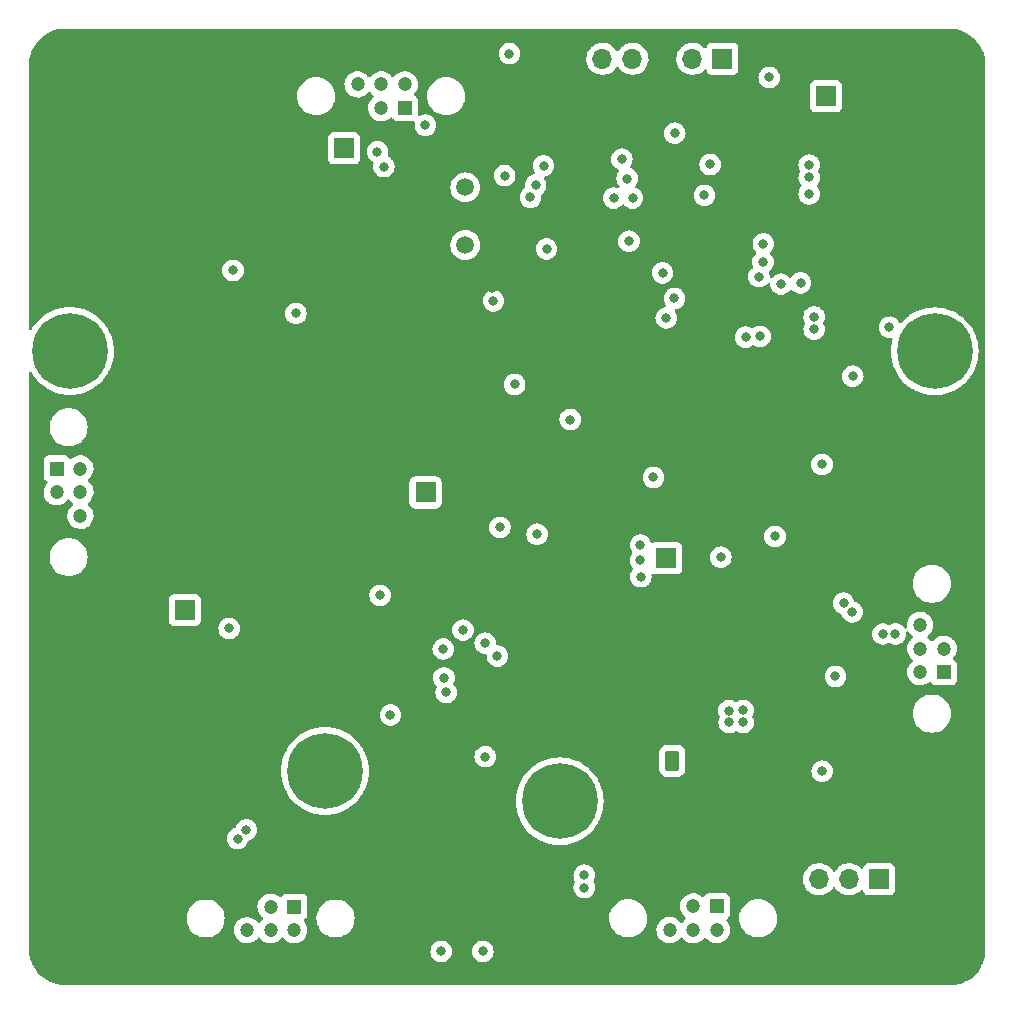
<source format=gbr>
%TF.GenerationSoftware,KiCad,Pcbnew,(6.0.5)*%
%TF.CreationDate,2022-12-19T19:55:07-05:00*%
%TF.ProjectId,GrandPapa_Board,4772616e-6450-4617-9061-5f426f617264,rev?*%
%TF.SameCoordinates,Original*%
%TF.FileFunction,Copper,L3,Inr*%
%TF.FilePolarity,Positive*%
%FSLAX46Y46*%
G04 Gerber Fmt 4.6, Leading zero omitted, Abs format (unit mm)*
G04 Created by KiCad (PCBNEW (6.0.5)) date 2022-12-19 19:55:07*
%MOMM*%
%LPD*%
G01*
G04 APERTURE LIST*
G04 Aperture macros list*
%AMRoundRect*
0 Rectangle with rounded corners*
0 $1 Rounding radius*
0 $2 $3 $4 $5 $6 $7 $8 $9 X,Y pos of 4 corners*
0 Add a 4 corners polygon primitive as box body*
4,1,4,$2,$3,$4,$5,$6,$7,$8,$9,$2,$3,0*
0 Add four circle primitives for the rounded corners*
1,1,$1+$1,$2,$3*
1,1,$1+$1,$4,$5*
1,1,$1+$1,$6,$7*
1,1,$1+$1,$8,$9*
0 Add four rect primitives between the rounded corners*
20,1,$1+$1,$2,$3,$4,$5,0*
20,1,$1+$1,$4,$5,$6,$7,0*
20,1,$1+$1,$6,$7,$8,$9,0*
20,1,$1+$1,$8,$9,$2,$3,0*%
G04 Aperture macros list end*
%TA.AperFunction,ComponentPad*%
%ADD10R,1.200000X1.200000*%
%TD*%
%TA.AperFunction,ComponentPad*%
%ADD11C,1.200000*%
%TD*%
%TA.AperFunction,ComponentPad*%
%ADD12R,1.700000X1.700000*%
%TD*%
%TA.AperFunction,ComponentPad*%
%ADD13O,1.700000X1.700000*%
%TD*%
%TA.AperFunction,ComponentPad*%
%ADD14C,6.400000*%
%TD*%
%TA.AperFunction,ComponentPad*%
%ADD15C,0.800000*%
%TD*%
%TA.AperFunction,ComponentPad*%
%ADD16C,7.000000*%
%TD*%
%TA.AperFunction,ComponentPad*%
%ADD17C,1.500000*%
%TD*%
%TA.AperFunction,ComponentPad*%
%ADD18RoundRect,0.250000X0.350000X0.625000X-0.350000X0.625000X-0.350000X-0.625000X0.350000X-0.625000X0*%
%TD*%
%TA.AperFunction,ComponentPad*%
%ADD19O,1.200000X1.750000*%
%TD*%
%TA.AperFunction,ViaPad*%
%ADD20C,0.800000*%
%TD*%
G04 APERTURE END LIST*
D10*
%TO.N,unconnected-(J4-Pad1)*%
%TO.C,J4*%
X136271000Y-135083800D03*
D11*
%TO.N,/Power Supplies & Regulators/5V_SWITCHED*%
X134271000Y-135083800D03*
%TO.N,GND*%
X132271000Y-135083800D03*
%TO.N,/CANH_PAYLOAD*%
X136271000Y-137083800D03*
%TO.N,/CANL_PAYLOAD*%
X134271000Y-137083800D03*
%TO.N,N/C*%
X132271000Y-137083800D03*
%TD*%
D12*
%TO.N,GND*%
%TO.C,J11*%
X124149000Y-64246800D03*
D13*
X126689000Y-64246800D03*
X129229000Y-64246800D03*
X131769000Y-64246800D03*
%TD*%
D14*
%TO.N,unconnected-(H2-Pad1)*%
%TO.C,H2*%
X117284000Y-88036400D03*
%TD*%
D15*
%TO.N,GND*%
%TO.C,H8*%
X119140155Y-66099498D03*
X117284000Y-66868343D03*
D16*
X117284000Y-64243343D03*
D15*
X115427845Y-62387188D03*
X114659000Y-64243343D03*
X119909000Y-64243343D03*
X117284000Y-61618343D03*
X119140155Y-62387188D03*
X115427845Y-66099498D03*
%TD*%
%TO.N,GND*%
%TO.C,H6*%
X193923933Y-64243343D03*
X189442778Y-66099498D03*
X188673933Y-64243343D03*
D16*
X191298933Y-64243343D03*
D15*
X193155088Y-62387188D03*
X193155088Y-66099498D03*
X191298933Y-66868343D03*
X191298933Y-61618343D03*
X189442778Y-62387188D03*
%TD*%
%TO.N,GND*%
%TO.C,H7*%
X189442778Y-136383845D03*
X191298933Y-135615000D03*
X191298933Y-140865000D03*
X188673933Y-138240000D03*
X193155088Y-136383845D03*
D16*
X191298933Y-138240000D03*
D15*
X189442778Y-140096155D03*
X193923933Y-138240000D03*
X193155088Y-140096155D03*
%TD*%
D12*
%TO.N,/MCU and CAN Controllers/ICSPCLK*%
%TO.C,J6*%
X172526000Y-63296800D03*
D13*
%TO.N,/MCU and CAN Controllers/ICSPDAT*%
X169986000Y-63296800D03*
%TO.N,GND*%
X167446000Y-63296800D03*
%TO.N,+5V*%
X164906000Y-63296800D03*
%TO.N,/MCU and CAN Controllers/~{MCLR}*%
X162366000Y-63296800D03*
%TD*%
D14*
%TO.N,unconnected-(H5-Pad1)*%
%TO.C,H5*%
X158750000Y-126161800D03*
%TD*%
D12*
%TO.N,Net-(J8-Pad1)*%
%TO.C,J8*%
X185786000Y-132765800D03*
D13*
%TO.N,Net-(J8-Pad2)*%
X183246000Y-132765800D03*
%TO.N,Net-(J8-Pad3)*%
X180706000Y-132765800D03*
%TD*%
D17*
%TO.N,Net-(C16-Pad1)*%
%TO.C,Y1*%
X150749000Y-74181800D03*
%TO.N,Net-(C17-Pad1)*%
X150749000Y-79061800D03*
%TD*%
D10*
%TO.N,unconnected-(J5-Pad1)*%
%TO.C,J5*%
X116165559Y-97991413D03*
D11*
%TO.N,/Power Supplies & Regulators/5V_SWITCHED*%
X116165559Y-99991413D03*
%TO.N,GND*%
X116165559Y-101991413D03*
%TO.N,/CANH_PAYLOAD*%
X118165559Y-97991413D03*
%TO.N,/CANL_PAYLOAD*%
X118165559Y-99991413D03*
%TO.N,unconnected-(J5-Pad6)*%
X118165559Y-101991413D03*
%TD*%
D15*
%TO.N,GND*%
%TO.C,H3*%
X119922332Y-138240000D03*
X115441177Y-140096155D03*
X114672332Y-138240000D03*
X119153487Y-136383845D03*
X117297332Y-135615000D03*
X117297332Y-140865000D03*
X115441177Y-136383845D03*
X119153487Y-140096155D03*
D16*
X117297332Y-138240000D03*
%TD*%
D10*
%TO.N,unconnected-(J3-Pad1)*%
%TO.C,J3*%
X191262000Y-115239800D03*
D11*
%TO.N,/Power Supplies & Regulators/5V_SWITCHED*%
X191262000Y-113239800D03*
%TO.N,GND*%
X191262000Y-111239800D03*
%TO.N,/CANH_PAYLOAD*%
X189262000Y-115239800D03*
%TO.N,/CANL_PAYLOAD*%
X189262000Y-113239800D03*
%TO.N,unconnected-(J3-Pad6)*%
X189262000Y-111239800D03*
%TD*%
D14*
%TO.N,unconnected-(H4-Pad1)*%
%TO.C,H4*%
X190500000Y-88061800D03*
%TD*%
%TO.N,unconnected-(H1-Pad1)*%
%TO.C,H1*%
X138874000Y-123596400D03*
%TD*%
D10*
%TO.N,unconnected-(J7-Pad1)*%
%TO.C,J7*%
X172053000Y-135067800D03*
D11*
%TO.N,/Power Supplies & Regulators/5V_SWITCHED*%
X170053000Y-135067800D03*
%TO.N,GND*%
X168053000Y-135067800D03*
%TO.N,/CANH_PAYLOAD*%
X172053000Y-137067800D03*
%TO.N,/CANL_PAYLOAD*%
X170053000Y-137067800D03*
%TO.N,N/C*%
X168053000Y-137067800D03*
%TD*%
D12*
%TO.N,+4.5V*%
%TO.C,TP1*%
X127000000Y-109971800D03*
%TD*%
%TO.N,Net-(R22-Pad2)*%
%TO.C,TP2*%
X147389000Y-100021800D03*
%TD*%
%TO.N,Net-(TP7-Pad1)*%
%TO.C,TP7*%
X181296762Y-66471800D03*
%TD*%
D18*
%TO.N,Net-(F3-Pad1)*%
%TO.C,J1*%
X168289000Y-122746800D03*
D19*
%TO.N,GND*%
X166289000Y-122746800D03*
%TD*%
D12*
%TO.N,+5V*%
%TO.C,TP3*%
X167767000Y-105587800D03*
%TD*%
%TO.N,Net-(C1-Pad1)*%
%TO.C,TP4*%
X140489000Y-70871800D03*
%TD*%
D10*
%TO.N,+12V*%
%TO.C,J2*%
X145637000Y-67471800D03*
D11*
%TO.N,unconnected-(J2-Pad2)*%
X143637000Y-67471800D03*
%TO.N,GND*%
X141637000Y-67471800D03*
%TO.N,/MCU and CAN Controllers/CANH_ROCKET*%
X145637000Y-65471800D03*
%TO.N,/MCU and CAN Controllers/CANL_ROCKET*%
X143637000Y-65471800D03*
%TO.N,N/C*%
X141637000Y-65471800D03*
%TD*%
D20*
%TO.N,GND*%
X149987000Y-70789800D03*
X175979000Y-114801800D03*
X153035000Y-70789800D03*
X161964000Y-116771800D03*
X186614000Y-84721800D03*
X180389000Y-101446800D03*
X190881000Y-131114800D03*
X179539000Y-120771800D03*
X148971000Y-70789800D03*
X153164000Y-117446800D03*
X173564000Y-101571800D03*
X146639000Y-123246800D03*
X172464000Y-101571800D03*
X139189000Y-109571800D03*
X151003000Y-82727800D03*
X170999000Y-76671800D03*
X158539000Y-107721800D03*
X174639000Y-101571800D03*
X154889000Y-74711800D03*
X141618500Y-93844000D03*
X145939000Y-71701800D03*
X184158672Y-61432920D03*
X147955000Y-70789800D03*
X188764000Y-82221800D03*
X152019000Y-82727800D03*
X145867910Y-82753726D03*
X153035000Y-82727800D03*
X152019000Y-70789800D03*
X147955000Y-82727800D03*
X169418000Y-101650800D03*
X181939000Y-69746800D03*
X184689000Y-119761800D03*
X153139000Y-116321800D03*
X148971000Y-82727800D03*
X174031708Y-70095984D03*
X145879000Y-81501800D03*
X146917291Y-82753726D03*
X132842000Y-108381800D03*
X140369000Y-88823800D03*
X175789000Y-101546800D03*
X174117000Y-123621800D03*
X132709000Y-83441800D03*
X146796855Y-70788928D03*
X151814000Y-116271800D03*
X161359175Y-75700521D03*
X161089000Y-107796800D03*
X149987000Y-82727800D03*
X175044776Y-70413362D03*
X180675543Y-111124478D03*
X151003000Y-70789800D03*
X176964000Y-101546800D03*
X175414000Y-84921800D03*
X155009000Y-114391800D03*
X134209000Y-73461800D03*
X142621000Y-62153800D03*
X145034000Y-101904800D03*
X151814000Y-117396800D03*
X155289000Y-122221800D03*
X156241539Y-95278234D03*
X144068500Y-92669000D03*
%TO.N,Net-(C2-Pad1)*%
X176979000Y-103731800D03*
X180959000Y-97651800D03*
%TO.N,+5V*%
X159639000Y-93846800D03*
X175714000Y-86796800D03*
X186664000Y-86021800D03*
X168464000Y-83596300D03*
X165614000Y-107146800D03*
X179868802Y-74736385D03*
X172389000Y-105496800D03*
X165589000Y-105771800D03*
X165589000Y-104471800D03*
X136412868Y-84845272D03*
X171001299Y-74859501D03*
X171489000Y-72246800D03*
X154489000Y-62871800D03*
X176489000Y-64871800D03*
X168489000Y-69596800D03*
%TO.N,+4.5V*%
X152239000Y-138881600D03*
X149139000Y-116946800D03*
X148714000Y-138881600D03*
X130763784Y-111529144D03*
X153464000Y-113871800D03*
X143539000Y-108721800D03*
X152439000Y-122396800D03*
%TO.N,/Battery Charging/VBATT_VOLT_SENSE*%
X164614000Y-78746800D03*
%TO.N,/Power Supplies & Regulators/5V_SWITCHED*%
X174277155Y-119483994D03*
X173077155Y-118483994D03*
X174277155Y-118458994D03*
X173102155Y-119483994D03*
%TO.N,+BATT*%
X183559000Y-90171800D03*
X154939000Y-90871800D03*
%TO.N,/Battery Charging/BATT_CHARGE_COMPLETE_L*%
X150564500Y-111671800D03*
X163314000Y-75096800D03*
%TO.N,/MCU and CAN Controllers/12V_PWR_DIS*%
X157384000Y-72362300D03*
X143859000Y-72421800D03*
X147369000Y-68921300D03*
%TO.N,/MCU and CAN Controllers/CS*%
X167464000Y-81421800D03*
%TO.N,/Battery Charging/LOW_BAT_L*%
X152439000Y-112771800D03*
X164914000Y-75096800D03*
%TO.N,/Battery Charging/BATT_CHARGER_PG_L*%
X148889000Y-113271800D03*
X164464000Y-73446800D03*
%TO.N,Net-(R22-Pad2)*%
X153689000Y-102971800D03*
X144420955Y-118860351D03*
%TO.N,/Battery Charging/VBATT_CURR_SENSE*%
X156839000Y-103555800D03*
X153139000Y-83791800D03*
X154091500Y-73194300D03*
%TO.N,/MCU and CAN Controllers/AUX_PWR_EN*%
X182089000Y-115596800D03*
X166689000Y-98746800D03*
X164014000Y-71796800D03*
%TO.N,/MCU and CAN Controllers/AUX_CURR_SENSE*%
X143314000Y-71171800D03*
X131089000Y-81221800D03*
X156714000Y-73996800D03*
%TO.N,/MCU and CAN Controllers/TXCAN_MCP*%
X177489000Y-82371800D03*
%TO.N,/MCU and CAN Controllers/RXCAN_MCP*%
X179139000Y-82271800D03*
%TO.N,/MCU and CAN Controllers/CAN_INT*%
X157638500Y-79396800D03*
X167764000Y-85246800D03*
X156274614Y-75036800D03*
%TO.N,/MCU and CAN Controllers/CLK_OUT*%
X174489000Y-86871800D03*
%TO.N,/MCU and CAN Controllers/MOSI*%
X175964000Y-80496800D03*
%TO.N,/MCU and CAN Controllers/SCK*%
X175614000Y-81746800D03*
%TO.N,/MCU and CAN Controllers/MISO*%
X175989000Y-78971800D03*
%TO.N,Net-(J8-Pad2)*%
X180975000Y-123621800D03*
X148954200Y-115712800D03*
%TO.N,/MCU and CAN Controllers/CANH_ROCKET*%
X179874412Y-72296800D03*
%TO.N,/MCU and CAN Controllers/CANL_ROCKET*%
X179874412Y-73346800D03*
%TO.N,/CANH_PAYLOAD*%
X180290646Y-85147800D03*
X186124000Y-112001800D03*
X132220232Y-128580568D03*
X160829000Y-132426800D03*
X183520232Y-110133032D03*
%TO.N,/CANL_PAYLOAD*%
X182777768Y-109390568D03*
X187174000Y-112001800D03*
X160829000Y-133476800D03*
X180290646Y-86197800D03*
X131477768Y-129323032D03*
%TD*%
%TA.AperFunction,Conductor*%
%TO.N,GND*%
G36*
X191713266Y-60753311D02*
G01*
X191723865Y-60754943D01*
X191728636Y-60755678D01*
X191728637Y-60755678D01*
X191737506Y-60757044D01*
X191756202Y-60754568D01*
X191779132Y-60753640D01*
X192055474Y-60767680D01*
X192068607Y-60769040D01*
X192217632Y-60792416D01*
X192370418Y-60816382D01*
X192383325Y-60819107D01*
X192678518Y-60897768D01*
X192691072Y-60901829D01*
X192802072Y-60944277D01*
X192976417Y-61010949D01*
X192988484Y-61016304D01*
X193260843Y-61154681D01*
X193272284Y-61161270D01*
X193528663Y-61327384D01*
X193539352Y-61335134D01*
X193776939Y-61527162D01*
X193786758Y-61535987D01*
X194002954Y-61751828D01*
X194011796Y-61761633D01*
X194204219Y-61998909D01*
X194211986Y-62009585D01*
X194335868Y-62200095D01*
X194378519Y-62265686D01*
X194385124Y-62277111D01*
X194448878Y-62402083D01*
X194523954Y-62549250D01*
X194529329Y-62561309D01*
X194638914Y-62846465D01*
X194642998Y-62859020D01*
X194679526Y-62995196D01*
X194722147Y-63154087D01*
X194724891Y-63166982D01*
X194772733Y-63468732D01*
X194774112Y-63481844D01*
X194786040Y-63709225D01*
X194788215Y-63750695D01*
X194786887Y-63776682D01*
X194785242Y-63787246D01*
X194786406Y-63796149D01*
X194786406Y-63796156D01*
X194789369Y-63818816D01*
X194790433Y-63835152D01*
X194790433Y-138647748D01*
X194789357Y-138664183D01*
X194785237Y-138695500D01*
X194786611Y-138704371D01*
X194786611Y-138704372D01*
X194788078Y-138713841D01*
X194789505Y-138736945D01*
X194781106Y-139014075D01*
X194779962Y-139027618D01*
X194774767Y-139064965D01*
X194739502Y-139318486D01*
X194737837Y-139330453D01*
X194735243Y-139343788D01*
X194679832Y-139564349D01*
X194660739Y-139640347D01*
X194656721Y-139653330D01*
X194628666Y-139729230D01*
X194550712Y-139940128D01*
X194545319Y-139952603D01*
X194409039Y-140226308D01*
X194402334Y-140238130D01*
X194237365Y-140495566D01*
X194229425Y-140506597D01*
X194037683Y-140744772D01*
X194028602Y-140754884D01*
X193812328Y-140971015D01*
X193802210Y-140980090D01*
X193563912Y-141171671D01*
X193552878Y-141179601D01*
X193323921Y-141326108D01*
X193295325Y-141344406D01*
X193283502Y-141351101D01*
X193147938Y-141418487D01*
X193009711Y-141487197D01*
X192997233Y-141492582D01*
X192888032Y-141532864D01*
X192710349Y-141598408D01*
X192697380Y-141602411D01*
X192501245Y-141651549D01*
X192400779Y-141676718D01*
X192387436Y-141679305D01*
X192313507Y-141689539D01*
X192084559Y-141721232D01*
X192071032Y-141722365D01*
X191801092Y-141730368D01*
X191774957Y-141728414D01*
X191764993Y-141726614D01*
X191756067Y-141727561D01*
X191725565Y-141730797D01*
X191712272Y-141731500D01*
X116889367Y-141731500D01*
X116869982Y-141730000D01*
X116855148Y-141727690D01*
X116855145Y-141727690D01*
X116846276Y-141726309D01*
X116837373Y-141727473D01*
X116837372Y-141727473D01*
X116827587Y-141728752D01*
X116804644Y-141729642D01*
X116608452Y-141719336D01*
X116528685Y-141715146D01*
X116515543Y-141713760D01*
X116214200Y-141665916D01*
X116201281Y-141663163D01*
X115906605Y-141584008D01*
X115894041Y-141579915D01*
X115609276Y-141470317D01*
X115597205Y-141464928D01*
X115325512Y-141326108D01*
X115314071Y-141319484D01*
X115058399Y-141152947D01*
X115047716Y-141145160D01*
X114810921Y-140952769D01*
X114801111Y-140943906D01*
X114585760Y-140727745D01*
X114576934Y-140717903D01*
X114478004Y-140595202D01*
X114385417Y-140480368D01*
X114377675Y-140469660D01*
X114212113Y-140213385D01*
X114205531Y-140201920D01*
X114076236Y-139946508D01*
X114067721Y-139929687D01*
X114062379Y-139917599D01*
X113953851Y-139632424D01*
X113949806Y-139619843D01*
X113935123Y-139564349D01*
X113871761Y-139324885D01*
X113869055Y-139311949D01*
X113831808Y-139071528D01*
X113822340Y-139010414D01*
X113821006Y-138997267D01*
X113815365Y-138881600D01*
X147800496Y-138881600D01*
X147801186Y-138888165D01*
X147814420Y-139014075D01*
X147820458Y-139071528D01*
X147879473Y-139253156D01*
X147974960Y-139418544D01*
X147979378Y-139423451D01*
X147979379Y-139423452D01*
X147987806Y-139432811D01*
X148102747Y-139560466D01*
X148257248Y-139672718D01*
X148263276Y-139675402D01*
X148263278Y-139675403D01*
X148425681Y-139747709D01*
X148431712Y-139750394D01*
X148525112Y-139770247D01*
X148612056Y-139788728D01*
X148612061Y-139788728D01*
X148618513Y-139790100D01*
X148809487Y-139790100D01*
X148815939Y-139788728D01*
X148815944Y-139788728D01*
X148902888Y-139770247D01*
X148996288Y-139750394D01*
X149002319Y-139747709D01*
X149164722Y-139675403D01*
X149164724Y-139675402D01*
X149170752Y-139672718D01*
X149325253Y-139560466D01*
X149440194Y-139432811D01*
X149448621Y-139423452D01*
X149448622Y-139423451D01*
X149453040Y-139418544D01*
X149548527Y-139253156D01*
X149607542Y-139071528D01*
X149613581Y-139014075D01*
X149626814Y-138888165D01*
X149627504Y-138881600D01*
X151325496Y-138881600D01*
X151326186Y-138888165D01*
X151339420Y-139014075D01*
X151345458Y-139071528D01*
X151404473Y-139253156D01*
X151499960Y-139418544D01*
X151504378Y-139423451D01*
X151504379Y-139423452D01*
X151512806Y-139432811D01*
X151627747Y-139560466D01*
X151782248Y-139672718D01*
X151788276Y-139675402D01*
X151788278Y-139675403D01*
X151950681Y-139747709D01*
X151956712Y-139750394D01*
X152050112Y-139770247D01*
X152137056Y-139788728D01*
X152137061Y-139788728D01*
X152143513Y-139790100D01*
X152334487Y-139790100D01*
X152340939Y-139788728D01*
X152340944Y-139788728D01*
X152427888Y-139770247D01*
X152521288Y-139750394D01*
X152527319Y-139747709D01*
X152689722Y-139675403D01*
X152689724Y-139675402D01*
X152695752Y-139672718D01*
X152850253Y-139560466D01*
X152965194Y-139432811D01*
X152973621Y-139423452D01*
X152973622Y-139423451D01*
X152978040Y-139418544D01*
X153073527Y-139253156D01*
X153132542Y-139071528D01*
X153138581Y-139014075D01*
X153151814Y-138888165D01*
X153152504Y-138881600D01*
X153137300Y-138736945D01*
X153133232Y-138698235D01*
X153133232Y-138698233D01*
X153132542Y-138691672D01*
X153073527Y-138510044D01*
X152978040Y-138344656D01*
X152850253Y-138202734D01*
X152695752Y-138090482D01*
X152689724Y-138087798D01*
X152689722Y-138087797D01*
X152527319Y-138015491D01*
X152527318Y-138015491D01*
X152521288Y-138012806D01*
X152404981Y-137988084D01*
X152340944Y-137974472D01*
X152340939Y-137974472D01*
X152334487Y-137973100D01*
X152143513Y-137973100D01*
X152137061Y-137974472D01*
X152137056Y-137974472D01*
X152073019Y-137988084D01*
X151956712Y-138012806D01*
X151950682Y-138015491D01*
X151950681Y-138015491D01*
X151788278Y-138087797D01*
X151788276Y-138087798D01*
X151782248Y-138090482D01*
X151627747Y-138202734D01*
X151499960Y-138344656D01*
X151404473Y-138510044D01*
X151345458Y-138691672D01*
X151344768Y-138698233D01*
X151344768Y-138698235D01*
X151340700Y-138736945D01*
X151325496Y-138881600D01*
X149627504Y-138881600D01*
X149612300Y-138736945D01*
X149608232Y-138698235D01*
X149608232Y-138698233D01*
X149607542Y-138691672D01*
X149548527Y-138510044D01*
X149453040Y-138344656D01*
X149325253Y-138202734D01*
X149170752Y-138090482D01*
X149164724Y-138087798D01*
X149164722Y-138087797D01*
X149002319Y-138015491D01*
X149002318Y-138015491D01*
X148996288Y-138012806D01*
X148879981Y-137988084D01*
X148815944Y-137974472D01*
X148815939Y-137974472D01*
X148809487Y-137973100D01*
X148618513Y-137973100D01*
X148612061Y-137974472D01*
X148612056Y-137974472D01*
X148548019Y-137988084D01*
X148431712Y-138012806D01*
X148425682Y-138015491D01*
X148425681Y-138015491D01*
X148263278Y-138087797D01*
X148263276Y-138087798D01*
X148257248Y-138090482D01*
X148102747Y-138202734D01*
X147974960Y-138344656D01*
X147879473Y-138510044D01*
X147820458Y-138691672D01*
X147819768Y-138698233D01*
X147819768Y-138698235D01*
X147815700Y-138736945D01*
X147800496Y-138881600D01*
X113815365Y-138881600D01*
X113807905Y-138728640D01*
X113809329Y-138702655D01*
X113810996Y-138692204D01*
X113806835Y-138659427D01*
X113805832Y-138643559D01*
X113805832Y-136083800D01*
X127157526Y-136083800D01*
X127177391Y-136336203D01*
X127178545Y-136341010D01*
X127178546Y-136341016D01*
X127211420Y-136477946D01*
X127236495Y-136582391D01*
X127238388Y-136586962D01*
X127238389Y-136586964D01*
X127328505Y-136804522D01*
X127333384Y-136816302D01*
X127465672Y-137032176D01*
X127630102Y-137224698D01*
X127822624Y-137389128D01*
X128038498Y-137521416D01*
X128043068Y-137523309D01*
X128043072Y-137523311D01*
X128267836Y-137616411D01*
X128272409Y-137618305D01*
X128342695Y-137635179D01*
X128513784Y-137676254D01*
X128513790Y-137676255D01*
X128518597Y-137677409D01*
X128618416Y-137685265D01*
X128705345Y-137692107D01*
X128705352Y-137692107D01*
X128707801Y-137692300D01*
X128834199Y-137692300D01*
X128836648Y-137692107D01*
X128836655Y-137692107D01*
X128923584Y-137685265D01*
X129023403Y-137677409D01*
X129028210Y-137676255D01*
X129028216Y-137676254D01*
X129199305Y-137635179D01*
X129269591Y-137618305D01*
X129274164Y-137616411D01*
X129498928Y-137523311D01*
X129498932Y-137523309D01*
X129503502Y-137521416D01*
X129719376Y-137389128D01*
X129911898Y-137224698D01*
X130057126Y-137054659D01*
X131158132Y-137054659D01*
X131171457Y-137257951D01*
X131221605Y-137455410D01*
X131306898Y-137640424D01*
X131424479Y-137806797D01*
X131428613Y-137810824D01*
X131557278Y-137936164D01*
X131570410Y-137948957D01*
X131575206Y-137952162D01*
X131575209Y-137952164D01*
X131669985Y-138015491D01*
X131739803Y-138062142D01*
X131745106Y-138064420D01*
X131745109Y-138064422D01*
X131834115Y-138102662D01*
X131926987Y-138142563D01*
X131999817Y-138159043D01*
X132120055Y-138186250D01*
X132120060Y-138186251D01*
X132125692Y-138187525D01*
X132131463Y-138187752D01*
X132131465Y-138187752D01*
X132194470Y-138190227D01*
X132329263Y-138195523D01*
X132530883Y-138166290D01*
X132536347Y-138164435D01*
X132536352Y-138164434D01*
X132718327Y-138102662D01*
X132718332Y-138102660D01*
X132723799Y-138100804D01*
X132735301Y-138094363D01*
X132798567Y-138058932D01*
X132901551Y-138001258D01*
X133058186Y-137870986D01*
X133175733Y-137729651D01*
X133234670Y-137690067D01*
X133305652Y-137688631D01*
X133366143Y-137725798D01*
X133375503Y-137737499D01*
X133409839Y-137786082D01*
X133424479Y-137806797D01*
X133428613Y-137810824D01*
X133557278Y-137936164D01*
X133570410Y-137948957D01*
X133575206Y-137952162D01*
X133575209Y-137952164D01*
X133669985Y-138015491D01*
X133739803Y-138062142D01*
X133745106Y-138064420D01*
X133745109Y-138064422D01*
X133834115Y-138102662D01*
X133926987Y-138142563D01*
X133999817Y-138159043D01*
X134120055Y-138186250D01*
X134120060Y-138186251D01*
X134125692Y-138187525D01*
X134131463Y-138187752D01*
X134131465Y-138187752D01*
X134194470Y-138190227D01*
X134329263Y-138195523D01*
X134530883Y-138166290D01*
X134536347Y-138164435D01*
X134536352Y-138164434D01*
X134718327Y-138102662D01*
X134718332Y-138102660D01*
X134723799Y-138100804D01*
X134735301Y-138094363D01*
X134798567Y-138058932D01*
X134901551Y-138001258D01*
X135058186Y-137870986D01*
X135175733Y-137729651D01*
X135234670Y-137690067D01*
X135305652Y-137688631D01*
X135366143Y-137725798D01*
X135375503Y-137737499D01*
X135409839Y-137786082D01*
X135424479Y-137806797D01*
X135428613Y-137810824D01*
X135557278Y-137936164D01*
X135570410Y-137948957D01*
X135575206Y-137952162D01*
X135575209Y-137952164D01*
X135669985Y-138015491D01*
X135739803Y-138062142D01*
X135745106Y-138064420D01*
X135745109Y-138064422D01*
X135834115Y-138102662D01*
X135926987Y-138142563D01*
X135999817Y-138159043D01*
X136120055Y-138186250D01*
X136120060Y-138186251D01*
X136125692Y-138187525D01*
X136131463Y-138187752D01*
X136131465Y-138187752D01*
X136194470Y-138190227D01*
X136329263Y-138195523D01*
X136530883Y-138166290D01*
X136536347Y-138164435D01*
X136536352Y-138164434D01*
X136718327Y-138102662D01*
X136718332Y-138102660D01*
X136723799Y-138100804D01*
X136735301Y-138094363D01*
X136798567Y-138058932D01*
X136901551Y-138001258D01*
X137058186Y-137870986D01*
X137188458Y-137714351D01*
X137288004Y-137536599D01*
X137289860Y-137531132D01*
X137289862Y-137531127D01*
X137351634Y-137349152D01*
X137351635Y-137349147D01*
X137353490Y-137343683D01*
X137382723Y-137142063D01*
X137384249Y-137083800D01*
X137365608Y-136880926D01*
X137362718Y-136870680D01*
X137311875Y-136690406D01*
X137311874Y-136690404D01*
X137310307Y-136684847D01*
X137305159Y-136674406D01*
X137222756Y-136507310D01*
X137220201Y-136502129D01*
X137204603Y-136481240D01*
X137101758Y-136343515D01*
X137101758Y-136343514D01*
X137098305Y-136338891D01*
X137094069Y-136334975D01*
X137090197Y-136330675D01*
X137091096Y-136329865D01*
X137057812Y-136274219D01*
X137060093Y-136203259D01*
X137100376Y-136144797D01*
X137113472Y-136136002D01*
X137117705Y-136134415D01*
X137185240Y-136083800D01*
X138157526Y-136083800D01*
X138177391Y-136336203D01*
X138178545Y-136341010D01*
X138178546Y-136341016D01*
X138211420Y-136477946D01*
X138236495Y-136582391D01*
X138238388Y-136586962D01*
X138238389Y-136586964D01*
X138328505Y-136804522D01*
X138333384Y-136816302D01*
X138465672Y-137032176D01*
X138630102Y-137224698D01*
X138822624Y-137389128D01*
X139038498Y-137521416D01*
X139043068Y-137523309D01*
X139043072Y-137523311D01*
X139267836Y-137616411D01*
X139272409Y-137618305D01*
X139342695Y-137635179D01*
X139513784Y-137676254D01*
X139513790Y-137676255D01*
X139518597Y-137677409D01*
X139618416Y-137685265D01*
X139705345Y-137692107D01*
X139705352Y-137692107D01*
X139707801Y-137692300D01*
X139834199Y-137692300D01*
X139836648Y-137692107D01*
X139836655Y-137692107D01*
X139923584Y-137685265D01*
X140023403Y-137677409D01*
X140028210Y-137676255D01*
X140028216Y-137676254D01*
X140199305Y-137635179D01*
X140269591Y-137618305D01*
X140274164Y-137616411D01*
X140498928Y-137523311D01*
X140498932Y-137523309D01*
X140503502Y-137521416D01*
X140719376Y-137389128D01*
X140911898Y-137224698D01*
X141076328Y-137032176D01*
X141208616Y-136816302D01*
X141213496Y-136804522D01*
X141303611Y-136586964D01*
X141303612Y-136586962D01*
X141305505Y-136582391D01*
X141330580Y-136477946D01*
X141363454Y-136341016D01*
X141363455Y-136341010D01*
X141364609Y-136336203D01*
X141384474Y-136083800D01*
X141383215Y-136067800D01*
X162939526Y-136067800D01*
X162959391Y-136320203D01*
X162960545Y-136325010D01*
X162960546Y-136325016D01*
X162993420Y-136461946D01*
X163018495Y-136566391D01*
X163020388Y-136570962D01*
X163020389Y-136570964D01*
X163069864Y-136690406D01*
X163115384Y-136800302D01*
X163247672Y-137016176D01*
X163412102Y-137208698D01*
X163415858Y-137211906D01*
X163434592Y-137227906D01*
X163604624Y-137373128D01*
X163820498Y-137505416D01*
X163825068Y-137507309D01*
X163825072Y-137507311D01*
X164049836Y-137600411D01*
X164054409Y-137602305D01*
X164139032Y-137622621D01*
X164295784Y-137660254D01*
X164295790Y-137660255D01*
X164300597Y-137661409D01*
X164400416Y-137669265D01*
X164487345Y-137676107D01*
X164487352Y-137676107D01*
X164489801Y-137676300D01*
X164616199Y-137676300D01*
X164618648Y-137676107D01*
X164618655Y-137676107D01*
X164705584Y-137669265D01*
X164805403Y-137661409D01*
X164810210Y-137660255D01*
X164810216Y-137660254D01*
X164966968Y-137622621D01*
X165051591Y-137602305D01*
X165056164Y-137600411D01*
X165280928Y-137507311D01*
X165280932Y-137507309D01*
X165285502Y-137505416D01*
X165501376Y-137373128D01*
X165671408Y-137227906D01*
X165690142Y-137211906D01*
X165693898Y-137208698D01*
X165839126Y-137038659D01*
X166940132Y-137038659D01*
X166953457Y-137241951D01*
X167003605Y-137439410D01*
X167088898Y-137624424D01*
X167206479Y-137790797D01*
X167352410Y-137932957D01*
X167357206Y-137936162D01*
X167357209Y-137936164D01*
X167381155Y-137952164D01*
X167521803Y-138046142D01*
X167527106Y-138048420D01*
X167527109Y-138048422D01*
X167653356Y-138102662D01*
X167708987Y-138126563D01*
X167769621Y-138140283D01*
X167902055Y-138170250D01*
X167902060Y-138170251D01*
X167907692Y-138171525D01*
X167913463Y-138171752D01*
X167913465Y-138171752D01*
X167976470Y-138174227D01*
X168111263Y-138179523D01*
X168312883Y-138150290D01*
X168318347Y-138148435D01*
X168318352Y-138148434D01*
X168500327Y-138086662D01*
X168500332Y-138086660D01*
X168505799Y-138084804D01*
X168683551Y-137985258D01*
X168840186Y-137854986D01*
X168957733Y-137713651D01*
X169016670Y-137674067D01*
X169087652Y-137672631D01*
X169148143Y-137709798D01*
X169157503Y-137721499D01*
X169203145Y-137786080D01*
X169206479Y-137790797D01*
X169352410Y-137932957D01*
X169357206Y-137936162D01*
X169357209Y-137936164D01*
X169381155Y-137952164D01*
X169521803Y-138046142D01*
X169527106Y-138048420D01*
X169527109Y-138048422D01*
X169653356Y-138102662D01*
X169708987Y-138126563D01*
X169769621Y-138140283D01*
X169902055Y-138170250D01*
X169902060Y-138170251D01*
X169907692Y-138171525D01*
X169913463Y-138171752D01*
X169913465Y-138171752D01*
X169976470Y-138174227D01*
X170111263Y-138179523D01*
X170312883Y-138150290D01*
X170318347Y-138148435D01*
X170318352Y-138148434D01*
X170500327Y-138086662D01*
X170500332Y-138086660D01*
X170505799Y-138084804D01*
X170683551Y-137985258D01*
X170840186Y-137854986D01*
X170957733Y-137713651D01*
X171016670Y-137674067D01*
X171087652Y-137672631D01*
X171148143Y-137709798D01*
X171157503Y-137721499D01*
X171203145Y-137786080D01*
X171206479Y-137790797D01*
X171352410Y-137932957D01*
X171357206Y-137936162D01*
X171357209Y-137936164D01*
X171381155Y-137952164D01*
X171521803Y-138046142D01*
X171527106Y-138048420D01*
X171527109Y-138048422D01*
X171653356Y-138102662D01*
X171708987Y-138126563D01*
X171769621Y-138140283D01*
X171902055Y-138170250D01*
X171902060Y-138170251D01*
X171907692Y-138171525D01*
X171913463Y-138171752D01*
X171913465Y-138171752D01*
X171976470Y-138174227D01*
X172111263Y-138179523D01*
X172312883Y-138150290D01*
X172318347Y-138148435D01*
X172318352Y-138148434D01*
X172500327Y-138086662D01*
X172500332Y-138086660D01*
X172505799Y-138084804D01*
X172683551Y-137985258D01*
X172840186Y-137854986D01*
X172970458Y-137698351D01*
X173070004Y-137520599D01*
X173071860Y-137515132D01*
X173071862Y-137515127D01*
X173133634Y-137333152D01*
X173133635Y-137333147D01*
X173135490Y-137327683D01*
X173164723Y-137126063D01*
X173166249Y-137067800D01*
X173149078Y-136880926D01*
X173148137Y-136870680D01*
X173148136Y-136870677D01*
X173147608Y-136864926D01*
X173128092Y-136795728D01*
X173093875Y-136674406D01*
X173093874Y-136674404D01*
X173092307Y-136668847D01*
X173086849Y-136657778D01*
X173004756Y-136491310D01*
X173002201Y-136486129D01*
X172996091Y-136477946D01*
X172883758Y-136327515D01*
X172883758Y-136327514D01*
X172880305Y-136322891D01*
X172876069Y-136318975D01*
X172872197Y-136314675D01*
X172873096Y-136313865D01*
X172839812Y-136258219D01*
X172842093Y-136187259D01*
X172882376Y-136128797D01*
X172895472Y-136120002D01*
X172899705Y-136118415D01*
X172967240Y-136067800D01*
X173939526Y-136067800D01*
X173959391Y-136320203D01*
X173960545Y-136325010D01*
X173960546Y-136325016D01*
X173993420Y-136461946D01*
X174018495Y-136566391D01*
X174020388Y-136570962D01*
X174020389Y-136570964D01*
X174069864Y-136690406D01*
X174115384Y-136800302D01*
X174247672Y-137016176D01*
X174412102Y-137208698D01*
X174415858Y-137211906D01*
X174434592Y-137227906D01*
X174604624Y-137373128D01*
X174820498Y-137505416D01*
X174825068Y-137507309D01*
X174825072Y-137507311D01*
X175049836Y-137600411D01*
X175054409Y-137602305D01*
X175139032Y-137622621D01*
X175295784Y-137660254D01*
X175295790Y-137660255D01*
X175300597Y-137661409D01*
X175400416Y-137669265D01*
X175487345Y-137676107D01*
X175487352Y-137676107D01*
X175489801Y-137676300D01*
X175616199Y-137676300D01*
X175618648Y-137676107D01*
X175618655Y-137676107D01*
X175705584Y-137669265D01*
X175805403Y-137661409D01*
X175810210Y-137660255D01*
X175810216Y-137660254D01*
X175966968Y-137622621D01*
X176051591Y-137602305D01*
X176056164Y-137600411D01*
X176280928Y-137507311D01*
X176280932Y-137507309D01*
X176285502Y-137505416D01*
X176501376Y-137373128D01*
X176671408Y-137227906D01*
X176690142Y-137211906D01*
X176693898Y-137208698D01*
X176858328Y-137016176D01*
X176990616Y-136800302D01*
X177036137Y-136690406D01*
X177085611Y-136570964D01*
X177085612Y-136570962D01*
X177087505Y-136566391D01*
X177112580Y-136461946D01*
X177145454Y-136325016D01*
X177145455Y-136325010D01*
X177146609Y-136320203D01*
X177166474Y-136067800D01*
X177146609Y-135815397D01*
X177144545Y-135806797D01*
X177088660Y-135574021D01*
X177087505Y-135569209D01*
X177040368Y-135455410D01*
X176992511Y-135339872D01*
X176992509Y-135339868D01*
X176990616Y-135335298D01*
X176858328Y-135119424D01*
X176693898Y-134926902D01*
X176501376Y-134762472D01*
X176285502Y-134630184D01*
X176280932Y-134628291D01*
X176280928Y-134628289D01*
X176056164Y-134535189D01*
X176056162Y-134535188D01*
X176051591Y-134533295D01*
X175966968Y-134512979D01*
X175810216Y-134475346D01*
X175810210Y-134475345D01*
X175805403Y-134474191D01*
X175705584Y-134466335D01*
X175618655Y-134459493D01*
X175618648Y-134459493D01*
X175616199Y-134459300D01*
X175489801Y-134459300D01*
X175487352Y-134459493D01*
X175487345Y-134459493D01*
X175400416Y-134466335D01*
X175300597Y-134474191D01*
X175295790Y-134475345D01*
X175295784Y-134475346D01*
X175139032Y-134512979D01*
X175054409Y-134533295D01*
X175049838Y-134535188D01*
X175049836Y-134535189D01*
X174825072Y-134628289D01*
X174825068Y-134628291D01*
X174820498Y-134630184D01*
X174604624Y-134762472D01*
X174412102Y-134926902D01*
X174247672Y-135119424D01*
X174115384Y-135335298D01*
X174113491Y-135339868D01*
X174113489Y-135339872D01*
X174065632Y-135455410D01*
X174018495Y-135569209D01*
X174017340Y-135574021D01*
X173961456Y-135806797D01*
X173959391Y-135815397D01*
X173939526Y-136067800D01*
X172967240Y-136067800D01*
X173016261Y-136031061D01*
X173103615Y-135914505D01*
X173154745Y-135778116D01*
X173161500Y-135715934D01*
X173161500Y-134419666D01*
X173154745Y-134357484D01*
X173103615Y-134221095D01*
X173016261Y-134104539D01*
X172899705Y-134017185D01*
X172763316Y-133966055D01*
X172701134Y-133959300D01*
X171404866Y-133959300D01*
X171342684Y-133966055D01*
X171206295Y-134017185D01*
X171089739Y-134104539D01*
X171074929Y-134124300D01*
X171007771Y-134213909D01*
X171002385Y-134221095D01*
X171001023Y-134224729D01*
X170952578Y-134273064D01*
X170883186Y-134288077D01*
X170816694Y-134263190D01*
X170806789Y-134254933D01*
X170734943Y-134188519D01*
X170734940Y-134188517D01*
X170730703Y-134184600D01*
X170627616Y-134119557D01*
X170563288Y-134078969D01*
X170563283Y-134078967D01*
X170558404Y-134075888D01*
X170369180Y-134000395D01*
X170169366Y-133960649D01*
X170163592Y-133960573D01*
X170163588Y-133960573D01*
X170060452Y-133959224D01*
X169965655Y-133957983D01*
X169959958Y-133958962D01*
X169959957Y-133958962D01*
X169770567Y-133991505D01*
X169764870Y-133992484D01*
X169573734Y-134062998D01*
X169568773Y-134065950D01*
X169568772Y-134065950D01*
X169417974Y-134155666D01*
X169398649Y-134167163D01*
X169245478Y-134301490D01*
X169241911Y-134306015D01*
X169241906Y-134306020D01*
X169194555Y-134366085D01*
X169119351Y-134461481D01*
X169024492Y-134641778D01*
X168964078Y-134836343D01*
X168940132Y-135038659D01*
X168953457Y-135241951D01*
X169003605Y-135439410D01*
X169088898Y-135624424D01*
X169206479Y-135790797D01*
X169243215Y-135826584D01*
X169333469Y-135914505D01*
X169352410Y-135932957D01*
X169359495Y-135937691D01*
X169394572Y-135961129D01*
X169440100Y-136015606D01*
X169448947Y-136086049D01*
X169418306Y-136150093D01*
X169400770Y-136165901D01*
X169398649Y-136167163D01*
X169245478Y-136301490D01*
X169151395Y-136420834D01*
X169093515Y-136461946D01*
X169022595Y-136465240D01*
X168961152Y-136429669D01*
X168951488Y-136418216D01*
X168883758Y-136327515D01*
X168883758Y-136327514D01*
X168880305Y-136322891D01*
X168785973Y-136235691D01*
X168734943Y-136188519D01*
X168734940Y-136188517D01*
X168730703Y-136184600D01*
X168642260Y-136128797D01*
X168563288Y-136078969D01*
X168563283Y-136078967D01*
X168558404Y-136075888D01*
X168369180Y-136000395D01*
X168169366Y-135960649D01*
X168163592Y-135960573D01*
X168163588Y-135960573D01*
X168060452Y-135959224D01*
X167965655Y-135957983D01*
X167959958Y-135958962D01*
X167959957Y-135958962D01*
X167770567Y-135991505D01*
X167764870Y-135992484D01*
X167573734Y-136062998D01*
X167568773Y-136065950D01*
X167568772Y-136065950D01*
X167462740Y-136129033D01*
X167398649Y-136167163D01*
X167245478Y-136301490D01*
X167241911Y-136306015D01*
X167241906Y-136306020D01*
X167219080Y-136334975D01*
X167119351Y-136461481D01*
X167024492Y-136641778D01*
X166964078Y-136836343D01*
X166940132Y-137038659D01*
X165839126Y-137038659D01*
X165858328Y-137016176D01*
X165990616Y-136800302D01*
X166036137Y-136690406D01*
X166085611Y-136570964D01*
X166085612Y-136570962D01*
X166087505Y-136566391D01*
X166112580Y-136461946D01*
X166145454Y-136325016D01*
X166145455Y-136325010D01*
X166146609Y-136320203D01*
X166166474Y-136067800D01*
X166146609Y-135815397D01*
X166144545Y-135806797D01*
X166088660Y-135574021D01*
X166087505Y-135569209D01*
X166040368Y-135455410D01*
X165992511Y-135339872D01*
X165992509Y-135339868D01*
X165990616Y-135335298D01*
X165858328Y-135119424D01*
X165693898Y-134926902D01*
X165501376Y-134762472D01*
X165285502Y-134630184D01*
X165280932Y-134628291D01*
X165280928Y-134628289D01*
X165056164Y-134535189D01*
X165056162Y-134535188D01*
X165051591Y-134533295D01*
X164966968Y-134512979D01*
X164810216Y-134475346D01*
X164810210Y-134475345D01*
X164805403Y-134474191D01*
X164705584Y-134466335D01*
X164618655Y-134459493D01*
X164618648Y-134459493D01*
X164616199Y-134459300D01*
X164489801Y-134459300D01*
X164487352Y-134459493D01*
X164487345Y-134459493D01*
X164400416Y-134466335D01*
X164300597Y-134474191D01*
X164295790Y-134475345D01*
X164295784Y-134475346D01*
X164139032Y-134512979D01*
X164054409Y-134533295D01*
X164049838Y-134535188D01*
X164049836Y-134535189D01*
X163825072Y-134628289D01*
X163825068Y-134628291D01*
X163820498Y-134630184D01*
X163604624Y-134762472D01*
X163412102Y-134926902D01*
X163247672Y-135119424D01*
X163115384Y-135335298D01*
X163113491Y-135339868D01*
X163113489Y-135339872D01*
X163065632Y-135455410D01*
X163018495Y-135569209D01*
X163017340Y-135574021D01*
X162961456Y-135806797D01*
X162959391Y-135815397D01*
X162939526Y-136067800D01*
X141383215Y-136067800D01*
X141364609Y-135831397D01*
X141361953Y-135820331D01*
X141316052Y-135629140D01*
X141305505Y-135585209D01*
X141298878Y-135569209D01*
X141210511Y-135355872D01*
X141210509Y-135355868D01*
X141208616Y-135351298D01*
X141076328Y-135135424D01*
X140911898Y-134942902D01*
X140893165Y-134926902D01*
X140888315Y-134922760D01*
X140719376Y-134778472D01*
X140503502Y-134646184D01*
X140498932Y-134644291D01*
X140498928Y-134644289D01*
X140274164Y-134551189D01*
X140274162Y-134551188D01*
X140269591Y-134549295D01*
X140184968Y-134528979D01*
X140028216Y-134491346D01*
X140028210Y-134491345D01*
X140023403Y-134490191D01*
X139923584Y-134482335D01*
X139836655Y-134475493D01*
X139836648Y-134475493D01*
X139834199Y-134475300D01*
X139707801Y-134475300D01*
X139705352Y-134475493D01*
X139705345Y-134475493D01*
X139618416Y-134482335D01*
X139518597Y-134490191D01*
X139513790Y-134491345D01*
X139513784Y-134491346D01*
X139357032Y-134528979D01*
X139272409Y-134549295D01*
X139267838Y-134551188D01*
X139267836Y-134551189D01*
X139043072Y-134644289D01*
X139043068Y-134644291D01*
X139038498Y-134646184D01*
X138822624Y-134778472D01*
X138653685Y-134922760D01*
X138648836Y-134926902D01*
X138630102Y-134942902D01*
X138465672Y-135135424D01*
X138333384Y-135351298D01*
X138331491Y-135355868D01*
X138331489Y-135355872D01*
X138243122Y-135569209D01*
X138236495Y-135585209D01*
X138225948Y-135629140D01*
X138180048Y-135820331D01*
X138177391Y-135831397D01*
X138157526Y-136083800D01*
X137185240Y-136083800D01*
X137234261Y-136047061D01*
X137321615Y-135930505D01*
X137372745Y-135794116D01*
X137379500Y-135731934D01*
X137379500Y-134435666D01*
X137372745Y-134373484D01*
X137321615Y-134237095D01*
X137234261Y-134120539D01*
X137117705Y-134033185D01*
X136981316Y-133982055D01*
X136919134Y-133975300D01*
X135622866Y-133975300D01*
X135560684Y-133982055D01*
X135424295Y-134033185D01*
X135307739Y-134120539D01*
X135302358Y-134127719D01*
X135225771Y-134229909D01*
X135220385Y-134237095D01*
X135219023Y-134240729D01*
X135170578Y-134289064D01*
X135101186Y-134304077D01*
X135034694Y-134279190D01*
X135024789Y-134270933D01*
X134952943Y-134204519D01*
X134952940Y-134204517D01*
X134948703Y-134200600D01*
X134895708Y-134167163D01*
X134781288Y-134094969D01*
X134781283Y-134094967D01*
X134776404Y-134091888D01*
X134587180Y-134016395D01*
X134387366Y-133976649D01*
X134381592Y-133976573D01*
X134381588Y-133976573D01*
X134278452Y-133975224D01*
X134183655Y-133973983D01*
X134177958Y-133974962D01*
X134177957Y-133974962D01*
X133988567Y-134007505D01*
X133982870Y-134008484D01*
X133791734Y-134078998D01*
X133786773Y-134081950D01*
X133786772Y-134081950D01*
X133648508Y-134164209D01*
X133616649Y-134183163D01*
X133463478Y-134317490D01*
X133459911Y-134322015D01*
X133459906Y-134322020D01*
X133390367Y-134410231D01*
X133337351Y-134477481D01*
X133242492Y-134657778D01*
X133182078Y-134852343D01*
X133158132Y-135054659D01*
X133171457Y-135257951D01*
X133221605Y-135455410D01*
X133306898Y-135640424D01*
X133424479Y-135806797D01*
X133468551Y-135849730D01*
X133557278Y-135936164D01*
X133570410Y-135948957D01*
X133584032Y-135958059D01*
X133612572Y-135977129D01*
X133658100Y-136031606D01*
X133666947Y-136102049D01*
X133636306Y-136166093D01*
X133618770Y-136181901D01*
X133616649Y-136183163D01*
X133463478Y-136317490D01*
X133369395Y-136436834D01*
X133311515Y-136477946D01*
X133240595Y-136481240D01*
X133179152Y-136445669D01*
X133169488Y-136434216D01*
X133101758Y-136343515D01*
X133101758Y-136343514D01*
X133098305Y-136338891D01*
X132948703Y-136200600D01*
X132894012Y-136166093D01*
X132781288Y-136094969D01*
X132781283Y-136094967D01*
X132776404Y-136091888D01*
X132625307Y-136031606D01*
X132592549Y-136018537D01*
X132587180Y-136016395D01*
X132387366Y-135976649D01*
X132381592Y-135976573D01*
X132381588Y-135976573D01*
X132278452Y-135975224D01*
X132183655Y-135973983D01*
X132177958Y-135974962D01*
X132177957Y-135974962D01*
X131988567Y-136007505D01*
X131982870Y-136008484D01*
X131791734Y-136078998D01*
X131786773Y-136081950D01*
X131786772Y-136081950D01*
X131648508Y-136164209D01*
X131616649Y-136183163D01*
X131463478Y-136317490D01*
X131459911Y-136322015D01*
X131459906Y-136322020D01*
X131384072Y-136418216D01*
X131337351Y-136477481D01*
X131242492Y-136657778D01*
X131182078Y-136852343D01*
X131158132Y-137054659D01*
X130057126Y-137054659D01*
X130076328Y-137032176D01*
X130208616Y-136816302D01*
X130213496Y-136804522D01*
X130303611Y-136586964D01*
X130303612Y-136586962D01*
X130305505Y-136582391D01*
X130330580Y-136477946D01*
X130363454Y-136341016D01*
X130363455Y-136341010D01*
X130364609Y-136336203D01*
X130384474Y-136083800D01*
X130364609Y-135831397D01*
X130361953Y-135820331D01*
X130316052Y-135629140D01*
X130305505Y-135585209D01*
X130298878Y-135569209D01*
X130210511Y-135355872D01*
X130210509Y-135355868D01*
X130208616Y-135351298D01*
X130076328Y-135135424D01*
X129911898Y-134942902D01*
X129893165Y-134926902D01*
X129888315Y-134922760D01*
X129719376Y-134778472D01*
X129503502Y-134646184D01*
X129498932Y-134644291D01*
X129498928Y-134644289D01*
X129274164Y-134551189D01*
X129274162Y-134551188D01*
X129269591Y-134549295D01*
X129184968Y-134528979D01*
X129028216Y-134491346D01*
X129028210Y-134491345D01*
X129023403Y-134490191D01*
X128923584Y-134482335D01*
X128836655Y-134475493D01*
X128836648Y-134475493D01*
X128834199Y-134475300D01*
X128707801Y-134475300D01*
X128705352Y-134475493D01*
X128705345Y-134475493D01*
X128618416Y-134482335D01*
X128518597Y-134490191D01*
X128513790Y-134491345D01*
X128513784Y-134491346D01*
X128357032Y-134528979D01*
X128272409Y-134549295D01*
X128267838Y-134551188D01*
X128267836Y-134551189D01*
X128043072Y-134644289D01*
X128043068Y-134644291D01*
X128038498Y-134646184D01*
X127822624Y-134778472D01*
X127653685Y-134922760D01*
X127648836Y-134926902D01*
X127630102Y-134942902D01*
X127465672Y-135135424D01*
X127333384Y-135351298D01*
X127331491Y-135355868D01*
X127331489Y-135355872D01*
X127243122Y-135569209D01*
X127236495Y-135585209D01*
X127225948Y-135629140D01*
X127180048Y-135820331D01*
X127177391Y-135831397D01*
X127157526Y-136083800D01*
X113805832Y-136083800D01*
X113805832Y-133476800D01*
X159915496Y-133476800D01*
X159916186Y-133483365D01*
X159934009Y-133652937D01*
X159935458Y-133666728D01*
X159994473Y-133848356D01*
X159997776Y-133854078D01*
X159997777Y-133854079D01*
X160002642Y-133862505D01*
X160089960Y-134013744D01*
X160094378Y-134018651D01*
X160094379Y-134018652D01*
X160189173Y-134123931D01*
X160217747Y-134155666D01*
X160262965Y-134188519D01*
X160341397Y-134245503D01*
X160372248Y-134267918D01*
X160378276Y-134270602D01*
X160378278Y-134270603D01*
X160540681Y-134342909D01*
X160546712Y-134345594D01*
X160639609Y-134365340D01*
X160727056Y-134383928D01*
X160727061Y-134383928D01*
X160733513Y-134385300D01*
X160924487Y-134385300D01*
X160930939Y-134383928D01*
X160930944Y-134383928D01*
X161018391Y-134365340D01*
X161111288Y-134345594D01*
X161117319Y-134342909D01*
X161279722Y-134270603D01*
X161279724Y-134270602D01*
X161285752Y-134267918D01*
X161316604Y-134245503D01*
X161395035Y-134188519D01*
X161440253Y-134155666D01*
X161468827Y-134123931D01*
X161563621Y-134018652D01*
X161563622Y-134018651D01*
X161568040Y-134013744D01*
X161655358Y-133862505D01*
X161660223Y-133854079D01*
X161660224Y-133854078D01*
X161663527Y-133848356D01*
X161722542Y-133666728D01*
X161723992Y-133652937D01*
X161741814Y-133483365D01*
X161742504Y-133476800D01*
X161722542Y-133286872D01*
X161663527Y-133105244D01*
X161611309Y-133014800D01*
X161594571Y-132945805D01*
X161611309Y-132888800D01*
X161660223Y-132804079D01*
X161660224Y-132804078D01*
X161663527Y-132798356D01*
X161684927Y-132732495D01*
X179343251Y-132732495D01*
X179356110Y-132955515D01*
X179357247Y-132960561D01*
X179357248Y-132960567D01*
X179381304Y-133067308D01*
X179405222Y-133173439D01*
X179489266Y-133380416D01*
X179526685Y-133441478D01*
X179603291Y-133566488D01*
X179605987Y-133570888D01*
X179752250Y-133739738D01*
X179924126Y-133882432D01*
X180117000Y-133995138D01*
X180121825Y-133996980D01*
X180121826Y-133996981D01*
X180157190Y-134010485D01*
X180325692Y-134074830D01*
X180330760Y-134075861D01*
X180330763Y-134075862D01*
X180409534Y-134091888D01*
X180544597Y-134119367D01*
X180549772Y-134119557D01*
X180549774Y-134119557D01*
X180762673Y-134127364D01*
X180762677Y-134127364D01*
X180767837Y-134127553D01*
X180772957Y-134126897D01*
X180772959Y-134126897D01*
X180984288Y-134099825D01*
X180984289Y-134099825D01*
X180989416Y-134099168D01*
X181003412Y-134094969D01*
X181198429Y-134036461D01*
X181198434Y-134036459D01*
X181203384Y-134034974D01*
X181403994Y-133936696D01*
X181585860Y-133806973D01*
X181744096Y-133649289D01*
X181803594Y-133566489D01*
X181874453Y-133467877D01*
X181875776Y-133468828D01*
X181922645Y-133425657D01*
X181992580Y-133413425D01*
X182058026Y-133440944D01*
X182085875Y-133472794D01*
X182145987Y-133570888D01*
X182292250Y-133739738D01*
X182464126Y-133882432D01*
X182657000Y-133995138D01*
X182661825Y-133996980D01*
X182661826Y-133996981D01*
X182697190Y-134010485D01*
X182865692Y-134074830D01*
X182870760Y-134075861D01*
X182870763Y-134075862D01*
X182949534Y-134091888D01*
X183084597Y-134119367D01*
X183089772Y-134119557D01*
X183089774Y-134119557D01*
X183302673Y-134127364D01*
X183302677Y-134127364D01*
X183307837Y-134127553D01*
X183312957Y-134126897D01*
X183312959Y-134126897D01*
X183524288Y-134099825D01*
X183524289Y-134099825D01*
X183529416Y-134099168D01*
X183543412Y-134094969D01*
X183738429Y-134036461D01*
X183738434Y-134036459D01*
X183743384Y-134034974D01*
X183943994Y-133936696D01*
X184125860Y-133806973D01*
X184234091Y-133699119D01*
X184296462Y-133665204D01*
X184367268Y-133670392D01*
X184424030Y-133713038D01*
X184441012Y-133744141D01*
X184485385Y-133862505D01*
X184572739Y-133979061D01*
X184689295Y-134066415D01*
X184825684Y-134117545D01*
X184887866Y-134124300D01*
X186684134Y-134124300D01*
X186746316Y-134117545D01*
X186882705Y-134066415D01*
X186999261Y-133979061D01*
X187086615Y-133862505D01*
X187137745Y-133726116D01*
X187144500Y-133663934D01*
X187144500Y-131867666D01*
X187137745Y-131805484D01*
X187086615Y-131669095D01*
X186999261Y-131552539D01*
X186882705Y-131465185D01*
X186746316Y-131414055D01*
X186684134Y-131407300D01*
X184887866Y-131407300D01*
X184825684Y-131414055D01*
X184689295Y-131465185D01*
X184572739Y-131552539D01*
X184485385Y-131669095D01*
X184482233Y-131677503D01*
X184440919Y-131787707D01*
X184398277Y-131844471D01*
X184331716Y-131869171D01*
X184262367Y-131853963D01*
X184229743Y-131828276D01*
X184179151Y-131772675D01*
X184179142Y-131772666D01*
X184175670Y-131768851D01*
X184171619Y-131765652D01*
X184171615Y-131765648D01*
X184004414Y-131633600D01*
X184004410Y-131633598D01*
X184000359Y-131630398D01*
X183804789Y-131522438D01*
X183799920Y-131520714D01*
X183799916Y-131520712D01*
X183599087Y-131449595D01*
X183599083Y-131449594D01*
X183594212Y-131447869D01*
X183589119Y-131446962D01*
X183589116Y-131446961D01*
X183379373Y-131409600D01*
X183379367Y-131409599D01*
X183374284Y-131408694D01*
X183300452Y-131407792D01*
X183156081Y-131406028D01*
X183156079Y-131406028D01*
X183150911Y-131405965D01*
X182930091Y-131439755D01*
X182717756Y-131509157D01*
X182519607Y-131612307D01*
X182515474Y-131615410D01*
X182515471Y-131615412D01*
X182345100Y-131743330D01*
X182340965Y-131746435D01*
X182301525Y-131787707D01*
X182203909Y-131889856D01*
X182186629Y-131907938D01*
X182079201Y-132065421D01*
X182024293Y-132110421D01*
X181953768Y-132118592D01*
X181890021Y-132087338D01*
X181869324Y-132062854D01*
X181788822Y-131938417D01*
X181788820Y-131938414D01*
X181786014Y-131934077D01*
X181635670Y-131768851D01*
X181631619Y-131765652D01*
X181631615Y-131765648D01*
X181464414Y-131633600D01*
X181464410Y-131633598D01*
X181460359Y-131630398D01*
X181264789Y-131522438D01*
X181259920Y-131520714D01*
X181259916Y-131520712D01*
X181059087Y-131449595D01*
X181059083Y-131449594D01*
X181054212Y-131447869D01*
X181049119Y-131446962D01*
X181049116Y-131446961D01*
X180839373Y-131409600D01*
X180839367Y-131409599D01*
X180834284Y-131408694D01*
X180760452Y-131407792D01*
X180616081Y-131406028D01*
X180616079Y-131406028D01*
X180610911Y-131405965D01*
X180390091Y-131439755D01*
X180177756Y-131509157D01*
X179979607Y-131612307D01*
X179975474Y-131615410D01*
X179975471Y-131615412D01*
X179805100Y-131743330D01*
X179800965Y-131746435D01*
X179761525Y-131787707D01*
X179663909Y-131889856D01*
X179646629Y-131907938D01*
X179520743Y-132092480D01*
X179426688Y-132295105D01*
X179366989Y-132510370D01*
X179343251Y-132732495D01*
X161684927Y-132732495D01*
X161722542Y-132616728D01*
X161742504Y-132426800D01*
X161729187Y-132300097D01*
X161723232Y-132243435D01*
X161723232Y-132243433D01*
X161722542Y-132236872D01*
X161663527Y-132055244D01*
X161568040Y-131889856D01*
X161545002Y-131864269D01*
X161444675Y-131752845D01*
X161444674Y-131752844D01*
X161440253Y-131747934D01*
X161285752Y-131635682D01*
X161279724Y-131632998D01*
X161279722Y-131632997D01*
X161117319Y-131560691D01*
X161117318Y-131560691D01*
X161111288Y-131558006D01*
X161017888Y-131538153D01*
X160930944Y-131519672D01*
X160930939Y-131519672D01*
X160924487Y-131518300D01*
X160733513Y-131518300D01*
X160727061Y-131519672D01*
X160727056Y-131519672D01*
X160640112Y-131538153D01*
X160546712Y-131558006D01*
X160540682Y-131560691D01*
X160540681Y-131560691D01*
X160378278Y-131632997D01*
X160378276Y-131632998D01*
X160372248Y-131635682D01*
X160217747Y-131747934D01*
X160213326Y-131752844D01*
X160213325Y-131752845D01*
X160112999Y-131864269D01*
X160089960Y-131889856D01*
X159994473Y-132055244D01*
X159935458Y-132236872D01*
X159934768Y-132243433D01*
X159934768Y-132243435D01*
X159928813Y-132300097D01*
X159915496Y-132426800D01*
X159935458Y-132616728D01*
X159994473Y-132798356D01*
X159997776Y-132804078D01*
X159997777Y-132804079D01*
X160046691Y-132888800D01*
X160063429Y-132957795D01*
X160046691Y-133014800D01*
X159994473Y-133105244D01*
X159935458Y-133286872D01*
X159915496Y-133476800D01*
X113805832Y-133476800D01*
X113805832Y-129323032D01*
X130564264Y-129323032D01*
X130564954Y-129329597D01*
X130581307Y-129485183D01*
X130584226Y-129512960D01*
X130643241Y-129694588D01*
X130738728Y-129859976D01*
X130866515Y-130001898D01*
X131021016Y-130114150D01*
X131027044Y-130116834D01*
X131027046Y-130116835D01*
X131189449Y-130189141D01*
X131195480Y-130191826D01*
X131288880Y-130211679D01*
X131375824Y-130230160D01*
X131375829Y-130230160D01*
X131382281Y-130231532D01*
X131573255Y-130231532D01*
X131579707Y-130230160D01*
X131579712Y-130230160D01*
X131666656Y-130211679D01*
X131760056Y-130191826D01*
X131766087Y-130189141D01*
X131928490Y-130116835D01*
X131928492Y-130116834D01*
X131934520Y-130114150D01*
X132089021Y-130001898D01*
X132216808Y-129859976D01*
X132312295Y-129694588D01*
X132361293Y-129543789D01*
X132401367Y-129485183D01*
X132454929Y-129459479D01*
X132496054Y-129450737D01*
X132496059Y-129450735D01*
X132502520Y-129449362D01*
X132659746Y-129379361D01*
X132670954Y-129374371D01*
X132670956Y-129374370D01*
X132676984Y-129371686D01*
X132831485Y-129259434D01*
X132959272Y-129117512D01*
X133054759Y-128952124D01*
X133113774Y-128770496D01*
X133126536Y-128649077D01*
X133133046Y-128587133D01*
X133133736Y-128580568D01*
X133117613Y-128427164D01*
X133114464Y-128397203D01*
X133114464Y-128397201D01*
X133113774Y-128390640D01*
X133054759Y-128209012D01*
X132959272Y-128043624D01*
X132831485Y-127901702D01*
X132676984Y-127789450D01*
X132670956Y-127786766D01*
X132670954Y-127786765D01*
X132508551Y-127714459D01*
X132508550Y-127714459D01*
X132502520Y-127711774D01*
X132409119Y-127691921D01*
X132322176Y-127673440D01*
X132322171Y-127673440D01*
X132315719Y-127672068D01*
X132124745Y-127672068D01*
X132118293Y-127673440D01*
X132118288Y-127673440D01*
X132031345Y-127691921D01*
X131937944Y-127711774D01*
X131931914Y-127714459D01*
X131931913Y-127714459D01*
X131769510Y-127786765D01*
X131769508Y-127786766D01*
X131763480Y-127789450D01*
X131608979Y-127901702D01*
X131481192Y-128043624D01*
X131385705Y-128209012D01*
X131383663Y-128215297D01*
X131336707Y-128359811D01*
X131296633Y-128418417D01*
X131243071Y-128444121D01*
X131201946Y-128452863D01*
X131201941Y-128452865D01*
X131195480Y-128454238D01*
X131189450Y-128456923D01*
X131189449Y-128456923D01*
X131027046Y-128529229D01*
X131027044Y-128529230D01*
X131021016Y-128531914D01*
X130866515Y-128644166D01*
X130738728Y-128786088D01*
X130643241Y-128951476D01*
X130584226Y-129133104D01*
X130583536Y-129139665D01*
X130583536Y-129139667D01*
X130570948Y-129259434D01*
X130564264Y-129323032D01*
X113805832Y-129323032D01*
X113805832Y-123596400D01*
X135160411Y-123596400D01*
X135180754Y-123984576D01*
X135181267Y-123987816D01*
X135181268Y-123987824D01*
X135202139Y-124119597D01*
X135241562Y-124368499D01*
X135342167Y-124743962D01*
X135481468Y-125106853D01*
X135482966Y-125109793D01*
X135625587Y-125389701D01*
X135657938Y-125453194D01*
X135869643Y-125779193D01*
X136114266Y-126081276D01*
X136389124Y-126356134D01*
X136691207Y-126600757D01*
X137017205Y-126812462D01*
X137020139Y-126813957D01*
X137020146Y-126813961D01*
X137261797Y-126937088D01*
X137363547Y-126988932D01*
X137726438Y-127128233D01*
X138101901Y-127228838D01*
X138305793Y-127261132D01*
X138482576Y-127289132D01*
X138482584Y-127289133D01*
X138485824Y-127289646D01*
X138874000Y-127309989D01*
X139262176Y-127289646D01*
X139265416Y-127289133D01*
X139265424Y-127289132D01*
X139442207Y-127261132D01*
X139646099Y-127228838D01*
X140021562Y-127128233D01*
X140384453Y-126988932D01*
X140486203Y-126937088D01*
X140727854Y-126813961D01*
X140727861Y-126813957D01*
X140730795Y-126812462D01*
X141056793Y-126600757D01*
X141358876Y-126356134D01*
X141553210Y-126161800D01*
X155036411Y-126161800D01*
X155056754Y-126549976D01*
X155117562Y-126933899D01*
X155218167Y-127309362D01*
X155357468Y-127672253D01*
X155358966Y-127675193D01*
X155476881Y-127906613D01*
X155533938Y-128018594D01*
X155535734Y-128021360D01*
X155535736Y-128021363D01*
X155553906Y-128049342D01*
X155745643Y-128344593D01*
X155867955Y-128495635D01*
X155936733Y-128580568D01*
X155990266Y-128646676D01*
X156265124Y-128921534D01*
X156267682Y-128923606D01*
X156267686Y-128923609D01*
X156416166Y-129043846D01*
X156567207Y-129166157D01*
X156569970Y-129167952D01*
X156569971Y-129167952D01*
X156883695Y-129371686D01*
X156893205Y-129377862D01*
X156896139Y-129379357D01*
X156896146Y-129379361D01*
X157036230Y-129450737D01*
X157239547Y-129554332D01*
X157602438Y-129693633D01*
X157977901Y-129794238D01*
X158181793Y-129826532D01*
X158358576Y-129854532D01*
X158358584Y-129854533D01*
X158361824Y-129855046D01*
X158750000Y-129875389D01*
X159138176Y-129855046D01*
X159141416Y-129854533D01*
X159141424Y-129854532D01*
X159318207Y-129826532D01*
X159522099Y-129794238D01*
X159897562Y-129693633D01*
X160260453Y-129554332D01*
X160463770Y-129450737D01*
X160603854Y-129379361D01*
X160603861Y-129379357D01*
X160606795Y-129377862D01*
X160616306Y-129371686D01*
X160930029Y-129167952D01*
X160930030Y-129167952D01*
X160932793Y-129166157D01*
X161083834Y-129043846D01*
X161232314Y-128923609D01*
X161232318Y-128923606D01*
X161234876Y-128921534D01*
X161509734Y-128646676D01*
X161563268Y-128580568D01*
X161632045Y-128495635D01*
X161754357Y-128344593D01*
X161946094Y-128049342D01*
X161964264Y-128021363D01*
X161964266Y-128021360D01*
X161966062Y-128018594D01*
X162023120Y-127906613D01*
X162142532Y-127672253D01*
X162281833Y-127309362D01*
X162382438Y-126933899D01*
X162443246Y-126549976D01*
X162463589Y-126161800D01*
X162443246Y-125773624D01*
X162382438Y-125389701D01*
X162281833Y-125014238D01*
X162142532Y-124651347D01*
X162019069Y-124409037D01*
X161967561Y-124307947D01*
X161967557Y-124307940D01*
X161966062Y-124305006D01*
X161960055Y-124295755D01*
X161756152Y-123981771D01*
X161756152Y-123981770D01*
X161754357Y-123979007D01*
X161523998Y-123694538D01*
X161511809Y-123679486D01*
X161511806Y-123679482D01*
X161509734Y-123676924D01*
X161255010Y-123422200D01*
X167180500Y-123422200D01*
X167180837Y-123425446D01*
X167180837Y-123425450D01*
X167182185Y-123438435D01*
X167191474Y-123527966D01*
X167247450Y-123695746D01*
X167340522Y-123846148D01*
X167465697Y-123971105D01*
X167471927Y-123974945D01*
X167471928Y-123974946D01*
X167609090Y-124059494D01*
X167616262Y-124063915D01*
X167696005Y-124090364D01*
X167777611Y-124117432D01*
X167777613Y-124117432D01*
X167784139Y-124119597D01*
X167790975Y-124120297D01*
X167790978Y-124120298D01*
X167834031Y-124124709D01*
X167888600Y-124130300D01*
X168689400Y-124130300D01*
X168692646Y-124129963D01*
X168692650Y-124129963D01*
X168788308Y-124120038D01*
X168788312Y-124120037D01*
X168795166Y-124119326D01*
X168801702Y-124117145D01*
X168801704Y-124117145D01*
X168933806Y-124073072D01*
X168962946Y-124063350D01*
X169113348Y-123970278D01*
X169238305Y-123845103D01*
X169331115Y-123694538D01*
X169355241Y-123621800D01*
X180061496Y-123621800D01*
X180081458Y-123811728D01*
X180140473Y-123993356D01*
X180235960Y-124158744D01*
X180363747Y-124300666D01*
X180518248Y-124412918D01*
X180524276Y-124415602D01*
X180524278Y-124415603D01*
X180686681Y-124487909D01*
X180692712Y-124490594D01*
X180786112Y-124510447D01*
X180873056Y-124528928D01*
X180873061Y-124528928D01*
X180879513Y-124530300D01*
X181070487Y-124530300D01*
X181076939Y-124528928D01*
X181076944Y-124528928D01*
X181163888Y-124510447D01*
X181257288Y-124490594D01*
X181263319Y-124487909D01*
X181425722Y-124415603D01*
X181425724Y-124415602D01*
X181431752Y-124412918D01*
X181586253Y-124300666D01*
X181714040Y-124158744D01*
X181809527Y-123993356D01*
X181868542Y-123811728D01*
X181888504Y-123621800D01*
X181868542Y-123431872D01*
X181809527Y-123250244D01*
X181783392Y-123204976D01*
X181717341Y-123090574D01*
X181714040Y-123084856D01*
X181701344Y-123070755D01*
X181590675Y-122947845D01*
X181590674Y-122947844D01*
X181586253Y-122942934D01*
X181431752Y-122830682D01*
X181425724Y-122827998D01*
X181425722Y-122827997D01*
X181263319Y-122755691D01*
X181263318Y-122755691D01*
X181257288Y-122753006D01*
X181163887Y-122733153D01*
X181076944Y-122714672D01*
X181076939Y-122714672D01*
X181070487Y-122713300D01*
X180879513Y-122713300D01*
X180873061Y-122714672D01*
X180873056Y-122714672D01*
X180786113Y-122733153D01*
X180692712Y-122753006D01*
X180686682Y-122755691D01*
X180686681Y-122755691D01*
X180524278Y-122827997D01*
X180524276Y-122827998D01*
X180518248Y-122830682D01*
X180363747Y-122942934D01*
X180359326Y-122947844D01*
X180359325Y-122947845D01*
X180248657Y-123070755D01*
X180235960Y-123084856D01*
X180232659Y-123090574D01*
X180166609Y-123204976D01*
X180140473Y-123250244D01*
X180081458Y-123431872D01*
X180061496Y-123621800D01*
X169355241Y-123621800D01*
X169386797Y-123526661D01*
X169397500Y-123422200D01*
X169397500Y-122071400D01*
X169386526Y-121965634D01*
X169330550Y-121797854D01*
X169237478Y-121647452D01*
X169112303Y-121522495D01*
X169106072Y-121518654D01*
X168967968Y-121433525D01*
X168967966Y-121433524D01*
X168961738Y-121429685D01*
X168801254Y-121376455D01*
X168800389Y-121376168D01*
X168800387Y-121376168D01*
X168793861Y-121374003D01*
X168787025Y-121373303D01*
X168787022Y-121373302D01*
X168743969Y-121368891D01*
X168689400Y-121363300D01*
X167888600Y-121363300D01*
X167885354Y-121363637D01*
X167885350Y-121363637D01*
X167789692Y-121373562D01*
X167789688Y-121373563D01*
X167782834Y-121374274D01*
X167776298Y-121376455D01*
X167776296Y-121376455D01*
X167672618Y-121411045D01*
X167615054Y-121430250D01*
X167464652Y-121523322D01*
X167339695Y-121648497D01*
X167246885Y-121799062D01*
X167191203Y-121966939D01*
X167180500Y-122071400D01*
X167180500Y-123422200D01*
X161255010Y-123422200D01*
X161234876Y-123402066D01*
X161115381Y-123305300D01*
X161063032Y-123262909D01*
X160932793Y-123157443D01*
X160930029Y-123155648D01*
X160609564Y-122947536D01*
X160609561Y-122947534D01*
X160606795Y-122945738D01*
X160603861Y-122944243D01*
X160603854Y-122944239D01*
X160263393Y-122770766D01*
X160260453Y-122769268D01*
X159897562Y-122629967D01*
X159522099Y-122529362D01*
X159318207Y-122497068D01*
X159141424Y-122469068D01*
X159141416Y-122469067D01*
X159138176Y-122468554D01*
X158750000Y-122448211D01*
X158361824Y-122468554D01*
X158358584Y-122469067D01*
X158358576Y-122469068D01*
X158181793Y-122497068D01*
X157977901Y-122529362D01*
X157602438Y-122629967D01*
X157239547Y-122769268D01*
X157236607Y-122770766D01*
X156896147Y-122944239D01*
X156896140Y-122944243D01*
X156893206Y-122945738D01*
X156890440Y-122947534D01*
X156890437Y-122947536D01*
X156678982Y-123084856D01*
X156567207Y-123157443D01*
X156436968Y-123262909D01*
X156384620Y-123305300D01*
X156265124Y-123402066D01*
X155990266Y-123676924D01*
X155988194Y-123679482D01*
X155988191Y-123679486D01*
X155976002Y-123694538D01*
X155745643Y-123979007D01*
X155743848Y-123981770D01*
X155743848Y-123981771D01*
X155539946Y-124295755D01*
X155533938Y-124305006D01*
X155532443Y-124307940D01*
X155532439Y-124307947D01*
X155480931Y-124409037D01*
X155357468Y-124651347D01*
X155218167Y-125014238D01*
X155117562Y-125389701D01*
X155056754Y-125773624D01*
X155036411Y-126161800D01*
X141553210Y-126161800D01*
X141633734Y-126081276D01*
X141878357Y-125779193D01*
X142090062Y-125453194D01*
X142122414Y-125389701D01*
X142265034Y-125109793D01*
X142266532Y-125106853D01*
X142405833Y-124743962D01*
X142506438Y-124368499D01*
X142545861Y-124119597D01*
X142566732Y-123987824D01*
X142566733Y-123987816D01*
X142567246Y-123984576D01*
X142587589Y-123596400D01*
X142567246Y-123208224D01*
X142563416Y-123184037D01*
X142538732Y-123028193D01*
X142506438Y-122824301D01*
X142405833Y-122448838D01*
X142385858Y-122396800D01*
X151525496Y-122396800D01*
X151526186Y-122403365D01*
X151539519Y-122530217D01*
X151545458Y-122586728D01*
X151604473Y-122768356D01*
X151699960Y-122933744D01*
X151704378Y-122938651D01*
X151704379Y-122938652D01*
X151823325Y-123070755D01*
X151827747Y-123075666D01*
X151982248Y-123187918D01*
X151988276Y-123190602D01*
X151988278Y-123190603D01*
X152150681Y-123262909D01*
X152156712Y-123265594D01*
X152250113Y-123285447D01*
X152337056Y-123303928D01*
X152337061Y-123303928D01*
X152343513Y-123305300D01*
X152534487Y-123305300D01*
X152540939Y-123303928D01*
X152540944Y-123303928D01*
X152627887Y-123285447D01*
X152721288Y-123265594D01*
X152727319Y-123262909D01*
X152889722Y-123190603D01*
X152889724Y-123190602D01*
X152895752Y-123187918D01*
X153050253Y-123075666D01*
X153054675Y-123070755D01*
X153173621Y-122938652D01*
X153173622Y-122938651D01*
X153178040Y-122933744D01*
X153273527Y-122768356D01*
X153332542Y-122586728D01*
X153338482Y-122530217D01*
X153351814Y-122403365D01*
X153352504Y-122396800D01*
X153332542Y-122206872D01*
X153273527Y-122025244D01*
X153178040Y-121859856D01*
X153117692Y-121792832D01*
X153054675Y-121722845D01*
X153054674Y-121722844D01*
X153050253Y-121717934D01*
X152895752Y-121605682D01*
X152889724Y-121602998D01*
X152889722Y-121602997D01*
X152727319Y-121530691D01*
X152727318Y-121530691D01*
X152721288Y-121528006D01*
X152627887Y-121508153D01*
X152540944Y-121489672D01*
X152540939Y-121489672D01*
X152534487Y-121488300D01*
X152343513Y-121488300D01*
X152337061Y-121489672D01*
X152337056Y-121489672D01*
X152250113Y-121508153D01*
X152156712Y-121528006D01*
X152150682Y-121530691D01*
X152150681Y-121530691D01*
X151988278Y-121602997D01*
X151988276Y-121602998D01*
X151982248Y-121605682D01*
X151827747Y-121717934D01*
X151823326Y-121722844D01*
X151823325Y-121722845D01*
X151760309Y-121792832D01*
X151699960Y-121859856D01*
X151604473Y-122025244D01*
X151545458Y-122206872D01*
X151525496Y-122396800D01*
X142385858Y-122396800D01*
X142267716Y-122089032D01*
X142266532Y-122085947D01*
X142123896Y-121806009D01*
X142091561Y-121742547D01*
X142091557Y-121742540D01*
X142090062Y-121739606D01*
X142079178Y-121722845D01*
X141880152Y-121416371D01*
X141880152Y-121416370D01*
X141878357Y-121413607D01*
X141633734Y-121111524D01*
X141358876Y-120836666D01*
X141056793Y-120592043D01*
X140730795Y-120380338D01*
X140727861Y-120378843D01*
X140727854Y-120378839D01*
X140387393Y-120205366D01*
X140384453Y-120203868D01*
X140021562Y-120064567D01*
X139646099Y-119963962D01*
X139442207Y-119931668D01*
X139265424Y-119903668D01*
X139265416Y-119903667D01*
X139262176Y-119903154D01*
X138874000Y-119882811D01*
X138485824Y-119903154D01*
X138482584Y-119903667D01*
X138482576Y-119903668D01*
X138305793Y-119931668D01*
X138101901Y-119963962D01*
X137726438Y-120064567D01*
X137363547Y-120203868D01*
X137360607Y-120205366D01*
X137020147Y-120378839D01*
X137020140Y-120378843D01*
X137017206Y-120380338D01*
X136691207Y-120592043D01*
X136389124Y-120836666D01*
X136114266Y-121111524D01*
X135869643Y-121413607D01*
X135867848Y-121416370D01*
X135867848Y-121416371D01*
X135668823Y-121722845D01*
X135657938Y-121739606D01*
X135656443Y-121742540D01*
X135656439Y-121742547D01*
X135624104Y-121806009D01*
X135481468Y-122085947D01*
X135480284Y-122089032D01*
X135362143Y-122396800D01*
X135342167Y-122448838D01*
X135241562Y-122824301D01*
X135209268Y-123028193D01*
X135184585Y-123184037D01*
X135180754Y-123208224D01*
X135160411Y-123596400D01*
X113805832Y-123596400D01*
X113805832Y-118860351D01*
X143507451Y-118860351D01*
X143527413Y-119050279D01*
X143586428Y-119231907D01*
X143589731Y-119237629D01*
X143589732Y-119237630D01*
X143592812Y-119242964D01*
X143681915Y-119397295D01*
X143686333Y-119402202D01*
X143686334Y-119402203D01*
X143753251Y-119476522D01*
X143809702Y-119539217D01*
X143964203Y-119651469D01*
X143970231Y-119654153D01*
X143970233Y-119654154D01*
X144132636Y-119726460D01*
X144138667Y-119729145D01*
X144232067Y-119748998D01*
X144319011Y-119767479D01*
X144319016Y-119767479D01*
X144325468Y-119768851D01*
X144516442Y-119768851D01*
X144522894Y-119767479D01*
X144522899Y-119767479D01*
X144609843Y-119748998D01*
X144703243Y-119729145D01*
X144709274Y-119726460D01*
X144871677Y-119654154D01*
X144871679Y-119654153D01*
X144877707Y-119651469D01*
X145032208Y-119539217D01*
X145088659Y-119476522D01*
X145155576Y-119402203D01*
X145155577Y-119402202D01*
X145159995Y-119397295D01*
X145249098Y-119242964D01*
X145252178Y-119237630D01*
X145252179Y-119237629D01*
X145255482Y-119231907D01*
X145314497Y-119050279D01*
X145334459Y-118860351D01*
X145314497Y-118670423D01*
X145255482Y-118488795D01*
X145252710Y-118483994D01*
X172163651Y-118483994D01*
X172164341Y-118490559D01*
X172180296Y-118642359D01*
X172183613Y-118673922D01*
X172242628Y-118855550D01*
X172245931Y-118861272D01*
X172245932Y-118861273D01*
X172292912Y-118942645D01*
X172309650Y-119011641D01*
X172292912Y-119068645D01*
X172267628Y-119112438D01*
X172208613Y-119294066D01*
X172188651Y-119483994D01*
X172208613Y-119673922D01*
X172267628Y-119855550D01*
X172363115Y-120020938D01*
X172367533Y-120025845D01*
X172367534Y-120025846D01*
X172486480Y-120157949D01*
X172490902Y-120162860D01*
X172645403Y-120275112D01*
X172651431Y-120277796D01*
X172651433Y-120277797D01*
X172813836Y-120350103D01*
X172819867Y-120352788D01*
X172913268Y-120372641D01*
X173000211Y-120391122D01*
X173000216Y-120391122D01*
X173006668Y-120392494D01*
X173197642Y-120392494D01*
X173204094Y-120391122D01*
X173204099Y-120391122D01*
X173291042Y-120372641D01*
X173384443Y-120352788D01*
X173390474Y-120350103D01*
X173552877Y-120277797D01*
X173552879Y-120277796D01*
X173558907Y-120275112D01*
X173615596Y-120233925D01*
X173682461Y-120210068D01*
X173751613Y-120226148D01*
X173763703Y-120233917D01*
X173820403Y-120275112D01*
X173826431Y-120277796D01*
X173826433Y-120277797D01*
X173988836Y-120350103D01*
X173994867Y-120352788D01*
X174088268Y-120372641D01*
X174175211Y-120391122D01*
X174175216Y-120391122D01*
X174181668Y-120392494D01*
X174372642Y-120392494D01*
X174379094Y-120391122D01*
X174379099Y-120391122D01*
X174466042Y-120372641D01*
X174559443Y-120352788D01*
X174565474Y-120350103D01*
X174727877Y-120277797D01*
X174727879Y-120277796D01*
X174733907Y-120275112D01*
X174888408Y-120162860D01*
X174892830Y-120157949D01*
X175011776Y-120025846D01*
X175011777Y-120025845D01*
X175016195Y-120020938D01*
X175111682Y-119855550D01*
X175170697Y-119673922D01*
X175190659Y-119483994D01*
X175170697Y-119294066D01*
X175111682Y-119112438D01*
X175066681Y-119034494D01*
X175049943Y-118965499D01*
X175066681Y-118908494D01*
X175108378Y-118836273D01*
X175108379Y-118836272D01*
X175111682Y-118830550D01*
X175141169Y-118739800D01*
X188648526Y-118739800D01*
X188668391Y-118992203D01*
X188669545Y-118997010D01*
X188669546Y-118997016D01*
X188707179Y-119153768D01*
X188727495Y-119238391D01*
X188729388Y-119242962D01*
X188729389Y-119242964D01*
X188790947Y-119391577D01*
X188824384Y-119472302D01*
X188956672Y-119688176D01*
X189121102Y-119880698D01*
X189313624Y-120045128D01*
X189529498Y-120177416D01*
X189534068Y-120179309D01*
X189534072Y-120179311D01*
X189758836Y-120272411D01*
X189763409Y-120274305D01*
X189848032Y-120294621D01*
X190004784Y-120332254D01*
X190004790Y-120332255D01*
X190009597Y-120333409D01*
X190109416Y-120341265D01*
X190196345Y-120348107D01*
X190196352Y-120348107D01*
X190198801Y-120348300D01*
X190325199Y-120348300D01*
X190327648Y-120348107D01*
X190327655Y-120348107D01*
X190414584Y-120341265D01*
X190514403Y-120333409D01*
X190519210Y-120332255D01*
X190519216Y-120332254D01*
X190675968Y-120294621D01*
X190760591Y-120274305D01*
X190765164Y-120272411D01*
X190989928Y-120179311D01*
X190989932Y-120179309D01*
X190994502Y-120177416D01*
X191210376Y-120045128D01*
X191402898Y-119880698D01*
X191567328Y-119688176D01*
X191699616Y-119472302D01*
X191733054Y-119391577D01*
X191794611Y-119242964D01*
X191794612Y-119242962D01*
X191796505Y-119238391D01*
X191816821Y-119153768D01*
X191854454Y-118997016D01*
X191854455Y-118997010D01*
X191855609Y-118992203D01*
X191875474Y-118739800D01*
X191855609Y-118487397D01*
X191850367Y-118465559D01*
X191809195Y-118294066D01*
X191796505Y-118241209D01*
X191745770Y-118118723D01*
X191701511Y-118011872D01*
X191701509Y-118011868D01*
X191699616Y-118007298D01*
X191567328Y-117791424D01*
X191402898Y-117598902D01*
X191210376Y-117434472D01*
X190994502Y-117302184D01*
X190989932Y-117300291D01*
X190989928Y-117300289D01*
X190765164Y-117207189D01*
X190765162Y-117207188D01*
X190760591Y-117205295D01*
X190675968Y-117184979D01*
X190519216Y-117147346D01*
X190519210Y-117147345D01*
X190514403Y-117146191D01*
X190414584Y-117138335D01*
X190327655Y-117131493D01*
X190327648Y-117131493D01*
X190325199Y-117131300D01*
X190198801Y-117131300D01*
X190196352Y-117131493D01*
X190196345Y-117131493D01*
X190109416Y-117138335D01*
X190009597Y-117146191D01*
X190004790Y-117147345D01*
X190004784Y-117147346D01*
X189848032Y-117184979D01*
X189763409Y-117205295D01*
X189758838Y-117207188D01*
X189758836Y-117207189D01*
X189534072Y-117300289D01*
X189534068Y-117300291D01*
X189529498Y-117302184D01*
X189313624Y-117434472D01*
X189121102Y-117598902D01*
X188956672Y-117791424D01*
X188824384Y-118007298D01*
X188822491Y-118011868D01*
X188822489Y-118011872D01*
X188778230Y-118118723D01*
X188727495Y-118241209D01*
X188714805Y-118294066D01*
X188673634Y-118465559D01*
X188668391Y-118487397D01*
X188648526Y-118739800D01*
X175141169Y-118739800D01*
X175170697Y-118648922D01*
X175190659Y-118458994D01*
X175189969Y-118452429D01*
X175171387Y-118275629D01*
X175171387Y-118275627D01*
X175170697Y-118269066D01*
X175111682Y-118087438D01*
X175016195Y-117922050D01*
X174888408Y-117780128D01*
X174773658Y-117696757D01*
X174739249Y-117671757D01*
X174739248Y-117671756D01*
X174733907Y-117667876D01*
X174727879Y-117665192D01*
X174727877Y-117665191D01*
X174565474Y-117592885D01*
X174565473Y-117592885D01*
X174559443Y-117590200D01*
X174466043Y-117570347D01*
X174379099Y-117551866D01*
X174379094Y-117551866D01*
X174372642Y-117550494D01*
X174181668Y-117550494D01*
X174175216Y-117551866D01*
X174175211Y-117551866D01*
X174088267Y-117570347D01*
X173994867Y-117590200D01*
X173988837Y-117592885D01*
X173988836Y-117592885D01*
X173826433Y-117665191D01*
X173826431Y-117665192D01*
X173820403Y-117667876D01*
X173815062Y-117671756D01*
X173815061Y-117671757D01*
X173734011Y-117730643D01*
X173667143Y-117754502D01*
X173597991Y-117738421D01*
X173585889Y-117730643D01*
X173539249Y-117696757D01*
X173539248Y-117696756D01*
X173533907Y-117692876D01*
X173527879Y-117690192D01*
X173527877Y-117690191D01*
X173365474Y-117617885D01*
X173365473Y-117617885D01*
X173359443Y-117615200D01*
X173254460Y-117592885D01*
X173179099Y-117576866D01*
X173179094Y-117576866D01*
X173172642Y-117575494D01*
X172981668Y-117575494D01*
X172975216Y-117576866D01*
X172975211Y-117576866D01*
X172899850Y-117592885D01*
X172794867Y-117615200D01*
X172788837Y-117617885D01*
X172788836Y-117617885D01*
X172626433Y-117690191D01*
X172626431Y-117690192D01*
X172620403Y-117692876D01*
X172465902Y-117805128D01*
X172461481Y-117810038D01*
X172461480Y-117810039D01*
X172355477Y-117927768D01*
X172338115Y-117947050D01*
X172242628Y-118112438D01*
X172183613Y-118294066D01*
X172163651Y-118483994D01*
X145252710Y-118483994D01*
X145159995Y-118323407D01*
X145105414Y-118262788D01*
X145036630Y-118186396D01*
X145036629Y-118186395D01*
X145032208Y-118181485D01*
X144929296Y-118106715D01*
X144883049Y-118073114D01*
X144883048Y-118073113D01*
X144877707Y-118069233D01*
X144871679Y-118066549D01*
X144871677Y-118066548D01*
X144709274Y-117994242D01*
X144709273Y-117994242D01*
X144703243Y-117991557D01*
X144609843Y-117971704D01*
X144522899Y-117953223D01*
X144522894Y-117953223D01*
X144516442Y-117951851D01*
X144325468Y-117951851D01*
X144319016Y-117953223D01*
X144319011Y-117953223D01*
X144232067Y-117971704D01*
X144138667Y-117991557D01*
X144132637Y-117994242D01*
X144132636Y-117994242D01*
X143970233Y-118066548D01*
X143970231Y-118066549D01*
X143964203Y-118069233D01*
X143958862Y-118073113D01*
X143958861Y-118073114D01*
X143912614Y-118106715D01*
X143809702Y-118181485D01*
X143805281Y-118186395D01*
X143805280Y-118186396D01*
X143736497Y-118262788D01*
X143681915Y-118323407D01*
X143586428Y-118488795D01*
X143527413Y-118670423D01*
X143507451Y-118860351D01*
X113805832Y-118860351D01*
X113805832Y-115712800D01*
X148040696Y-115712800D01*
X148060658Y-115902728D01*
X148119673Y-116084356D01*
X148122976Y-116090078D01*
X148122977Y-116090079D01*
X148144886Y-116128026D01*
X148215160Y-116249744D01*
X148219578Y-116254651D01*
X148219579Y-116254652D01*
X148322829Y-116369323D01*
X148353547Y-116433330D01*
X148344782Y-116503784D01*
X148338312Y-116516632D01*
X148304473Y-116575244D01*
X148245458Y-116756872D01*
X148225496Y-116946800D01*
X148245458Y-117136728D01*
X148304473Y-117318356D01*
X148399960Y-117483744D01*
X148404378Y-117488651D01*
X148404379Y-117488652D01*
X148517088Y-117613828D01*
X148527747Y-117625666D01*
X148682248Y-117737918D01*
X148688276Y-117740602D01*
X148688278Y-117740603D01*
X148844235Y-117810039D01*
X148856712Y-117815594D01*
X148950113Y-117835447D01*
X149037056Y-117853928D01*
X149037061Y-117853928D01*
X149043513Y-117855300D01*
X149234487Y-117855300D01*
X149240939Y-117853928D01*
X149240944Y-117853928D01*
X149327887Y-117835447D01*
X149421288Y-117815594D01*
X149433765Y-117810039D01*
X149589722Y-117740603D01*
X149589724Y-117740602D01*
X149595752Y-117737918D01*
X149750253Y-117625666D01*
X149760912Y-117613828D01*
X149873621Y-117488652D01*
X149873622Y-117488651D01*
X149878040Y-117483744D01*
X149973527Y-117318356D01*
X150032542Y-117136728D01*
X150052504Y-116946800D01*
X150032542Y-116756872D01*
X149973527Y-116575244D01*
X149878040Y-116409856D01*
X149858287Y-116387918D01*
X149770371Y-116290277D01*
X149739653Y-116226270D01*
X149748418Y-116155816D01*
X149754888Y-116142967D01*
X149785423Y-116090079D01*
X149785424Y-116090078D01*
X149788727Y-116084356D01*
X149847742Y-115902728D01*
X149867704Y-115712800D01*
X149855512Y-115596800D01*
X181175496Y-115596800D01*
X181195458Y-115786728D01*
X181254473Y-115968356D01*
X181349960Y-116133744D01*
X181354378Y-116138651D01*
X181354379Y-116138652D01*
X181470785Y-116267934D01*
X181477747Y-116275666D01*
X181632248Y-116387918D01*
X181638276Y-116390602D01*
X181638278Y-116390603D01*
X181800681Y-116462909D01*
X181806712Y-116465594D01*
X181900112Y-116485447D01*
X181987056Y-116503928D01*
X181987061Y-116503928D01*
X181993513Y-116505300D01*
X182184487Y-116505300D01*
X182190939Y-116503928D01*
X182190944Y-116503928D01*
X182277888Y-116485447D01*
X182371288Y-116465594D01*
X182377319Y-116462909D01*
X182539722Y-116390603D01*
X182539724Y-116390602D01*
X182545752Y-116387918D01*
X182700253Y-116275666D01*
X182707215Y-116267934D01*
X182823621Y-116138652D01*
X182823622Y-116138651D01*
X182828040Y-116133744D01*
X182923527Y-115968356D01*
X182982542Y-115786728D01*
X183002504Y-115596800D01*
X182982542Y-115406872D01*
X182923527Y-115225244D01*
X182918436Y-115216425D01*
X182831341Y-115065574D01*
X182828040Y-115059856D01*
X182801204Y-115030051D01*
X182704675Y-114922845D01*
X182704674Y-114922844D01*
X182700253Y-114917934D01*
X182545752Y-114805682D01*
X182539724Y-114802998D01*
X182539722Y-114802997D01*
X182377319Y-114730691D01*
X182377318Y-114730691D01*
X182371288Y-114728006D01*
X182277887Y-114708153D01*
X182190944Y-114689672D01*
X182190939Y-114689672D01*
X182184487Y-114688300D01*
X181993513Y-114688300D01*
X181987061Y-114689672D01*
X181987056Y-114689672D01*
X181900113Y-114708153D01*
X181806712Y-114728006D01*
X181800682Y-114730691D01*
X181800681Y-114730691D01*
X181638278Y-114802997D01*
X181638276Y-114802998D01*
X181632248Y-114805682D01*
X181477747Y-114917934D01*
X181473326Y-114922844D01*
X181473325Y-114922845D01*
X181376797Y-115030051D01*
X181349960Y-115059856D01*
X181346659Y-115065574D01*
X181259565Y-115216425D01*
X181254473Y-115225244D01*
X181195458Y-115406872D01*
X181175496Y-115596800D01*
X149855512Y-115596800D01*
X149847742Y-115522872D01*
X149788727Y-115341244D01*
X149693240Y-115175856D01*
X149565453Y-115033934D01*
X149410952Y-114921682D01*
X149404924Y-114918998D01*
X149404922Y-114918997D01*
X149242519Y-114846691D01*
X149242518Y-114846691D01*
X149236488Y-114844006D01*
X149143088Y-114824153D01*
X149056144Y-114805672D01*
X149056139Y-114805672D01*
X149049687Y-114804300D01*
X148858713Y-114804300D01*
X148852261Y-114805672D01*
X148852256Y-114805672D01*
X148765312Y-114824153D01*
X148671912Y-114844006D01*
X148665882Y-114846691D01*
X148665881Y-114846691D01*
X148503478Y-114918997D01*
X148503476Y-114918998D01*
X148497448Y-114921682D01*
X148342947Y-115033934D01*
X148215160Y-115175856D01*
X148119673Y-115341244D01*
X148060658Y-115522872D01*
X148040696Y-115712800D01*
X113805832Y-115712800D01*
X113805832Y-113271800D01*
X147975496Y-113271800D01*
X147976186Y-113278365D01*
X147981608Y-113329948D01*
X147995458Y-113461728D01*
X148054473Y-113643356D01*
X148057776Y-113649078D01*
X148057777Y-113649079D01*
X148085815Y-113697642D01*
X148149960Y-113808744D01*
X148277747Y-113950666D01*
X148432248Y-114062918D01*
X148438276Y-114065602D01*
X148438278Y-114065603D01*
X148565863Y-114122407D01*
X148606712Y-114140594D01*
X148685110Y-114157258D01*
X148787056Y-114178928D01*
X148787061Y-114178928D01*
X148793513Y-114180300D01*
X148984487Y-114180300D01*
X148990939Y-114178928D01*
X148990944Y-114178928D01*
X149092890Y-114157258D01*
X149171288Y-114140594D01*
X149212137Y-114122407D01*
X149339722Y-114065603D01*
X149339724Y-114065602D01*
X149345752Y-114062918D01*
X149500253Y-113950666D01*
X149628040Y-113808744D01*
X149692185Y-113697642D01*
X149720223Y-113649079D01*
X149720224Y-113649078D01*
X149723527Y-113643356D01*
X149782542Y-113461728D01*
X149796393Y-113329948D01*
X149801814Y-113278365D01*
X149802504Y-113271800D01*
X149782542Y-113081872D01*
X149723527Y-112900244D01*
X149649370Y-112771800D01*
X151525496Y-112771800D01*
X151526186Y-112778365D01*
X151539909Y-112908928D01*
X151545458Y-112961728D01*
X151604473Y-113143356D01*
X151699960Y-113308744D01*
X151827747Y-113450666D01*
X151982248Y-113562918D01*
X151988276Y-113565602D01*
X151988278Y-113565603D01*
X152078585Y-113605810D01*
X152156712Y-113640594D01*
X152250112Y-113660447D01*
X152337056Y-113678928D01*
X152337061Y-113678928D01*
X152343513Y-113680300D01*
X152430686Y-113680300D01*
X152498807Y-113700302D01*
X152545300Y-113753958D01*
X152555996Y-113819470D01*
X152550496Y-113871800D01*
X152551186Y-113878365D01*
X152566807Y-114026986D01*
X152570458Y-114061728D01*
X152629473Y-114243356D01*
X152632776Y-114249078D01*
X152632777Y-114249079D01*
X152648631Y-114276539D01*
X152724960Y-114408744D01*
X152729378Y-114413651D01*
X152729379Y-114413652D01*
X152833675Y-114529484D01*
X152852747Y-114550666D01*
X153007248Y-114662918D01*
X153013276Y-114665602D01*
X153013278Y-114665603D01*
X153159469Y-114730691D01*
X153181712Y-114740594D01*
X153275113Y-114760447D01*
X153362056Y-114778928D01*
X153362061Y-114778928D01*
X153368513Y-114780300D01*
X153559487Y-114780300D01*
X153565939Y-114778928D01*
X153565944Y-114778928D01*
X153652887Y-114760447D01*
X153746288Y-114740594D01*
X153768531Y-114730691D01*
X153914722Y-114665603D01*
X153914724Y-114665602D01*
X153920752Y-114662918D01*
X154075253Y-114550666D01*
X154094325Y-114529484D01*
X154198621Y-114413652D01*
X154198622Y-114413651D01*
X154203040Y-114408744D01*
X154279369Y-114276539D01*
X154295223Y-114249079D01*
X154295224Y-114249078D01*
X154298527Y-114243356D01*
X154357542Y-114061728D01*
X154361194Y-114026986D01*
X154376814Y-113878365D01*
X154377504Y-113871800D01*
X154372004Y-113819470D01*
X154358232Y-113688435D01*
X154358232Y-113688433D01*
X154357542Y-113681872D01*
X154298527Y-113500244D01*
X154203040Y-113334856D01*
X154169912Y-113298063D01*
X154079675Y-113197845D01*
X154079674Y-113197844D01*
X154075253Y-113192934D01*
X153920752Y-113080682D01*
X153914724Y-113077998D01*
X153914722Y-113077997D01*
X153752319Y-113005691D01*
X153752318Y-113005691D01*
X153746288Y-113003006D01*
X153652887Y-112983153D01*
X153565944Y-112964672D01*
X153565939Y-112964672D01*
X153559487Y-112963300D01*
X153472314Y-112963300D01*
X153404193Y-112943298D01*
X153357700Y-112889642D01*
X153347004Y-112824130D01*
X153351814Y-112778365D01*
X153352504Y-112771800D01*
X153337966Y-112633481D01*
X153333232Y-112588435D01*
X153333232Y-112588433D01*
X153332542Y-112581872D01*
X153273527Y-112400244D01*
X153252990Y-112364672D01*
X153211590Y-112292967D01*
X153178040Y-112234856D01*
X153139208Y-112191728D01*
X153054675Y-112097845D01*
X153054674Y-112097844D01*
X153050253Y-112092934D01*
X152924818Y-112001800D01*
X185210496Y-112001800D01*
X185211186Y-112008365D01*
X185228308Y-112171268D01*
X185230458Y-112191728D01*
X185289473Y-112373356D01*
X185292776Y-112379078D01*
X185292777Y-112379079D01*
X185304997Y-112400244D01*
X185384960Y-112538744D01*
X185389378Y-112543651D01*
X185389379Y-112543652D01*
X185508325Y-112675755D01*
X185512747Y-112680666D01*
X185580578Y-112729948D01*
X185647218Y-112778365D01*
X185667248Y-112792918D01*
X185673276Y-112795602D01*
X185673278Y-112795603D01*
X185835681Y-112867909D01*
X185841712Y-112870594D01*
X185931325Y-112889642D01*
X186022056Y-112908928D01*
X186022061Y-112908928D01*
X186028513Y-112910300D01*
X186219487Y-112910300D01*
X186225939Y-112908928D01*
X186225944Y-112908928D01*
X186316675Y-112889642D01*
X186406288Y-112870594D01*
X186412319Y-112867909D01*
X186574724Y-112795602D01*
X186574725Y-112795601D01*
X186580752Y-112792918D01*
X186586027Y-112789086D01*
X186654992Y-112772353D01*
X186711970Y-112789083D01*
X186717248Y-112792918D01*
X186723275Y-112795601D01*
X186723276Y-112795602D01*
X186885681Y-112867909D01*
X186891712Y-112870594D01*
X186981325Y-112889642D01*
X187072056Y-112908928D01*
X187072061Y-112908928D01*
X187078513Y-112910300D01*
X187269487Y-112910300D01*
X187275939Y-112908928D01*
X187275944Y-112908928D01*
X187366675Y-112889642D01*
X187456288Y-112870594D01*
X187462319Y-112867909D01*
X187624722Y-112795603D01*
X187624724Y-112795602D01*
X187630752Y-112792918D01*
X187650783Y-112778365D01*
X187717422Y-112729948D01*
X187785253Y-112680666D01*
X187789675Y-112675755D01*
X187908621Y-112543652D01*
X187908622Y-112543651D01*
X187913040Y-112538744D01*
X187993003Y-112400244D01*
X188005223Y-112379079D01*
X188005224Y-112379078D01*
X188008527Y-112373356D01*
X188067542Y-112191728D01*
X188069693Y-112171268D01*
X188086814Y-112008365D01*
X188087504Y-112001800D01*
X188077403Y-111905691D01*
X188075864Y-111891048D01*
X188088636Y-111821210D01*
X188137139Y-111769363D01*
X188205971Y-111751969D01*
X188273281Y-111774551D01*
X188304070Y-111805157D01*
X188415479Y-111962797D01*
X188561410Y-112104957D01*
X188566210Y-112108164D01*
X188603572Y-112133129D01*
X188649100Y-112187606D01*
X188657947Y-112258049D01*
X188627306Y-112322093D01*
X188609770Y-112337901D01*
X188607649Y-112339163D01*
X188454478Y-112473490D01*
X188450911Y-112478015D01*
X188450906Y-112478020D01*
X188371357Y-112578928D01*
X188328351Y-112633481D01*
X188325662Y-112638592D01*
X188325660Y-112638595D01*
X188303526Y-112680666D01*
X188233492Y-112813778D01*
X188173078Y-113008343D01*
X188149132Y-113210659D01*
X188162457Y-113413951D01*
X188212605Y-113611410D01*
X188297898Y-113796424D01*
X188415479Y-113962797D01*
X188561410Y-114104957D01*
X188566210Y-114108164D01*
X188603572Y-114133129D01*
X188649100Y-114187606D01*
X188657947Y-114258049D01*
X188627306Y-114322093D01*
X188609770Y-114337901D01*
X188607649Y-114339163D01*
X188454478Y-114473490D01*
X188450911Y-114478015D01*
X188450906Y-114478020D01*
X188393637Y-114550666D01*
X188328351Y-114633481D01*
X188325662Y-114638592D01*
X188325660Y-114638595D01*
X188299509Y-114688300D01*
X188233492Y-114813778D01*
X188173078Y-115008343D01*
X188149132Y-115210659D01*
X188162457Y-115413951D01*
X188212605Y-115611410D01*
X188297898Y-115796424D01*
X188415479Y-115962797D01*
X188427060Y-115974079D01*
X188542469Y-116086505D01*
X188561410Y-116104957D01*
X188566206Y-116108162D01*
X188566209Y-116108164D01*
X188639684Y-116157258D01*
X188730803Y-116218142D01*
X188736106Y-116220420D01*
X188736109Y-116220422D01*
X188912680Y-116296283D01*
X188917987Y-116298563D01*
X188990817Y-116315043D01*
X189111055Y-116342250D01*
X189111060Y-116342251D01*
X189116692Y-116343525D01*
X189122463Y-116343752D01*
X189122465Y-116343752D01*
X189185470Y-116346227D01*
X189320263Y-116351523D01*
X189521883Y-116322290D01*
X189527347Y-116320435D01*
X189527352Y-116320434D01*
X189709327Y-116258662D01*
X189709332Y-116258660D01*
X189714799Y-116256804D01*
X189892551Y-116157258D01*
X190021621Y-116049911D01*
X190086786Y-116021730D01*
X190156841Y-116033254D01*
X190210520Y-116084198D01*
X190211385Y-116086505D01*
X190298739Y-116203061D01*
X190415295Y-116290415D01*
X190551684Y-116341545D01*
X190613866Y-116348300D01*
X191910134Y-116348300D01*
X191972316Y-116341545D01*
X192108705Y-116290415D01*
X192225261Y-116203061D01*
X192312615Y-116086505D01*
X192363745Y-115950116D01*
X192370500Y-115887934D01*
X192370500Y-114591666D01*
X192363745Y-114529484D01*
X192312615Y-114393095D01*
X192225261Y-114276539D01*
X192108705Y-114189185D01*
X192106227Y-114188256D01*
X192058331Y-114140255D01*
X192043316Y-114070865D01*
X192072111Y-113999422D01*
X192166733Y-113885651D01*
X192179458Y-113870351D01*
X192279004Y-113692599D01*
X192280860Y-113687132D01*
X192280862Y-113687127D01*
X192342634Y-113505152D01*
X192342635Y-113505147D01*
X192344490Y-113499683D01*
X192373723Y-113298063D01*
X192375249Y-113239800D01*
X192356608Y-113036926D01*
X192347799Y-113005691D01*
X192302875Y-112846406D01*
X192302874Y-112846404D01*
X192301307Y-112840847D01*
X192293064Y-112824130D01*
X192213756Y-112663310D01*
X192211201Y-112658129D01*
X192195603Y-112637240D01*
X192092758Y-112499515D01*
X192092758Y-112499514D01*
X192089305Y-112494891D01*
X191984422Y-112397938D01*
X191943943Y-112360519D01*
X191943940Y-112360517D01*
X191939703Y-112356600D01*
X191885012Y-112322093D01*
X191772288Y-112250969D01*
X191772283Y-112250967D01*
X191767404Y-112247888D01*
X191578180Y-112172395D01*
X191378366Y-112132649D01*
X191372592Y-112132573D01*
X191372588Y-112132573D01*
X191269452Y-112131224D01*
X191174655Y-112129983D01*
X191168958Y-112130962D01*
X191168957Y-112130962D01*
X190979567Y-112163505D01*
X190973870Y-112164484D01*
X190782734Y-112234998D01*
X190777773Y-112237950D01*
X190777772Y-112237950D01*
X190634906Y-112322947D01*
X190607649Y-112339163D01*
X190454478Y-112473490D01*
X190360395Y-112592834D01*
X190302515Y-112633946D01*
X190231595Y-112637240D01*
X190170152Y-112601669D01*
X190160488Y-112590216D01*
X190092758Y-112499515D01*
X190092758Y-112499514D01*
X190089305Y-112494891D01*
X189984422Y-112397938D01*
X189943943Y-112360519D01*
X189943940Y-112360517D01*
X189939703Y-112356600D01*
X189934822Y-112353520D01*
X189934819Y-112353518D01*
X189923272Y-112346233D01*
X189876334Y-112292967D01*
X189865644Y-112222780D01*
X189894598Y-112157955D01*
X189909938Y-112142797D01*
X189925346Y-112129983D01*
X190049186Y-112026986D01*
X190179458Y-111870351D01*
X190260663Y-111725350D01*
X190276180Y-111697642D01*
X190276181Y-111697640D01*
X190279004Y-111692599D01*
X190280860Y-111687132D01*
X190280862Y-111687127D01*
X190342634Y-111505152D01*
X190342635Y-111505147D01*
X190344490Y-111499683D01*
X190373723Y-111298063D01*
X190375249Y-111239800D01*
X190356608Y-111036926D01*
X190345951Y-110999141D01*
X190302875Y-110846406D01*
X190302874Y-110846404D01*
X190301307Y-110840847D01*
X190290680Y-110819296D01*
X190213756Y-110663310D01*
X190211201Y-110658129D01*
X190192796Y-110633481D01*
X190092758Y-110499515D01*
X190092758Y-110499514D01*
X190089305Y-110494891D01*
X189939703Y-110356600D01*
X189855080Y-110303207D01*
X189772288Y-110250969D01*
X189772283Y-110250967D01*
X189767404Y-110247888D01*
X189578180Y-110172395D01*
X189378366Y-110132649D01*
X189372592Y-110132573D01*
X189372588Y-110132573D01*
X189269452Y-110131224D01*
X189174655Y-110129983D01*
X189168958Y-110130962D01*
X189168957Y-110130962D01*
X188979567Y-110163505D01*
X188973870Y-110164484D01*
X188782734Y-110234998D01*
X188777773Y-110237950D01*
X188777772Y-110237950D01*
X188634884Y-110322960D01*
X188607649Y-110339163D01*
X188454478Y-110473490D01*
X188450911Y-110478015D01*
X188450906Y-110478020D01*
X188364331Y-110587840D01*
X188328351Y-110633481D01*
X188325662Y-110638592D01*
X188325660Y-110638595D01*
X188312802Y-110663035D01*
X188233492Y-110813778D01*
X188198387Y-110926835D01*
X188178091Y-110992200D01*
X188173078Y-111008343D01*
X188149132Y-111210659D01*
X188162180Y-111409719D01*
X188162457Y-111413951D01*
X188161626Y-111414005D01*
X188153148Y-111479633D01*
X188107429Y-111533950D01*
X188039602Y-111554926D01*
X187971202Y-111535903D01*
X187928678Y-111491941D01*
X187921323Y-111479203D01*
X187913040Y-111464856D01*
X187863395Y-111409719D01*
X187789675Y-111327845D01*
X187789674Y-111327844D01*
X187785253Y-111322934D01*
X187630752Y-111210682D01*
X187624724Y-111207998D01*
X187624722Y-111207997D01*
X187462319Y-111135691D01*
X187462318Y-111135691D01*
X187456288Y-111133006D01*
X187362887Y-111113153D01*
X187275944Y-111094672D01*
X187275939Y-111094672D01*
X187269487Y-111093300D01*
X187078513Y-111093300D01*
X187072061Y-111094672D01*
X187072056Y-111094672D01*
X186985113Y-111113153D01*
X186891712Y-111133006D01*
X186885682Y-111135691D01*
X186885681Y-111135691D01*
X186723279Y-111207997D01*
X186717248Y-111210682D01*
X186711973Y-111214514D01*
X186643008Y-111231247D01*
X186586030Y-111214517D01*
X186580752Y-111210682D01*
X186574722Y-111207997D01*
X186412319Y-111135691D01*
X186412318Y-111135691D01*
X186406288Y-111133006D01*
X186312887Y-111113153D01*
X186225944Y-111094672D01*
X186225939Y-111094672D01*
X186219487Y-111093300D01*
X186028513Y-111093300D01*
X186022061Y-111094672D01*
X186022056Y-111094672D01*
X185935113Y-111113153D01*
X185841712Y-111133006D01*
X185835682Y-111135691D01*
X185835681Y-111135691D01*
X185673278Y-111207997D01*
X185673276Y-111207998D01*
X185667248Y-111210682D01*
X185512747Y-111322934D01*
X185508326Y-111327844D01*
X185508325Y-111327845D01*
X185434606Y-111409719D01*
X185384960Y-111464856D01*
X185289473Y-111630244D01*
X185230458Y-111811872D01*
X185229768Y-111818433D01*
X185229768Y-111818435D01*
X185220597Y-111905691D01*
X185210496Y-112001800D01*
X152924818Y-112001800D01*
X152901094Y-111984563D01*
X152901093Y-111984562D01*
X152895752Y-111980682D01*
X152889724Y-111977998D01*
X152889722Y-111977997D01*
X152727319Y-111905691D01*
X152727318Y-111905691D01*
X152721288Y-111903006D01*
X152627888Y-111883153D01*
X152540944Y-111864672D01*
X152540939Y-111864672D01*
X152534487Y-111863300D01*
X152343513Y-111863300D01*
X152337061Y-111864672D01*
X152337056Y-111864672D01*
X152250112Y-111883153D01*
X152156712Y-111903006D01*
X152150682Y-111905691D01*
X152150681Y-111905691D01*
X151988278Y-111977997D01*
X151988276Y-111977998D01*
X151982248Y-111980682D01*
X151976907Y-111984562D01*
X151976906Y-111984563D01*
X151953182Y-112001800D01*
X151827747Y-112092934D01*
X151823326Y-112097844D01*
X151823325Y-112097845D01*
X151738793Y-112191728D01*
X151699960Y-112234856D01*
X151666410Y-112292967D01*
X151625011Y-112364672D01*
X151604473Y-112400244D01*
X151545458Y-112581872D01*
X151544768Y-112588433D01*
X151544768Y-112588435D01*
X151540034Y-112633481D01*
X151525496Y-112771800D01*
X149649370Y-112771800D01*
X149628040Y-112734856D01*
X149582744Y-112684549D01*
X149504675Y-112597845D01*
X149504674Y-112597844D01*
X149500253Y-112592934D01*
X149345752Y-112480682D01*
X149339724Y-112477998D01*
X149339722Y-112477997D01*
X149177319Y-112405691D01*
X149177318Y-112405691D01*
X149171288Y-112403006D01*
X149058721Y-112379079D01*
X148990944Y-112364672D01*
X148990939Y-112364672D01*
X148984487Y-112363300D01*
X148793513Y-112363300D01*
X148787061Y-112364672D01*
X148787056Y-112364672D01*
X148719279Y-112379079D01*
X148606712Y-112403006D01*
X148600682Y-112405691D01*
X148600681Y-112405691D01*
X148438278Y-112477997D01*
X148438276Y-112477998D01*
X148432248Y-112480682D01*
X148277747Y-112592934D01*
X148273326Y-112597844D01*
X148273325Y-112597845D01*
X148195257Y-112684549D01*
X148149960Y-112734856D01*
X148054473Y-112900244D01*
X147995458Y-113081872D01*
X147975496Y-113271800D01*
X113805832Y-113271800D01*
X113805832Y-111529144D01*
X129850280Y-111529144D01*
X129850970Y-111535709D01*
X129867990Y-111697642D01*
X129870242Y-111719072D01*
X129929257Y-111900700D01*
X130024744Y-112066088D01*
X130029162Y-112070995D01*
X130029163Y-112070996D01*
X130113340Y-112164484D01*
X130152531Y-112208010D01*
X130307032Y-112320262D01*
X130313060Y-112322946D01*
X130313062Y-112322947D01*
X130473821Y-112394521D01*
X130481496Y-112397938D01*
X130574896Y-112417791D01*
X130661840Y-112436272D01*
X130661845Y-112436272D01*
X130668297Y-112437644D01*
X130859271Y-112437644D01*
X130865723Y-112436272D01*
X130865728Y-112436272D01*
X130952672Y-112417791D01*
X131046072Y-112397938D01*
X131053747Y-112394521D01*
X131214506Y-112322947D01*
X131214508Y-112322946D01*
X131220536Y-112320262D01*
X131375037Y-112208010D01*
X131414228Y-112164484D01*
X131498405Y-112070996D01*
X131498406Y-112070995D01*
X131502824Y-112066088D01*
X131598311Y-111900700D01*
X131657326Y-111719072D01*
X131659579Y-111697642D01*
X131662295Y-111671800D01*
X149650996Y-111671800D01*
X149670958Y-111861728D01*
X149729973Y-112043356D01*
X149825460Y-112208744D01*
X149829878Y-112213651D01*
X149829879Y-112213652D01*
X149869854Y-112258049D01*
X149953247Y-112350666D01*
X150107748Y-112462918D01*
X150113776Y-112465602D01*
X150113778Y-112465603D01*
X150265214Y-112533026D01*
X150282212Y-112540594D01*
X150375613Y-112560447D01*
X150462556Y-112578928D01*
X150462561Y-112578928D01*
X150469013Y-112580300D01*
X150659987Y-112580300D01*
X150666439Y-112578928D01*
X150666444Y-112578928D01*
X150753387Y-112560447D01*
X150846788Y-112540594D01*
X150863786Y-112533026D01*
X151015222Y-112465603D01*
X151015224Y-112465602D01*
X151021252Y-112462918D01*
X151175753Y-112350666D01*
X151259146Y-112258049D01*
X151299121Y-112213652D01*
X151299122Y-112213651D01*
X151303540Y-112208744D01*
X151399027Y-112043356D01*
X151458042Y-111861728D01*
X151478004Y-111671800D01*
X151463721Y-111535903D01*
X151458732Y-111488435D01*
X151458732Y-111488433D01*
X151458042Y-111481872D01*
X151399027Y-111300244D01*
X151303540Y-111134856D01*
X151243798Y-111068505D01*
X151180175Y-110997845D01*
X151180174Y-110997844D01*
X151175753Y-110992934D01*
X151021252Y-110880682D01*
X151015224Y-110877998D01*
X151015222Y-110877997D01*
X150852819Y-110805691D01*
X150852818Y-110805691D01*
X150846788Y-110803006D01*
X150753388Y-110783153D01*
X150666444Y-110764672D01*
X150666439Y-110764672D01*
X150659987Y-110763300D01*
X150469013Y-110763300D01*
X150462561Y-110764672D01*
X150462556Y-110764672D01*
X150375612Y-110783153D01*
X150282212Y-110803006D01*
X150276182Y-110805691D01*
X150276181Y-110805691D01*
X150113778Y-110877997D01*
X150113776Y-110877998D01*
X150107748Y-110880682D01*
X149953247Y-110992934D01*
X149948826Y-110997844D01*
X149948825Y-110997845D01*
X149885203Y-111068505D01*
X149825460Y-111134856D01*
X149729973Y-111300244D01*
X149670958Y-111481872D01*
X149670268Y-111488433D01*
X149670268Y-111488435D01*
X149665279Y-111535903D01*
X149650996Y-111671800D01*
X131662295Y-111671800D01*
X131676598Y-111535709D01*
X131677288Y-111529144D01*
X131657326Y-111339216D01*
X131598311Y-111157588D01*
X131583327Y-111131634D01*
X131530514Y-111040160D01*
X131502824Y-110992200D01*
X131375037Y-110850278D01*
X131220536Y-110738026D01*
X131214508Y-110735342D01*
X131214506Y-110735341D01*
X131052103Y-110663035D01*
X131052102Y-110663035D01*
X131046072Y-110660350D01*
X130952672Y-110640497D01*
X130865728Y-110622016D01*
X130865723Y-110622016D01*
X130859271Y-110620644D01*
X130668297Y-110620644D01*
X130661845Y-110622016D01*
X130661840Y-110622016D01*
X130574896Y-110640497D01*
X130481496Y-110660350D01*
X130475466Y-110663035D01*
X130475465Y-110663035D01*
X130313062Y-110735341D01*
X130313060Y-110735342D01*
X130307032Y-110738026D01*
X130152531Y-110850278D01*
X130024744Y-110992200D01*
X129997054Y-111040160D01*
X129944242Y-111131634D01*
X129929257Y-111157588D01*
X129870242Y-111339216D01*
X129850280Y-111529144D01*
X113805832Y-111529144D01*
X113805832Y-110869934D01*
X125641500Y-110869934D01*
X125648255Y-110932116D01*
X125699385Y-111068505D01*
X125786739Y-111185061D01*
X125903295Y-111272415D01*
X126039684Y-111323545D01*
X126101866Y-111330300D01*
X127898134Y-111330300D01*
X127960316Y-111323545D01*
X128096705Y-111272415D01*
X128213261Y-111185061D01*
X128300615Y-111068505D01*
X128351745Y-110932116D01*
X128358500Y-110869934D01*
X128358500Y-109073666D01*
X128351745Y-109011484D01*
X128300615Y-108875095D01*
X128213261Y-108758539D01*
X128164240Y-108721800D01*
X142625496Y-108721800D01*
X142626186Y-108728365D01*
X142642197Y-108880698D01*
X142645458Y-108911728D01*
X142704473Y-109093356D01*
X142799960Y-109258744D01*
X142804378Y-109263651D01*
X142804379Y-109263652D01*
X142918655Y-109390568D01*
X142927747Y-109400666D01*
X143082248Y-109512918D01*
X143088276Y-109515602D01*
X143088278Y-109515603D01*
X143234031Y-109580496D01*
X143256712Y-109590594D01*
X143350113Y-109610447D01*
X143437056Y-109628928D01*
X143437061Y-109628928D01*
X143443513Y-109630300D01*
X143634487Y-109630300D01*
X143640939Y-109628928D01*
X143640944Y-109628928D01*
X143727887Y-109610447D01*
X143821288Y-109590594D01*
X143843969Y-109580496D01*
X143989722Y-109515603D01*
X143989724Y-109515602D01*
X143995752Y-109512918D01*
X144150253Y-109400666D01*
X144159345Y-109390568D01*
X181864264Y-109390568D01*
X181864954Y-109397133D01*
X181877406Y-109515603D01*
X181884226Y-109580496D01*
X181943241Y-109762124D01*
X182038728Y-109927512D01*
X182166515Y-110069434D01*
X182245014Y-110126467D01*
X182297340Y-110164484D01*
X182321016Y-110181686D01*
X182327044Y-110184370D01*
X182327046Y-110184371D01*
X182476629Y-110250969D01*
X182495480Y-110259362D01*
X182501941Y-110260735D01*
X182501946Y-110260737D01*
X182543071Y-110269479D01*
X182605545Y-110303207D01*
X182636707Y-110353789D01*
X182685705Y-110504588D01*
X182781192Y-110669976D01*
X182785610Y-110674883D01*
X182785611Y-110674884D01*
X182903390Y-110805691D01*
X182908979Y-110811898D01*
X183063480Y-110924150D01*
X183069508Y-110926834D01*
X183069510Y-110926835D01*
X183217972Y-110992934D01*
X183237944Y-111001826D01*
X183331344Y-111021679D01*
X183418288Y-111040160D01*
X183418293Y-111040160D01*
X183424745Y-111041532D01*
X183615719Y-111041532D01*
X183622171Y-111040160D01*
X183622176Y-111040160D01*
X183709120Y-111021679D01*
X183802520Y-111001826D01*
X183822492Y-110992934D01*
X183970954Y-110926835D01*
X183970956Y-110926834D01*
X183976984Y-110924150D01*
X184131485Y-110811898D01*
X184137074Y-110805691D01*
X184254853Y-110674884D01*
X184254854Y-110674883D01*
X184259272Y-110669976D01*
X184354759Y-110504588D01*
X184413774Y-110322960D01*
X184421341Y-110250969D01*
X184433046Y-110139597D01*
X184433736Y-110133032D01*
X184427052Y-110069434D01*
X184414464Y-109949667D01*
X184414464Y-109949665D01*
X184413774Y-109943104D01*
X184354759Y-109761476D01*
X184259272Y-109596088D01*
X184184386Y-109512918D01*
X184135907Y-109459077D01*
X184135906Y-109459076D01*
X184131485Y-109454166D01*
X183976984Y-109341914D01*
X183970956Y-109339230D01*
X183970954Y-109339229D01*
X183808551Y-109266923D01*
X183808550Y-109266923D01*
X183802520Y-109264238D01*
X183796059Y-109262865D01*
X183796054Y-109262863D01*
X183754929Y-109254121D01*
X183692455Y-109220393D01*
X183661293Y-109169811D01*
X183634409Y-109087071D01*
X183612295Y-109019012D01*
X183516808Y-108853624D01*
X183404025Y-108728365D01*
X183393443Y-108716613D01*
X183393442Y-108716612D01*
X183389021Y-108711702D01*
X183234520Y-108599450D01*
X183228492Y-108596766D01*
X183228490Y-108596765D01*
X183066087Y-108524459D01*
X183066086Y-108524459D01*
X183060056Y-108521774D01*
X182966656Y-108501921D01*
X182879712Y-108483440D01*
X182879707Y-108483440D01*
X182873255Y-108482068D01*
X182682281Y-108482068D01*
X182675829Y-108483440D01*
X182675824Y-108483440D01*
X182588880Y-108501921D01*
X182495480Y-108521774D01*
X182489450Y-108524459D01*
X182489449Y-108524459D01*
X182327046Y-108596765D01*
X182327044Y-108596766D01*
X182321016Y-108599450D01*
X182166515Y-108711702D01*
X182162094Y-108716612D01*
X182162093Y-108716613D01*
X182151512Y-108728365D01*
X182038728Y-108853624D01*
X181943241Y-109019012D01*
X181884226Y-109200640D01*
X181883536Y-109207201D01*
X181883536Y-109207203D01*
X181876362Y-109275460D01*
X181864264Y-109390568D01*
X144159345Y-109390568D01*
X144273621Y-109263652D01*
X144273622Y-109263651D01*
X144278040Y-109258744D01*
X144373527Y-109093356D01*
X144432542Y-108911728D01*
X144435804Y-108880698D01*
X144451814Y-108728365D01*
X144452504Y-108721800D01*
X144439645Y-108599450D01*
X144433232Y-108538435D01*
X144433232Y-108538433D01*
X144432542Y-108531872D01*
X144373527Y-108350244D01*
X144278040Y-108184856D01*
X144161388Y-108055300D01*
X144154675Y-108047845D01*
X144154674Y-108047844D01*
X144150253Y-108042934D01*
X144009407Y-107940603D01*
X144001094Y-107934563D01*
X144001093Y-107934562D01*
X143995752Y-107930682D01*
X143989724Y-107927998D01*
X143989722Y-107927997D01*
X143827319Y-107855691D01*
X143827318Y-107855691D01*
X143821288Y-107853006D01*
X143727888Y-107833153D01*
X143640944Y-107814672D01*
X143640939Y-107814672D01*
X143634487Y-107813300D01*
X143443513Y-107813300D01*
X143437061Y-107814672D01*
X143437056Y-107814672D01*
X143350112Y-107833153D01*
X143256712Y-107853006D01*
X143250682Y-107855691D01*
X143250681Y-107855691D01*
X143088278Y-107927997D01*
X143088276Y-107927998D01*
X143082248Y-107930682D01*
X143076907Y-107934562D01*
X143076906Y-107934563D01*
X143068593Y-107940603D01*
X142927747Y-108042934D01*
X142923326Y-108047844D01*
X142923325Y-108047845D01*
X142916613Y-108055300D01*
X142799960Y-108184856D01*
X142704473Y-108350244D01*
X142645458Y-108531872D01*
X142644768Y-108538433D01*
X142644768Y-108538435D01*
X142638355Y-108599450D01*
X142625496Y-108721800D01*
X128164240Y-108721800D01*
X128096705Y-108671185D01*
X127960316Y-108620055D01*
X127898134Y-108613300D01*
X126101866Y-108613300D01*
X126039684Y-108620055D01*
X125903295Y-108671185D01*
X125786739Y-108758539D01*
X125699385Y-108875095D01*
X125648255Y-109011484D01*
X125641500Y-109073666D01*
X125641500Y-110869934D01*
X113805832Y-110869934D01*
X113805832Y-105491413D01*
X115552085Y-105491413D01*
X115571950Y-105743816D01*
X115631054Y-105990004D01*
X115632947Y-105994575D01*
X115632948Y-105994577D01*
X115721015Y-106207189D01*
X115727943Y-106223915D01*
X115860231Y-106439789D01*
X116024661Y-106632311D01*
X116217183Y-106796741D01*
X116433057Y-106929029D01*
X116437627Y-106930922D01*
X116437631Y-106930924D01*
X116662395Y-107024024D01*
X116666968Y-107025918D01*
X116751591Y-107046234D01*
X116908343Y-107083867D01*
X116908349Y-107083868D01*
X116913156Y-107085022D01*
X117012975Y-107092878D01*
X117099904Y-107099720D01*
X117099911Y-107099720D01*
X117102360Y-107099913D01*
X117228758Y-107099913D01*
X117231207Y-107099720D01*
X117231214Y-107099720D01*
X117318143Y-107092878D01*
X117417962Y-107085022D01*
X117422769Y-107083868D01*
X117422775Y-107083867D01*
X117579527Y-107046234D01*
X117664150Y-107025918D01*
X117668723Y-107024024D01*
X117893487Y-106930924D01*
X117893491Y-106930922D01*
X117898061Y-106929029D01*
X118113935Y-106796741D01*
X118306457Y-106632311D01*
X118470887Y-106439789D01*
X118603175Y-106223915D01*
X118610104Y-106207189D01*
X118698170Y-105994577D01*
X118698171Y-105994575D01*
X118700064Y-105990004D01*
X118752450Y-105771800D01*
X164675496Y-105771800D01*
X164695458Y-105961728D01*
X164754473Y-106143356D01*
X164849960Y-106308744D01*
X164922109Y-106388873D01*
X164952825Y-106452880D01*
X164944060Y-106523333D01*
X164922108Y-106557492D01*
X164874960Y-106609856D01*
X164871658Y-106615575D01*
X164871656Y-106615578D01*
X164831861Y-106684505D01*
X164779473Y-106775244D01*
X164720458Y-106956872D01*
X164719768Y-106963433D01*
X164719768Y-106963435D01*
X164715158Y-107007298D01*
X164700496Y-107146800D01*
X164720458Y-107336728D01*
X164779473Y-107518356D01*
X164874960Y-107683744D01*
X164879378Y-107688651D01*
X164879379Y-107688652D01*
X164992848Y-107814672D01*
X165002747Y-107825666D01*
X165038489Y-107851634D01*
X165147289Y-107930682D01*
X165157248Y-107937918D01*
X165163276Y-107940602D01*
X165163278Y-107940603D01*
X165289985Y-107997016D01*
X165331712Y-108015594D01*
X165425112Y-108035447D01*
X165512056Y-108053928D01*
X165512061Y-108053928D01*
X165518513Y-108055300D01*
X165709487Y-108055300D01*
X165715939Y-108053928D01*
X165715944Y-108053928D01*
X165802888Y-108035447D01*
X165896288Y-108015594D01*
X165938015Y-107997016D01*
X166064722Y-107940603D01*
X166064724Y-107940602D01*
X166070752Y-107937918D01*
X166080712Y-107930682D01*
X166189511Y-107851634D01*
X166225253Y-107825666D01*
X166235152Y-107814672D01*
X166302567Y-107739800D01*
X188648526Y-107739800D01*
X188668391Y-107992203D01*
X188669545Y-107997010D01*
X188669546Y-107997016D01*
X188683539Y-108055300D01*
X188727495Y-108238391D01*
X188824384Y-108472302D01*
X188956672Y-108688176D01*
X189121102Y-108880698D01*
X189313624Y-109045128D01*
X189529498Y-109177416D01*
X189534068Y-109179309D01*
X189534072Y-109179311D01*
X189737690Y-109263652D01*
X189763409Y-109274305D01*
X189848032Y-109294621D01*
X190004784Y-109332254D01*
X190004790Y-109332255D01*
X190009597Y-109333409D01*
X190109416Y-109341265D01*
X190196345Y-109348107D01*
X190196352Y-109348107D01*
X190198801Y-109348300D01*
X190325199Y-109348300D01*
X190327648Y-109348107D01*
X190327655Y-109348107D01*
X190414584Y-109341265D01*
X190514403Y-109333409D01*
X190519210Y-109332255D01*
X190519216Y-109332254D01*
X190675968Y-109294621D01*
X190760591Y-109274305D01*
X190786310Y-109263652D01*
X190989928Y-109179311D01*
X190989932Y-109179309D01*
X190994502Y-109177416D01*
X191210376Y-109045128D01*
X191402898Y-108880698D01*
X191567328Y-108688176D01*
X191699616Y-108472302D01*
X191796505Y-108238391D01*
X191840461Y-108055300D01*
X191854454Y-107997016D01*
X191854455Y-107997010D01*
X191855609Y-107992203D01*
X191875474Y-107739800D01*
X191855609Y-107487397D01*
X191796505Y-107241209D01*
X191754681Y-107140236D01*
X191701511Y-107011872D01*
X191701509Y-107011868D01*
X191699616Y-107007298D01*
X191567328Y-106791424D01*
X191402898Y-106598902D01*
X191210376Y-106434472D01*
X190994502Y-106302184D01*
X190989932Y-106300291D01*
X190989928Y-106300289D01*
X190765164Y-106207189D01*
X190765162Y-106207188D01*
X190760591Y-106205295D01*
X190675968Y-106184979D01*
X190519216Y-106147346D01*
X190519210Y-106147345D01*
X190514403Y-106146191D01*
X190414584Y-106138335D01*
X190327655Y-106131493D01*
X190327648Y-106131493D01*
X190325199Y-106131300D01*
X190198801Y-106131300D01*
X190196352Y-106131493D01*
X190196345Y-106131493D01*
X190109416Y-106138335D01*
X190009597Y-106146191D01*
X190004790Y-106147345D01*
X190004784Y-106147346D01*
X189848032Y-106184979D01*
X189763409Y-106205295D01*
X189758838Y-106207188D01*
X189758836Y-106207189D01*
X189534072Y-106300289D01*
X189534068Y-106300291D01*
X189529498Y-106302184D01*
X189313624Y-106434472D01*
X189121102Y-106598902D01*
X188956672Y-106791424D01*
X188824384Y-107007298D01*
X188822491Y-107011868D01*
X188822489Y-107011872D01*
X188769319Y-107140236D01*
X188727495Y-107241209D01*
X188668391Y-107487397D01*
X188648526Y-107739800D01*
X166302567Y-107739800D01*
X166348621Y-107688652D01*
X166348622Y-107688651D01*
X166353040Y-107683744D01*
X166448527Y-107518356D01*
X166507542Y-107336728D01*
X166527504Y-107146800D01*
X166514680Y-107024787D01*
X166527452Y-106954949D01*
X166575954Y-106903102D01*
X166644787Y-106885708D01*
X166684219Y-106893635D01*
X166806684Y-106939545D01*
X166868866Y-106946300D01*
X168665134Y-106946300D01*
X168727316Y-106939545D01*
X168863705Y-106888415D01*
X168980261Y-106801061D01*
X169067615Y-106684505D01*
X169118745Y-106548116D01*
X169125500Y-106485934D01*
X169125500Y-105496800D01*
X171475496Y-105496800D01*
X171495458Y-105686728D01*
X171554473Y-105868356D01*
X171649960Y-106033744D01*
X171654378Y-106038651D01*
X171654379Y-106038652D01*
X171753808Y-106149079D01*
X171777747Y-106175666D01*
X171932248Y-106287918D01*
X171938276Y-106290602D01*
X171938278Y-106290603D01*
X171964290Y-106302184D01*
X172106712Y-106365594D01*
X172200112Y-106385447D01*
X172287056Y-106403928D01*
X172287061Y-106403928D01*
X172293513Y-106405300D01*
X172484487Y-106405300D01*
X172490939Y-106403928D01*
X172490944Y-106403928D01*
X172577888Y-106385447D01*
X172671288Y-106365594D01*
X172813710Y-106302184D01*
X172839722Y-106290603D01*
X172839724Y-106290602D01*
X172845752Y-106287918D01*
X173000253Y-106175666D01*
X173024192Y-106149079D01*
X173123621Y-106038652D01*
X173123622Y-106038651D01*
X173128040Y-106033744D01*
X173223527Y-105868356D01*
X173282542Y-105686728D01*
X173302504Y-105496800D01*
X173282542Y-105306872D01*
X173223527Y-105125244D01*
X173128040Y-104959856D01*
X173000253Y-104817934D01*
X172845752Y-104705682D01*
X172839724Y-104702998D01*
X172839722Y-104702997D01*
X172677319Y-104630691D01*
X172677318Y-104630691D01*
X172671288Y-104628006D01*
X172577888Y-104608153D01*
X172490944Y-104589672D01*
X172490939Y-104589672D01*
X172484487Y-104588300D01*
X172293513Y-104588300D01*
X172287061Y-104589672D01*
X172287056Y-104589672D01*
X172200113Y-104608153D01*
X172106712Y-104628006D01*
X172100682Y-104630691D01*
X172100681Y-104630691D01*
X171938278Y-104702997D01*
X171938276Y-104702998D01*
X171932248Y-104705682D01*
X171777747Y-104817934D01*
X171649960Y-104959856D01*
X171554473Y-105125244D01*
X171495458Y-105306872D01*
X171475496Y-105496800D01*
X169125500Y-105496800D01*
X169125500Y-104689666D01*
X169118745Y-104627484D01*
X169067615Y-104491095D01*
X168980261Y-104374539D01*
X168863705Y-104287185D01*
X168727316Y-104236055D01*
X168671440Y-104229985D01*
X168668531Y-104229669D01*
X168665134Y-104229300D01*
X166868866Y-104229300D01*
X166865469Y-104229669D01*
X166862560Y-104229985D01*
X166806684Y-104236055D01*
X166670295Y-104287185D01*
X166661661Y-104293656D01*
X166659980Y-104294284D01*
X166655240Y-104296879D01*
X166654865Y-104296195D01*
X166595158Y-104318505D01*
X166525775Y-104303454D01*
X166475543Y-104253281D01*
X166466262Y-104231768D01*
X166425568Y-104106526D01*
X166423527Y-104100244D01*
X166328040Y-103934856D01*
X166281271Y-103882913D01*
X166204675Y-103797845D01*
X166204674Y-103797844D01*
X166200253Y-103792934D01*
X166116110Y-103731800D01*
X176065496Y-103731800D01*
X176066186Y-103738365D01*
X176082944Y-103897804D01*
X176085458Y-103921728D01*
X176144473Y-104103356D01*
X176239960Y-104268744D01*
X176244378Y-104273651D01*
X176244379Y-104273652D01*
X176310348Y-104346918D01*
X176367747Y-104410666D01*
X176522248Y-104522918D01*
X176528276Y-104525602D01*
X176528278Y-104525603D01*
X176690681Y-104597909D01*
X176696712Y-104600594D01*
X176788409Y-104620085D01*
X176877056Y-104638928D01*
X176877061Y-104638928D01*
X176883513Y-104640300D01*
X177074487Y-104640300D01*
X177080939Y-104638928D01*
X177080944Y-104638928D01*
X177169591Y-104620085D01*
X177261288Y-104600594D01*
X177267319Y-104597909D01*
X177429722Y-104525603D01*
X177429724Y-104525602D01*
X177435752Y-104522918D01*
X177590253Y-104410666D01*
X177647652Y-104346918D01*
X177713621Y-104273652D01*
X177713622Y-104273651D01*
X177718040Y-104268744D01*
X177813527Y-104103356D01*
X177872542Y-103921728D01*
X177875057Y-103897804D01*
X177891814Y-103738365D01*
X177892504Y-103731800D01*
X177883977Y-103650666D01*
X177873232Y-103548435D01*
X177873232Y-103548433D01*
X177872542Y-103541872D01*
X177813527Y-103360244D01*
X177718040Y-103194856D01*
X177688212Y-103161728D01*
X177594675Y-103057845D01*
X177594674Y-103057844D01*
X177590253Y-103052934D01*
X177435752Y-102940682D01*
X177429724Y-102937998D01*
X177429722Y-102937997D01*
X177267319Y-102865691D01*
X177267318Y-102865691D01*
X177261288Y-102863006D01*
X177167887Y-102843153D01*
X177080944Y-102824672D01*
X177080939Y-102824672D01*
X177074487Y-102823300D01*
X176883513Y-102823300D01*
X176877061Y-102824672D01*
X176877056Y-102824672D01*
X176790113Y-102843153D01*
X176696712Y-102863006D01*
X176690682Y-102865691D01*
X176690681Y-102865691D01*
X176528278Y-102937997D01*
X176528276Y-102937998D01*
X176522248Y-102940682D01*
X176367747Y-103052934D01*
X176363326Y-103057844D01*
X176363325Y-103057845D01*
X176269789Y-103161728D01*
X176239960Y-103194856D01*
X176144473Y-103360244D01*
X176085458Y-103541872D01*
X176084768Y-103548433D01*
X176084768Y-103548435D01*
X176074023Y-103650666D01*
X176065496Y-103731800D01*
X166116110Y-103731800D01*
X166045752Y-103680682D01*
X166039724Y-103677998D01*
X166039722Y-103677997D01*
X165877319Y-103605691D01*
X165877318Y-103605691D01*
X165871288Y-103603006D01*
X165777888Y-103583153D01*
X165690944Y-103564672D01*
X165690939Y-103564672D01*
X165684487Y-103563300D01*
X165493513Y-103563300D01*
X165487061Y-103564672D01*
X165487056Y-103564672D01*
X165400113Y-103583153D01*
X165306712Y-103603006D01*
X165300682Y-103605691D01*
X165300681Y-103605691D01*
X165138278Y-103677997D01*
X165138276Y-103677998D01*
X165132248Y-103680682D01*
X164977747Y-103792934D01*
X164973326Y-103797844D01*
X164973325Y-103797845D01*
X164896730Y-103882913D01*
X164849960Y-103934856D01*
X164754473Y-104100244D01*
X164695458Y-104281872D01*
X164694768Y-104288433D01*
X164694768Y-104288435D01*
X164681921Y-104410666D01*
X164675496Y-104471800D01*
X164676186Y-104478365D01*
X164693062Y-104638928D01*
X164695458Y-104661728D01*
X164754473Y-104843356D01*
X164849960Y-105008744D01*
X164854378Y-105013651D01*
X164854379Y-105013652D01*
X164875843Y-105037490D01*
X164906561Y-105101497D01*
X164897796Y-105171951D01*
X164875843Y-105206110D01*
X164849960Y-105234856D01*
X164754473Y-105400244D01*
X164695458Y-105581872D01*
X164675496Y-105771800D01*
X118752450Y-105771800D01*
X118759168Y-105743816D01*
X118779033Y-105491413D01*
X118759168Y-105239010D01*
X118756993Y-105229948D01*
X118705065Y-105013652D01*
X118700064Y-104992822D01*
X118640524Y-104849079D01*
X118605070Y-104763485D01*
X118605068Y-104763481D01*
X118603175Y-104758911D01*
X118470887Y-104543037D01*
X118306457Y-104350515D01*
X118302246Y-104346918D01*
X118251356Y-104303454D01*
X118113935Y-104186085D01*
X117898061Y-104053797D01*
X117893491Y-104051904D01*
X117893487Y-104051902D01*
X117668723Y-103958802D01*
X117668721Y-103958801D01*
X117664150Y-103956908D01*
X117551853Y-103929948D01*
X117422775Y-103898959D01*
X117422769Y-103898958D01*
X117417962Y-103897804D01*
X117318143Y-103889948D01*
X117231214Y-103883106D01*
X117231207Y-103883106D01*
X117228758Y-103882913D01*
X117102360Y-103882913D01*
X117099911Y-103883106D01*
X117099904Y-103883106D01*
X117012975Y-103889948D01*
X116913156Y-103897804D01*
X116908349Y-103898958D01*
X116908343Y-103898959D01*
X116779265Y-103929948D01*
X116666968Y-103956908D01*
X116662397Y-103958801D01*
X116662395Y-103958802D01*
X116437631Y-104051902D01*
X116437627Y-104051904D01*
X116433057Y-104053797D01*
X116217183Y-104186085D01*
X116079762Y-104303454D01*
X116028873Y-104346918D01*
X116024661Y-104350515D01*
X115860231Y-104543037D01*
X115727943Y-104758911D01*
X115726050Y-104763481D01*
X115726048Y-104763485D01*
X115690594Y-104849079D01*
X115631054Y-104992822D01*
X115626053Y-105013652D01*
X115574126Y-105229948D01*
X115571950Y-105239010D01*
X115552085Y-105491413D01*
X113805832Y-105491413D01*
X113805832Y-99962272D01*
X115052691Y-99962272D01*
X115066016Y-100165564D01*
X115116164Y-100363023D01*
X115201457Y-100548037D01*
X115319038Y-100714410D01*
X115464969Y-100856570D01*
X115469765Y-100859775D01*
X115469768Y-100859777D01*
X115507131Y-100884742D01*
X115634362Y-100969755D01*
X115639665Y-100972033D01*
X115639668Y-100972035D01*
X115728674Y-101010275D01*
X115821546Y-101050176D01*
X115894376Y-101066656D01*
X116014614Y-101093863D01*
X116014619Y-101093864D01*
X116020251Y-101095138D01*
X116026022Y-101095365D01*
X116026024Y-101095365D01*
X116089029Y-101097840D01*
X116223822Y-101103136D01*
X116425442Y-101073903D01*
X116430906Y-101072048D01*
X116430911Y-101072047D01*
X116612886Y-101010275D01*
X116612891Y-101010273D01*
X116618358Y-101008417D01*
X116649541Y-100990954D01*
X116693126Y-100966545D01*
X116796110Y-100908871D01*
X116952745Y-100778599D01*
X117070292Y-100637264D01*
X117129229Y-100597680D01*
X117200211Y-100596244D01*
X117260702Y-100633411D01*
X117270062Y-100645112D01*
X117315704Y-100709693D01*
X117319038Y-100714410D01*
X117464969Y-100856570D01*
X117469769Y-100859777D01*
X117507131Y-100884742D01*
X117552659Y-100939219D01*
X117561506Y-101009662D01*
X117530865Y-101073706D01*
X117513329Y-101089514D01*
X117511208Y-101090776D01*
X117358037Y-101225103D01*
X117354470Y-101229628D01*
X117354465Y-101229633D01*
X117285568Y-101317029D01*
X117231910Y-101385094D01*
X117137051Y-101565391D01*
X117076637Y-101759956D01*
X117052691Y-101962272D01*
X117066016Y-102165564D01*
X117116164Y-102363023D01*
X117201457Y-102548037D01*
X117319038Y-102714410D01*
X117464969Y-102856570D01*
X117469765Y-102859775D01*
X117469768Y-102859777D01*
X117537708Y-102905173D01*
X117634362Y-102969755D01*
X117639665Y-102972033D01*
X117639668Y-102972035D01*
X117728674Y-103010275D01*
X117821546Y-103050176D01*
X117894376Y-103066656D01*
X118014614Y-103093863D01*
X118014619Y-103093864D01*
X118020251Y-103095138D01*
X118026022Y-103095365D01*
X118026024Y-103095365D01*
X118089029Y-103097840D01*
X118223822Y-103103136D01*
X118425442Y-103073903D01*
X118430906Y-103072048D01*
X118430911Y-103072047D01*
X118612886Y-103010275D01*
X118612891Y-103010273D01*
X118618358Y-103008417D01*
X118683742Y-102971800D01*
X152775496Y-102971800D01*
X152776186Y-102978365D01*
X152784540Y-103057845D01*
X152795458Y-103161728D01*
X152854473Y-103343356D01*
X152949960Y-103508744D01*
X152954378Y-103513651D01*
X152954379Y-103513652D01*
X152999082Y-103563300D01*
X153077747Y-103650666D01*
X153232248Y-103762918D01*
X153238276Y-103765602D01*
X153238278Y-103765603D01*
X153400681Y-103837909D01*
X153406712Y-103840594D01*
X153500113Y-103860447D01*
X153587056Y-103878928D01*
X153587061Y-103878928D01*
X153593513Y-103880300D01*
X153784487Y-103880300D01*
X153790939Y-103878928D01*
X153790944Y-103878928D01*
X153877887Y-103860447D01*
X153971288Y-103840594D01*
X153977319Y-103837909D01*
X154139722Y-103765603D01*
X154139724Y-103765602D01*
X154145752Y-103762918D01*
X154300253Y-103650666D01*
X154378918Y-103563300D01*
X154385671Y-103555800D01*
X155925496Y-103555800D01*
X155926186Y-103562365D01*
X155934951Y-103645755D01*
X155945458Y-103745728D01*
X156004473Y-103927356D01*
X156099960Y-104092744D01*
X156104378Y-104097651D01*
X156104379Y-104097652D01*
X156186896Y-104189296D01*
X156227747Y-104234666D01*
X156382248Y-104346918D01*
X156388276Y-104349602D01*
X156388278Y-104349603D01*
X156525429Y-104410666D01*
X156556712Y-104424594D01*
X156650112Y-104444447D01*
X156737056Y-104462928D01*
X156737061Y-104462928D01*
X156743513Y-104464300D01*
X156934487Y-104464300D01*
X156940939Y-104462928D01*
X156940944Y-104462928D01*
X157027888Y-104444447D01*
X157121288Y-104424594D01*
X157152571Y-104410666D01*
X157289722Y-104349603D01*
X157289724Y-104349602D01*
X157295752Y-104346918D01*
X157450253Y-104234666D01*
X157491104Y-104189296D01*
X157573621Y-104097652D01*
X157573622Y-104097651D01*
X157578040Y-104092744D01*
X157673527Y-103927356D01*
X157732542Y-103745728D01*
X157743050Y-103645755D01*
X157751814Y-103562365D01*
X157752504Y-103555800D01*
X157732542Y-103365872D01*
X157673527Y-103184244D01*
X157578040Y-103018856D01*
X157529760Y-102965235D01*
X157454675Y-102881845D01*
X157454674Y-102881844D01*
X157450253Y-102876934D01*
X157295752Y-102764682D01*
X157289724Y-102761998D01*
X157289722Y-102761997D01*
X157127319Y-102689691D01*
X157127318Y-102689691D01*
X157121288Y-102687006D01*
X157027888Y-102667153D01*
X156940944Y-102648672D01*
X156940939Y-102648672D01*
X156934487Y-102647300D01*
X156743513Y-102647300D01*
X156737061Y-102648672D01*
X156737056Y-102648672D01*
X156650112Y-102667153D01*
X156556712Y-102687006D01*
X156550682Y-102689691D01*
X156550681Y-102689691D01*
X156388278Y-102761997D01*
X156388276Y-102761998D01*
X156382248Y-102764682D01*
X156227747Y-102876934D01*
X156223326Y-102881844D01*
X156223325Y-102881845D01*
X156148241Y-102965235D01*
X156099960Y-103018856D01*
X156004473Y-103184244D01*
X155945458Y-103365872D01*
X155925496Y-103555800D01*
X154385671Y-103555800D01*
X154423621Y-103513652D01*
X154423622Y-103513651D01*
X154428040Y-103508744D01*
X154523527Y-103343356D01*
X154582542Y-103161728D01*
X154593461Y-103057845D01*
X154601814Y-102978365D01*
X154602504Y-102971800D01*
X154595501Y-102905173D01*
X154583232Y-102788435D01*
X154583232Y-102788433D01*
X154582542Y-102781872D01*
X154523527Y-102600244D01*
X154428040Y-102434856D01*
X154300253Y-102292934D01*
X154145752Y-102180682D01*
X154139724Y-102177998D01*
X154139722Y-102177997D01*
X153977319Y-102105691D01*
X153977318Y-102105691D01*
X153971288Y-102103006D01*
X153877887Y-102083153D01*
X153790944Y-102064672D01*
X153790939Y-102064672D01*
X153784487Y-102063300D01*
X153593513Y-102063300D01*
X153587061Y-102064672D01*
X153587056Y-102064672D01*
X153500113Y-102083153D01*
X153406712Y-102103006D01*
X153400682Y-102105691D01*
X153400681Y-102105691D01*
X153238278Y-102177997D01*
X153238276Y-102177998D01*
X153232248Y-102180682D01*
X153077747Y-102292934D01*
X152949960Y-102434856D01*
X152854473Y-102600244D01*
X152795458Y-102781872D01*
X152794768Y-102788433D01*
X152794768Y-102788435D01*
X152782499Y-102905173D01*
X152775496Y-102971800D01*
X118683742Y-102971800D01*
X118796110Y-102908871D01*
X118952745Y-102778599D01*
X119083017Y-102621964D01*
X119182563Y-102444212D01*
X119184419Y-102438745D01*
X119184421Y-102438740D01*
X119246193Y-102256765D01*
X119246194Y-102256760D01*
X119248049Y-102251296D01*
X119277282Y-102049676D01*
X119278808Y-101991413D01*
X119260167Y-101788539D01*
X119204866Y-101592460D01*
X119194239Y-101570909D01*
X119117315Y-101414923D01*
X119114760Y-101409742D01*
X119096355Y-101385094D01*
X118996317Y-101251128D01*
X118996317Y-101251127D01*
X118992864Y-101246504D01*
X118843262Y-101108213D01*
X118838381Y-101105133D01*
X118838378Y-101105131D01*
X118826831Y-101097846D01*
X118779893Y-101044580D01*
X118769203Y-100974393D01*
X118793527Y-100919934D01*
X146030500Y-100919934D01*
X146037255Y-100982116D01*
X146088385Y-101118505D01*
X146175739Y-101235061D01*
X146292295Y-101322415D01*
X146428684Y-101373545D01*
X146490866Y-101380300D01*
X148287134Y-101380300D01*
X148349316Y-101373545D01*
X148485705Y-101322415D01*
X148602261Y-101235061D01*
X148689615Y-101118505D01*
X148740745Y-100982116D01*
X148747500Y-100919934D01*
X148747500Y-99123666D01*
X148740745Y-99061484D01*
X148689615Y-98925095D01*
X148602261Y-98808539D01*
X148519883Y-98746800D01*
X165775496Y-98746800D01*
X165776186Y-98753365D01*
X165785849Y-98845299D01*
X165795458Y-98936728D01*
X165854473Y-99118356D01*
X165857776Y-99124078D01*
X165857777Y-99124079D01*
X165878114Y-99159304D01*
X165949960Y-99283744D01*
X165954378Y-99288651D01*
X165954379Y-99288652D01*
X166059243Y-99405115D01*
X166077747Y-99425666D01*
X166232248Y-99537918D01*
X166238276Y-99540602D01*
X166238278Y-99540603D01*
X166400681Y-99612909D01*
X166406712Y-99615594D01*
X166500112Y-99635447D01*
X166587056Y-99653928D01*
X166587061Y-99653928D01*
X166593513Y-99655300D01*
X166784487Y-99655300D01*
X166790939Y-99653928D01*
X166790944Y-99653928D01*
X166877888Y-99635447D01*
X166971288Y-99615594D01*
X166977319Y-99612909D01*
X167139722Y-99540603D01*
X167139724Y-99540602D01*
X167145752Y-99537918D01*
X167300253Y-99425666D01*
X167318757Y-99405115D01*
X167423621Y-99288652D01*
X167423622Y-99288651D01*
X167428040Y-99283744D01*
X167499886Y-99159304D01*
X167520223Y-99124079D01*
X167520224Y-99124078D01*
X167523527Y-99118356D01*
X167582542Y-98936728D01*
X167592152Y-98845299D01*
X167601814Y-98753365D01*
X167602504Y-98746800D01*
X167596941Y-98693873D01*
X167583232Y-98563435D01*
X167583232Y-98563433D01*
X167582542Y-98556872D01*
X167523527Y-98375244D01*
X167494955Y-98325755D01*
X167431341Y-98215574D01*
X167428040Y-98209856D01*
X167300253Y-98067934D01*
X167145752Y-97955682D01*
X167139724Y-97952998D01*
X167139722Y-97952997D01*
X166977319Y-97880691D01*
X166977318Y-97880691D01*
X166971288Y-97878006D01*
X166877887Y-97858153D01*
X166790944Y-97839672D01*
X166790939Y-97839672D01*
X166784487Y-97838300D01*
X166593513Y-97838300D01*
X166587061Y-97839672D01*
X166587056Y-97839672D01*
X166500112Y-97858153D01*
X166406712Y-97878006D01*
X166400682Y-97880691D01*
X166400681Y-97880691D01*
X166238278Y-97952997D01*
X166238276Y-97952998D01*
X166232248Y-97955682D01*
X166077747Y-98067934D01*
X165949960Y-98209856D01*
X165946659Y-98215574D01*
X165883046Y-98325755D01*
X165854473Y-98375244D01*
X165795458Y-98556872D01*
X165794768Y-98563433D01*
X165794768Y-98563435D01*
X165781059Y-98693873D01*
X165775496Y-98746800D01*
X148519883Y-98746800D01*
X148485705Y-98721185D01*
X148349316Y-98670055D01*
X148287134Y-98663300D01*
X146490866Y-98663300D01*
X146428684Y-98670055D01*
X146292295Y-98721185D01*
X146175739Y-98808539D01*
X146088385Y-98925095D01*
X146037255Y-99061484D01*
X146030500Y-99123666D01*
X146030500Y-100919934D01*
X118793527Y-100919934D01*
X118798157Y-100909568D01*
X118813497Y-100894410D01*
X118948307Y-100782290D01*
X118952745Y-100778599D01*
X119083017Y-100621964D01*
X119182563Y-100444212D01*
X119184419Y-100438745D01*
X119184421Y-100438740D01*
X119246193Y-100256765D01*
X119246194Y-100256760D01*
X119248049Y-100251296D01*
X119277282Y-100049676D01*
X119278808Y-99991413D01*
X119260167Y-99788539D01*
X119204866Y-99592460D01*
X119194239Y-99570909D01*
X119117315Y-99414923D01*
X119114760Y-99409742D01*
X119099162Y-99388853D01*
X118996317Y-99251128D01*
X118996317Y-99251127D01*
X118992864Y-99246504D01*
X118898532Y-99159304D01*
X118847502Y-99112132D01*
X118847499Y-99112130D01*
X118843262Y-99108213D01*
X118838381Y-99105133D01*
X118838378Y-99105131D01*
X118829523Y-99099544D01*
X118826831Y-99097846D01*
X118779893Y-99044580D01*
X118769203Y-98974393D01*
X118798157Y-98909568D01*
X118813497Y-98894410D01*
X118882961Y-98836638D01*
X118952745Y-98778599D01*
X119083017Y-98621964D01*
X119182563Y-98444212D01*
X119184419Y-98438745D01*
X119184421Y-98438740D01*
X119246193Y-98256765D01*
X119246194Y-98256760D01*
X119248049Y-98251296D01*
X119277282Y-98049676D01*
X119278808Y-97991413D01*
X119260167Y-97788539D01*
X119258599Y-97782979D01*
X119221602Y-97651800D01*
X180045496Y-97651800D01*
X180065458Y-97841728D01*
X180124473Y-98023356D01*
X180127776Y-98029078D01*
X180127777Y-98029079D01*
X180161686Y-98087810D01*
X180219960Y-98188744D01*
X180347747Y-98330666D01*
X180502248Y-98442918D01*
X180508276Y-98445602D01*
X180508278Y-98445603D01*
X180516481Y-98449255D01*
X180676712Y-98520594D01*
X180770113Y-98540447D01*
X180857056Y-98558928D01*
X180857061Y-98558928D01*
X180863513Y-98560300D01*
X181054487Y-98560300D01*
X181060939Y-98558928D01*
X181060944Y-98558928D01*
X181147887Y-98540447D01*
X181241288Y-98520594D01*
X181401519Y-98449255D01*
X181409722Y-98445603D01*
X181409724Y-98445602D01*
X181415752Y-98442918D01*
X181570253Y-98330666D01*
X181698040Y-98188744D01*
X181756314Y-98087810D01*
X181790223Y-98029079D01*
X181790224Y-98029078D01*
X181793527Y-98023356D01*
X181852542Y-97841728D01*
X181872504Y-97651800D01*
X181871814Y-97645235D01*
X181853232Y-97468435D01*
X181853232Y-97468433D01*
X181852542Y-97461872D01*
X181793527Y-97280244D01*
X181698040Y-97114856D01*
X181619972Y-97028152D01*
X181574675Y-96977845D01*
X181574674Y-96977844D01*
X181570253Y-96972934D01*
X181415752Y-96860682D01*
X181409724Y-96857998D01*
X181409722Y-96857997D01*
X181247319Y-96785691D01*
X181247318Y-96785691D01*
X181241288Y-96783006D01*
X181147887Y-96763153D01*
X181060944Y-96744672D01*
X181060939Y-96744672D01*
X181054487Y-96743300D01*
X180863513Y-96743300D01*
X180857061Y-96744672D01*
X180857056Y-96744672D01*
X180770112Y-96763153D01*
X180676712Y-96783006D01*
X180670682Y-96785691D01*
X180670681Y-96785691D01*
X180508278Y-96857997D01*
X180508276Y-96857998D01*
X180502248Y-96860682D01*
X180347747Y-96972934D01*
X180343326Y-96977844D01*
X180343325Y-96977845D01*
X180298029Y-97028152D01*
X180219960Y-97114856D01*
X180124473Y-97280244D01*
X180065458Y-97461872D01*
X180064768Y-97468433D01*
X180064768Y-97468435D01*
X180046186Y-97645235D01*
X180045496Y-97651800D01*
X119221602Y-97651800D01*
X119206434Y-97598019D01*
X119206433Y-97598017D01*
X119204866Y-97592460D01*
X119114760Y-97409742D01*
X118992864Y-97246504D01*
X118882742Y-97144708D01*
X118847502Y-97112132D01*
X118847499Y-97112130D01*
X118843262Y-97108213D01*
X118797234Y-97079172D01*
X118675847Y-97002582D01*
X118675842Y-97002580D01*
X118670963Y-96999501D01*
X118481739Y-96924008D01*
X118281925Y-96884262D01*
X118276151Y-96884186D01*
X118276147Y-96884186D01*
X118173011Y-96882837D01*
X118078214Y-96881596D01*
X118072517Y-96882575D01*
X118072516Y-96882575D01*
X117883126Y-96915118D01*
X117877429Y-96916097D01*
X117686293Y-96986611D01*
X117681332Y-96989563D01*
X117681331Y-96989563D01*
X117604401Y-97035332D01*
X117511208Y-97090776D01*
X117409086Y-97180334D01*
X117344685Y-97210210D01*
X117274352Y-97200524D01*
X117220420Y-97154351D01*
X117218729Y-97151525D01*
X117216174Y-97144708D01*
X117210789Y-97137522D01*
X117134201Y-97035332D01*
X117128820Y-97028152D01*
X117012264Y-96940798D01*
X116875875Y-96889668D01*
X116813693Y-96882913D01*
X115517425Y-96882913D01*
X115455243Y-96889668D01*
X115318854Y-96940798D01*
X115202298Y-97028152D01*
X115114944Y-97144708D01*
X115063814Y-97281097D01*
X115057059Y-97343279D01*
X115057059Y-98639547D01*
X115063814Y-98701729D01*
X115114944Y-98838118D01*
X115202298Y-98954674D01*
X115209478Y-98960055D01*
X115311672Y-99036646D01*
X115311675Y-99036648D01*
X115318854Y-99042028D01*
X115319945Y-99042437D01*
X115367316Y-99089913D01*
X115382330Y-99159304D01*
X115355611Y-99228180D01*
X115231910Y-99385094D01*
X115137051Y-99565391D01*
X115076637Y-99759956D01*
X115052691Y-99962272D01*
X113805832Y-99962272D01*
X113805832Y-94491413D01*
X115552085Y-94491413D01*
X115571950Y-94743816D01*
X115573104Y-94748623D01*
X115573105Y-94748629D01*
X115574707Y-94755300D01*
X115631054Y-94990004D01*
X115727943Y-95223915D01*
X115860231Y-95439789D01*
X116024661Y-95632311D01*
X116217183Y-95796741D01*
X116433057Y-95929029D01*
X116437627Y-95930922D01*
X116437631Y-95930924D01*
X116662395Y-96024024D01*
X116666968Y-96025918D01*
X116751591Y-96046234D01*
X116908343Y-96083867D01*
X116908349Y-96083868D01*
X116913156Y-96085022D01*
X117012975Y-96092878D01*
X117099904Y-96099720D01*
X117099911Y-96099720D01*
X117102360Y-96099913D01*
X117228758Y-96099913D01*
X117231207Y-96099720D01*
X117231214Y-96099720D01*
X117318143Y-96092878D01*
X117417962Y-96085022D01*
X117422769Y-96083868D01*
X117422775Y-96083867D01*
X117579527Y-96046234D01*
X117664150Y-96025918D01*
X117668723Y-96024024D01*
X117893487Y-95930924D01*
X117893491Y-95930922D01*
X117898061Y-95929029D01*
X118113935Y-95796741D01*
X118306457Y-95632311D01*
X118470887Y-95439789D01*
X118603175Y-95223915D01*
X118700064Y-94990004D01*
X118756411Y-94755300D01*
X118758013Y-94748629D01*
X118758014Y-94748623D01*
X118759168Y-94743816D01*
X118779033Y-94491413D01*
X118759168Y-94239010D01*
X118755584Y-94224079D01*
X118701219Y-93997634D01*
X118700064Y-93992822D01*
X118639580Y-93846800D01*
X158725496Y-93846800D01*
X158745458Y-94036728D01*
X158804473Y-94218356D01*
X158807776Y-94224078D01*
X158807777Y-94224079D01*
X158819246Y-94243944D01*
X158899960Y-94383744D01*
X158904378Y-94388651D01*
X158904379Y-94388652D01*
X158996905Y-94491413D01*
X159027747Y-94525666D01*
X159182248Y-94637918D01*
X159188276Y-94640602D01*
X159188278Y-94640603D01*
X159350681Y-94712909D01*
X159356712Y-94715594D01*
X159450113Y-94735447D01*
X159537056Y-94753928D01*
X159537061Y-94753928D01*
X159543513Y-94755300D01*
X159734487Y-94755300D01*
X159740939Y-94753928D01*
X159740944Y-94753928D01*
X159827887Y-94735447D01*
X159921288Y-94715594D01*
X159927319Y-94712909D01*
X160089722Y-94640603D01*
X160089724Y-94640602D01*
X160095752Y-94637918D01*
X160250253Y-94525666D01*
X160281095Y-94491413D01*
X160373621Y-94388652D01*
X160373622Y-94388651D01*
X160378040Y-94383744D01*
X160458754Y-94243944D01*
X160470223Y-94224079D01*
X160470224Y-94224078D01*
X160473527Y-94218356D01*
X160532542Y-94036728D01*
X160552504Y-93846800D01*
X160532542Y-93656872D01*
X160473527Y-93475244D01*
X160378040Y-93309856D01*
X160269488Y-93189296D01*
X160254675Y-93172845D01*
X160254674Y-93172844D01*
X160250253Y-93167934D01*
X160095752Y-93055682D01*
X160089724Y-93052998D01*
X160089722Y-93052997D01*
X159927319Y-92980691D01*
X159927318Y-92980691D01*
X159921288Y-92978006D01*
X159822030Y-92956908D01*
X159740944Y-92939672D01*
X159740939Y-92939672D01*
X159734487Y-92938300D01*
X159543513Y-92938300D01*
X159537061Y-92939672D01*
X159537056Y-92939672D01*
X159455970Y-92956908D01*
X159356712Y-92978006D01*
X159350682Y-92980691D01*
X159350681Y-92980691D01*
X159188278Y-93052997D01*
X159188276Y-93052998D01*
X159182248Y-93055682D01*
X159027747Y-93167934D01*
X159023326Y-93172844D01*
X159023325Y-93172845D01*
X159008513Y-93189296D01*
X158899960Y-93309856D01*
X158804473Y-93475244D01*
X158745458Y-93656872D01*
X158725496Y-93846800D01*
X118639580Y-93846800D01*
X118605070Y-93763485D01*
X118605068Y-93763481D01*
X118603175Y-93758911D01*
X118470887Y-93543037D01*
X118306457Y-93350515D01*
X118113935Y-93186085D01*
X117898061Y-93053797D01*
X117893491Y-93051904D01*
X117893487Y-93051902D01*
X117668723Y-92958802D01*
X117668721Y-92958801D01*
X117664150Y-92956908D01*
X117579527Y-92936592D01*
X117422775Y-92898959D01*
X117422769Y-92898958D01*
X117417962Y-92897804D01*
X117318143Y-92889948D01*
X117231214Y-92883106D01*
X117231207Y-92883106D01*
X117228758Y-92882913D01*
X117102360Y-92882913D01*
X117099911Y-92883106D01*
X117099904Y-92883106D01*
X117012975Y-92889948D01*
X116913156Y-92897804D01*
X116908349Y-92898958D01*
X116908343Y-92898959D01*
X116751591Y-92936592D01*
X116666968Y-92956908D01*
X116662397Y-92958801D01*
X116662395Y-92958802D01*
X116437631Y-93051902D01*
X116437627Y-93051904D01*
X116433057Y-93053797D01*
X116217183Y-93186085D01*
X116024661Y-93350515D01*
X115860231Y-93543037D01*
X115727943Y-93758911D01*
X115726050Y-93763481D01*
X115726048Y-93763485D01*
X115691538Y-93846800D01*
X115631054Y-93992822D01*
X115629899Y-93997634D01*
X115575535Y-94224079D01*
X115571950Y-94239010D01*
X115552085Y-94491413D01*
X113805832Y-94491413D01*
X113805832Y-89903610D01*
X113825834Y-89835489D01*
X113879490Y-89788996D01*
X113949764Y-89778892D01*
X114014344Y-89808386D01*
X114044099Y-89846408D01*
X114067938Y-89893194D01*
X114069734Y-89895960D01*
X114069736Y-89895963D01*
X114277848Y-90216429D01*
X114279643Y-90219193D01*
X114377936Y-90340574D01*
X114507235Y-90500244D01*
X114524266Y-90521276D01*
X114799124Y-90796134D01*
X114801682Y-90798206D01*
X114801686Y-90798209D01*
X114866465Y-90850666D01*
X115101207Y-91040757D01*
X115103970Y-91042552D01*
X115103971Y-91042552D01*
X115421996Y-91249079D01*
X115427205Y-91252462D01*
X115430139Y-91253957D01*
X115430146Y-91253961D01*
X115733926Y-91408744D01*
X115773547Y-91428932D01*
X116136438Y-91568233D01*
X116511901Y-91668838D01*
X116666871Y-91693383D01*
X116892576Y-91729132D01*
X116892584Y-91729133D01*
X116895824Y-91729646D01*
X117284000Y-91749989D01*
X117672176Y-91729646D01*
X117675416Y-91729133D01*
X117675424Y-91729132D01*
X117901129Y-91693383D01*
X118056099Y-91668838D01*
X118431562Y-91568233D01*
X118794453Y-91428932D01*
X118834074Y-91408744D01*
X119137854Y-91253961D01*
X119137861Y-91253957D01*
X119140795Y-91252462D01*
X119146005Y-91249079D01*
X119464029Y-91042552D01*
X119464030Y-91042552D01*
X119466793Y-91040757D01*
X119675437Y-90871800D01*
X154025496Y-90871800D01*
X154026186Y-90878365D01*
X154043443Y-91042552D01*
X154045458Y-91061728D01*
X154104473Y-91243356D01*
X154107776Y-91249078D01*
X154107777Y-91249079D01*
X154141686Y-91307810D01*
X154199960Y-91408744D01*
X154204378Y-91413651D01*
X154204379Y-91413652D01*
X154323325Y-91545755D01*
X154327747Y-91550666D01*
X154482248Y-91662918D01*
X154488276Y-91665602D01*
X154488278Y-91665603D01*
X154650681Y-91737909D01*
X154656712Y-91740594D01*
X154750113Y-91760447D01*
X154837056Y-91778928D01*
X154837061Y-91778928D01*
X154843513Y-91780300D01*
X155034487Y-91780300D01*
X155040939Y-91778928D01*
X155040944Y-91778928D01*
X155127888Y-91760447D01*
X155221288Y-91740594D01*
X155227319Y-91737909D01*
X155389722Y-91665603D01*
X155389724Y-91665602D01*
X155395752Y-91662918D01*
X155550253Y-91550666D01*
X155554675Y-91545755D01*
X155673621Y-91413652D01*
X155673622Y-91413651D01*
X155678040Y-91408744D01*
X155736314Y-91307810D01*
X155770223Y-91249079D01*
X155770224Y-91249078D01*
X155773527Y-91243356D01*
X155832542Y-91061728D01*
X155834558Y-91042552D01*
X155851814Y-90878365D01*
X155852504Y-90871800D01*
X155835882Y-90713652D01*
X155833232Y-90688435D01*
X155833232Y-90688433D01*
X155832542Y-90681872D01*
X155773527Y-90500244D01*
X155678040Y-90334856D01*
X155550253Y-90192934D01*
X155521165Y-90171800D01*
X182645496Y-90171800D01*
X182646186Y-90178365D01*
X182663235Y-90340574D01*
X182665458Y-90361728D01*
X182724473Y-90543356D01*
X182819960Y-90708744D01*
X182824378Y-90713651D01*
X182824379Y-90713652D01*
X182919412Y-90819197D01*
X182947747Y-90850666D01*
X183102248Y-90962918D01*
X183108276Y-90965602D01*
X183108278Y-90965603D01*
X183270681Y-91037909D01*
X183276712Y-91040594D01*
X183345263Y-91055165D01*
X183457056Y-91078928D01*
X183457061Y-91078928D01*
X183463513Y-91080300D01*
X183654487Y-91080300D01*
X183660939Y-91078928D01*
X183660944Y-91078928D01*
X183772737Y-91055165D01*
X183841288Y-91040594D01*
X183847319Y-91037909D01*
X184009722Y-90965603D01*
X184009724Y-90965602D01*
X184015752Y-90962918D01*
X184170253Y-90850666D01*
X184198588Y-90819197D01*
X184293621Y-90713652D01*
X184293622Y-90713651D01*
X184298040Y-90708744D01*
X184393527Y-90543356D01*
X184452542Y-90361728D01*
X184454766Y-90340574D01*
X184471814Y-90178365D01*
X184472504Y-90171800D01*
X184462645Y-90077997D01*
X184453232Y-89988435D01*
X184453232Y-89988433D01*
X184452542Y-89981872D01*
X184393527Y-89800244D01*
X184381200Y-89778892D01*
X184301341Y-89640574D01*
X184298040Y-89634856D01*
X184170253Y-89492934D01*
X184015752Y-89380682D01*
X184009724Y-89377998D01*
X184009722Y-89377997D01*
X183847319Y-89305691D01*
X183847318Y-89305691D01*
X183841288Y-89303006D01*
X183747887Y-89283153D01*
X183660944Y-89264672D01*
X183660939Y-89264672D01*
X183654487Y-89263300D01*
X183463513Y-89263300D01*
X183457061Y-89264672D01*
X183457056Y-89264672D01*
X183370112Y-89283153D01*
X183276712Y-89303006D01*
X183270682Y-89305691D01*
X183270681Y-89305691D01*
X183108278Y-89377997D01*
X183108276Y-89377998D01*
X183102248Y-89380682D01*
X182947747Y-89492934D01*
X182819960Y-89634856D01*
X182816659Y-89640574D01*
X182736801Y-89778892D01*
X182724473Y-89800244D01*
X182665458Y-89981872D01*
X182664768Y-89988433D01*
X182664768Y-89988435D01*
X182655355Y-90077997D01*
X182645496Y-90171800D01*
X155521165Y-90171800D01*
X155395752Y-90080682D01*
X155389724Y-90077998D01*
X155389722Y-90077997D01*
X155227319Y-90005691D01*
X155227318Y-90005691D01*
X155221288Y-90003006D01*
X155121861Y-89981872D01*
X155040944Y-89964672D01*
X155040939Y-89964672D01*
X155034487Y-89963300D01*
X154843513Y-89963300D01*
X154837061Y-89964672D01*
X154837056Y-89964672D01*
X154756139Y-89981872D01*
X154656712Y-90003006D01*
X154650682Y-90005691D01*
X154650681Y-90005691D01*
X154488278Y-90077997D01*
X154488276Y-90077998D01*
X154482248Y-90080682D01*
X154327747Y-90192934D01*
X154199960Y-90334856D01*
X154104473Y-90500244D01*
X154045458Y-90681872D01*
X154044768Y-90688433D01*
X154044768Y-90688435D01*
X154042118Y-90713652D01*
X154025496Y-90871800D01*
X119675437Y-90871800D01*
X119701535Y-90850666D01*
X119766314Y-90798209D01*
X119766318Y-90798206D01*
X119768876Y-90796134D01*
X120043734Y-90521276D01*
X120060766Y-90500244D01*
X120190064Y-90340574D01*
X120288357Y-90219193D01*
X120290152Y-90216429D01*
X120498264Y-89895963D01*
X120498266Y-89895960D01*
X120500062Y-89893194D01*
X120529465Y-89835489D01*
X120675034Y-89549793D01*
X120676532Y-89546853D01*
X120815833Y-89183962D01*
X120916438Y-88808499D01*
X120977246Y-88424576D01*
X120997589Y-88036400D01*
X120977246Y-87648224D01*
X120967695Y-87587918D01*
X120928214Y-87338652D01*
X120916438Y-87264301D01*
X120815833Y-86888838D01*
X120809293Y-86871800D01*
X173575496Y-86871800D01*
X173576186Y-86878365D01*
X173593368Y-87041838D01*
X173595458Y-87061728D01*
X173654473Y-87243356D01*
X173657776Y-87249078D01*
X173657777Y-87249079D01*
X173668448Y-87267562D01*
X173749960Y-87408744D01*
X173877747Y-87550666D01*
X173976843Y-87622664D01*
X174012024Y-87648224D01*
X174032248Y-87662918D01*
X174038276Y-87665602D01*
X174038278Y-87665603D01*
X174124358Y-87703928D01*
X174206712Y-87740594D01*
X174300112Y-87760447D01*
X174387056Y-87778928D01*
X174387061Y-87778928D01*
X174393513Y-87780300D01*
X174584487Y-87780300D01*
X174590939Y-87778928D01*
X174590944Y-87778928D01*
X174677888Y-87760447D01*
X174771288Y-87740594D01*
X174853642Y-87703928D01*
X174939722Y-87665603D01*
X174939724Y-87665602D01*
X174945752Y-87662918D01*
X174961448Y-87651514D01*
X175079053Y-87566069D01*
X175145921Y-87542210D01*
X175215072Y-87558291D01*
X175227174Y-87566068D01*
X175233753Y-87570848D01*
X175257248Y-87587918D01*
X175263276Y-87590602D01*
X175263278Y-87590603D01*
X175425681Y-87662909D01*
X175431712Y-87665594D01*
X175525112Y-87685447D01*
X175612056Y-87703928D01*
X175612061Y-87703928D01*
X175618513Y-87705300D01*
X175809487Y-87705300D01*
X175815939Y-87703928D01*
X175815944Y-87703928D01*
X175902888Y-87685447D01*
X175996288Y-87665594D01*
X176002319Y-87662909D01*
X176164722Y-87590603D01*
X176164724Y-87590602D01*
X176170752Y-87587918D01*
X176200825Y-87566069D01*
X176233663Y-87542210D01*
X176325253Y-87475666D01*
X176453040Y-87333744D01*
X176548527Y-87168356D01*
X176607542Y-86986728D01*
X176614826Y-86917430D01*
X176626814Y-86803365D01*
X176627504Y-86796800D01*
X176607542Y-86606872D01*
X176548527Y-86425244D01*
X176530117Y-86393356D01*
X176456341Y-86265574D01*
X176453040Y-86259856D01*
X176409706Y-86211728D01*
X176397165Y-86197800D01*
X179377142Y-86197800D01*
X179397104Y-86387728D01*
X179456119Y-86569356D01*
X179551606Y-86734744D01*
X179556024Y-86739651D01*
X179556025Y-86739652D01*
X179621994Y-86812918D01*
X179679393Y-86876666D01*
X179731106Y-86914238D01*
X179821847Y-86980165D01*
X179833894Y-86988918D01*
X179839922Y-86991602D01*
X179839924Y-86991603D01*
X180002327Y-87063909D01*
X180008358Y-87066594D01*
X180101758Y-87086447D01*
X180188702Y-87104928D01*
X180188707Y-87104928D01*
X180195159Y-87106300D01*
X180386133Y-87106300D01*
X180392585Y-87104928D01*
X180392590Y-87104928D01*
X180479534Y-87086447D01*
X180572934Y-87066594D01*
X180578965Y-87063909D01*
X180741368Y-86991603D01*
X180741370Y-86991602D01*
X180747398Y-86988918D01*
X180759446Y-86980165D01*
X180850186Y-86914238D01*
X180901899Y-86876666D01*
X180959298Y-86812918D01*
X181025267Y-86739652D01*
X181025268Y-86739651D01*
X181029686Y-86734744D01*
X181125173Y-86569356D01*
X181184188Y-86387728D01*
X181204150Y-86197800D01*
X181195228Y-86112909D01*
X181185652Y-86021800D01*
X185750496Y-86021800D01*
X185751186Y-86028365D01*
X185768483Y-86192934D01*
X185770458Y-86211728D01*
X185829473Y-86393356D01*
X185832776Y-86399078D01*
X185832777Y-86399079D01*
X185851512Y-86431529D01*
X185924960Y-86558744D01*
X185929378Y-86563651D01*
X185929379Y-86563652D01*
X185974204Y-86613435D01*
X186052747Y-86700666D01*
X186151843Y-86772664D01*
X186185064Y-86796800D01*
X186207248Y-86812918D01*
X186213276Y-86815602D01*
X186213278Y-86815603D01*
X186375681Y-86887909D01*
X186381712Y-86890594D01*
X186475113Y-86910447D01*
X186562056Y-86928928D01*
X186562061Y-86928928D01*
X186568513Y-86930300D01*
X186759487Y-86930300D01*
X186765945Y-86928927D01*
X186765948Y-86928927D01*
X186775084Y-86926985D01*
X186845875Y-86932385D01*
X186902508Y-86975201D01*
X186927003Y-87041838D01*
X186922990Y-87082840D01*
X186867562Y-87289701D01*
X186859809Y-87338652D01*
X186807809Y-87666966D01*
X186806754Y-87673624D01*
X186786411Y-88061800D01*
X186806754Y-88449976D01*
X186867562Y-88833899D01*
X186968167Y-89209362D01*
X186969352Y-89212450D01*
X186969353Y-89212452D01*
X187003587Y-89301634D01*
X187107468Y-89572253D01*
X187108966Y-89575193D01*
X187272407Y-89895963D01*
X187283938Y-89918594D01*
X187285734Y-89921360D01*
X187285736Y-89921363D01*
X187391719Y-90084563D01*
X187495643Y-90244593D01*
X187595581Y-90368006D01*
X187737578Y-90543356D01*
X187740266Y-90546676D01*
X188015124Y-90821534D01*
X188317207Y-91066157D01*
X188319970Y-91067952D01*
X188319971Y-91067952D01*
X188606401Y-91253961D01*
X188643205Y-91277862D01*
X188646139Y-91279357D01*
X188646146Y-91279361D01*
X188888853Y-91403026D01*
X188989547Y-91454332D01*
X189352438Y-91593633D01*
X189727901Y-91694238D01*
X189931793Y-91726532D01*
X190108576Y-91754532D01*
X190108584Y-91754533D01*
X190111824Y-91755046D01*
X190500000Y-91775389D01*
X190888176Y-91755046D01*
X190891416Y-91754533D01*
X190891424Y-91754532D01*
X191068207Y-91726532D01*
X191272099Y-91694238D01*
X191647562Y-91593633D01*
X192010453Y-91454332D01*
X192111147Y-91403026D01*
X192353854Y-91279361D01*
X192353861Y-91279357D01*
X192356795Y-91277862D01*
X192393600Y-91253961D01*
X192680029Y-91067952D01*
X192680030Y-91067952D01*
X192682793Y-91066157D01*
X192984876Y-90821534D01*
X193259734Y-90546676D01*
X193262423Y-90543356D01*
X193404419Y-90368006D01*
X193504357Y-90244593D01*
X193608281Y-90084563D01*
X193714264Y-89921363D01*
X193714266Y-89921360D01*
X193716062Y-89918594D01*
X193727594Y-89895963D01*
X193891034Y-89575193D01*
X193892532Y-89572253D01*
X193996413Y-89301634D01*
X194030647Y-89212452D01*
X194030648Y-89212450D01*
X194031833Y-89209362D01*
X194132438Y-88833899D01*
X194193246Y-88449976D01*
X194213589Y-88061800D01*
X194193246Y-87673624D01*
X194192192Y-87666966D01*
X194140191Y-87338652D01*
X194132438Y-87289701D01*
X194031833Y-86914238D01*
X194017411Y-86876666D01*
X193893716Y-86554432D01*
X193892532Y-86551347D01*
X193825363Y-86419521D01*
X193717561Y-86207947D01*
X193717557Y-86207940D01*
X193716062Y-86205006D01*
X193711383Y-86197800D01*
X193506152Y-85881771D01*
X193506152Y-85881770D01*
X193504357Y-85879007D01*
X193344787Y-85681955D01*
X193261809Y-85579486D01*
X193261806Y-85579482D01*
X193259734Y-85576924D01*
X192984876Y-85302066D01*
X192950948Y-85274591D01*
X192786267Y-85141235D01*
X192682793Y-85057443D01*
X192680029Y-85055648D01*
X192359564Y-84847536D01*
X192359561Y-84847534D01*
X192356795Y-84845738D01*
X192353861Y-84844243D01*
X192353854Y-84844239D01*
X192013393Y-84670766D01*
X192010453Y-84669268D01*
X191647562Y-84529967D01*
X191272099Y-84429362D01*
X191024230Y-84390103D01*
X190891424Y-84369068D01*
X190891416Y-84369067D01*
X190888176Y-84368554D01*
X190500000Y-84348211D01*
X190111824Y-84368554D01*
X190108584Y-84369067D01*
X190108576Y-84369068D01*
X189975770Y-84390103D01*
X189727901Y-84429362D01*
X189352438Y-84529967D01*
X188989547Y-84669268D01*
X188986607Y-84670766D01*
X188646147Y-84844239D01*
X188646140Y-84844243D01*
X188643206Y-84845738D01*
X188640440Y-84847534D01*
X188640437Y-84847536D01*
X188351458Y-85035200D01*
X188317207Y-85057443D01*
X188213733Y-85141235D01*
X188049053Y-85274591D01*
X188015124Y-85302066D01*
X187740266Y-85576924D01*
X187738194Y-85579482D01*
X187738191Y-85579486D01*
X187689804Y-85639239D01*
X187631390Y-85679591D01*
X187560433Y-85681955D01*
X187499461Y-85645583D01*
X187482765Y-85622944D01*
X187476488Y-85612071D01*
X187403040Y-85484856D01*
X187359706Y-85436728D01*
X187279675Y-85347845D01*
X187279674Y-85347844D01*
X187275253Y-85342934D01*
X187151972Y-85253365D01*
X187126094Y-85234563D01*
X187126093Y-85234562D01*
X187120752Y-85230682D01*
X187114724Y-85227998D01*
X187114722Y-85227997D01*
X186952319Y-85155691D01*
X186952318Y-85155691D01*
X186946288Y-85153006D01*
X186852888Y-85133153D01*
X186765944Y-85114672D01*
X186765939Y-85114672D01*
X186759487Y-85113300D01*
X186568513Y-85113300D01*
X186562061Y-85114672D01*
X186562056Y-85114672D01*
X186475112Y-85133153D01*
X186381712Y-85153006D01*
X186375682Y-85155691D01*
X186375681Y-85155691D01*
X186213278Y-85227997D01*
X186213276Y-85227998D01*
X186207248Y-85230682D01*
X186201907Y-85234562D01*
X186201906Y-85234563D01*
X186176028Y-85253365D01*
X186052747Y-85342934D01*
X186048326Y-85347844D01*
X186048325Y-85347845D01*
X185968295Y-85436728D01*
X185924960Y-85484856D01*
X185886469Y-85551524D01*
X185837472Y-85636390D01*
X185829473Y-85650244D01*
X185770458Y-85831872D01*
X185769768Y-85838433D01*
X185769768Y-85838435D01*
X185752472Y-86002997D01*
X185750496Y-86021800D01*
X181185652Y-86021800D01*
X181184878Y-86014435D01*
X181184878Y-86014433D01*
X181184188Y-86007872D01*
X181125173Y-85826244D01*
X181072955Y-85735800D01*
X181056217Y-85666805D01*
X181072955Y-85609800D01*
X181121869Y-85525079D01*
X181121870Y-85525078D01*
X181125173Y-85519356D01*
X181184188Y-85337728D01*
X181196294Y-85222551D01*
X181203460Y-85154365D01*
X181204150Y-85147800D01*
X181192975Y-85041478D01*
X181184878Y-84964435D01*
X181184878Y-84964433D01*
X181184188Y-84957872D01*
X181125173Y-84776244D01*
X181029686Y-84610856D01*
X180987256Y-84563732D01*
X180906321Y-84473845D01*
X180906320Y-84473844D01*
X180901899Y-84468934D01*
X180784361Y-84383537D01*
X180752740Y-84360563D01*
X180752739Y-84360562D01*
X180747398Y-84356682D01*
X180741370Y-84353998D01*
X180741368Y-84353997D01*
X180578965Y-84281691D01*
X180578964Y-84281691D01*
X180572934Y-84279006D01*
X180479533Y-84259153D01*
X180392590Y-84240672D01*
X180392585Y-84240672D01*
X180386133Y-84239300D01*
X180195159Y-84239300D01*
X180188707Y-84240672D01*
X180188702Y-84240672D01*
X180101758Y-84259153D01*
X180008358Y-84279006D01*
X180002328Y-84281691D01*
X180002327Y-84281691D01*
X179839924Y-84353997D01*
X179839922Y-84353998D01*
X179833894Y-84356682D01*
X179828553Y-84360562D01*
X179828552Y-84360563D01*
X179796931Y-84383537D01*
X179679393Y-84468934D01*
X179674972Y-84473844D01*
X179674971Y-84473845D01*
X179594037Y-84563732D01*
X179551606Y-84610856D01*
X179456119Y-84776244D01*
X179397104Y-84957872D01*
X179396414Y-84964433D01*
X179396414Y-84964435D01*
X179388317Y-85041478D01*
X179377142Y-85147800D01*
X179377832Y-85154365D01*
X179384999Y-85222551D01*
X179397104Y-85337728D01*
X179456119Y-85519356D01*
X179459422Y-85525078D01*
X179459423Y-85525079D01*
X179508337Y-85609800D01*
X179525075Y-85678795D01*
X179508337Y-85735800D01*
X179456119Y-85826244D01*
X179397104Y-86007872D01*
X179396414Y-86014433D01*
X179396414Y-86014435D01*
X179386064Y-86112909D01*
X179377142Y-86197800D01*
X176397165Y-86197800D01*
X176329675Y-86122845D01*
X176329674Y-86122844D01*
X176325253Y-86117934D01*
X176201972Y-86028365D01*
X176176094Y-86009563D01*
X176176093Y-86009562D01*
X176170752Y-86005682D01*
X176164724Y-86002998D01*
X176164722Y-86002997D01*
X176002319Y-85930691D01*
X176002318Y-85930691D01*
X175996288Y-85928006D01*
X175902888Y-85908153D01*
X175815944Y-85889672D01*
X175815939Y-85889672D01*
X175809487Y-85888300D01*
X175618513Y-85888300D01*
X175612061Y-85889672D01*
X175612056Y-85889672D01*
X175525112Y-85908153D01*
X175431712Y-85928006D01*
X175425682Y-85930691D01*
X175425681Y-85930691D01*
X175263278Y-86002997D01*
X175263276Y-86002998D01*
X175257248Y-86005682D01*
X175251907Y-86009562D01*
X175251906Y-86009563D01*
X175123947Y-86102531D01*
X175057079Y-86126390D01*
X174987928Y-86110309D01*
X174975826Y-86102532D01*
X174969247Y-86097752D01*
X174945752Y-86080682D01*
X174939724Y-86077998D01*
X174939722Y-86077997D01*
X174777319Y-86005691D01*
X174777318Y-86005691D01*
X174771288Y-86003006D01*
X174677887Y-85983153D01*
X174590944Y-85964672D01*
X174590939Y-85964672D01*
X174584487Y-85963300D01*
X174393513Y-85963300D01*
X174387061Y-85964672D01*
X174387056Y-85964672D01*
X174300112Y-85983153D01*
X174206712Y-86003006D01*
X174200682Y-86005691D01*
X174200681Y-86005691D01*
X174038278Y-86077997D01*
X174038276Y-86077998D01*
X174032248Y-86080682D01*
X174026907Y-86084562D01*
X174026906Y-86084563D01*
X173986320Y-86114051D01*
X173877747Y-86192934D01*
X173873326Y-86197844D01*
X173873325Y-86197845D01*
X173869371Y-86202237D01*
X173749960Y-86334856D01*
X173654473Y-86500244D01*
X173595458Y-86681872D01*
X173594768Y-86688433D01*
X173594768Y-86688435D01*
X173590502Y-86729026D01*
X173575496Y-86871800D01*
X120809293Y-86871800D01*
X120809276Y-86871755D01*
X120733976Y-86675594D01*
X120676532Y-86525947D01*
X120622305Y-86419521D01*
X120501561Y-86182547D01*
X120501557Y-86182540D01*
X120500062Y-86179606D01*
X120465504Y-86126390D01*
X120290152Y-85856371D01*
X120290152Y-85856370D01*
X120288357Y-85853607D01*
X120147441Y-85679591D01*
X120045809Y-85554086D01*
X120045806Y-85554082D01*
X120043734Y-85551524D01*
X119768876Y-85276666D01*
X119716884Y-85234563D01*
X119568831Y-85114672D01*
X119466793Y-85032043D01*
X119362686Y-84964435D01*
X119179190Y-84845272D01*
X135499364Y-84845272D01*
X135500054Y-84851837D01*
X135511199Y-84957872D01*
X135519326Y-85035200D01*
X135578341Y-85216828D01*
X135581644Y-85222550D01*
X135581645Y-85222551D01*
X135588580Y-85234563D01*
X135673828Y-85382216D01*
X135678246Y-85387123D01*
X135678247Y-85387124D01*
X135761826Y-85479948D01*
X135801615Y-85524138D01*
X135956116Y-85636390D01*
X135962144Y-85639074D01*
X135962146Y-85639075D01*
X136058457Y-85681955D01*
X136130580Y-85714066D01*
X136223981Y-85733919D01*
X136310924Y-85752400D01*
X136310929Y-85752400D01*
X136317381Y-85753772D01*
X136508355Y-85753772D01*
X136514807Y-85752400D01*
X136514812Y-85752400D01*
X136601755Y-85733919D01*
X136695156Y-85714066D01*
X136767279Y-85681955D01*
X136863590Y-85639075D01*
X136863592Y-85639074D01*
X136869620Y-85636390D01*
X137024121Y-85524138D01*
X137063910Y-85479948D01*
X137147489Y-85387124D01*
X137147490Y-85387123D01*
X137151908Y-85382216D01*
X137230091Y-85246800D01*
X166850496Y-85246800D01*
X166851186Y-85253365D01*
X166864729Y-85382216D01*
X166870458Y-85436728D01*
X166929473Y-85618356D01*
X166932776Y-85624078D01*
X166932777Y-85624079D01*
X166951512Y-85656529D01*
X167024960Y-85783744D01*
X167029378Y-85788651D01*
X167029379Y-85788652D01*
X167120338Y-85889672D01*
X167152747Y-85925666D01*
X167204546Y-85963300D01*
X167285064Y-86021800D01*
X167307248Y-86037918D01*
X167313276Y-86040602D01*
X167313278Y-86040603D01*
X167475681Y-86112909D01*
X167481712Y-86115594D01*
X167575112Y-86135447D01*
X167662056Y-86153928D01*
X167662061Y-86153928D01*
X167668513Y-86155300D01*
X167859487Y-86155300D01*
X167865939Y-86153928D01*
X167865944Y-86153928D01*
X167952888Y-86135447D01*
X168046288Y-86115594D01*
X168052319Y-86112909D01*
X168214722Y-86040603D01*
X168214724Y-86040602D01*
X168220752Y-86037918D01*
X168242937Y-86021800D01*
X168323454Y-85963300D01*
X168375253Y-85925666D01*
X168407662Y-85889672D01*
X168498621Y-85788652D01*
X168498622Y-85788651D01*
X168503040Y-85783744D01*
X168576488Y-85656529D01*
X168595223Y-85624079D01*
X168595224Y-85624078D01*
X168598527Y-85618356D01*
X168657542Y-85436728D01*
X168663272Y-85382216D01*
X168676814Y-85253365D01*
X168677504Y-85246800D01*
X168657542Y-85056872D01*
X168598527Y-84875244D01*
X168565962Y-84818839D01*
X168506345Y-84715581D01*
X168503040Y-84709856D01*
X168498615Y-84704942D01*
X168494844Y-84699751D01*
X168470986Y-84632883D01*
X168487065Y-84563732D01*
X168537979Y-84514251D01*
X168570583Y-84502443D01*
X168739822Y-84466469D01*
X168739827Y-84466467D01*
X168746288Y-84465094D01*
X168767428Y-84455682D01*
X168914722Y-84390103D01*
X168914724Y-84390102D01*
X168920752Y-84387418D01*
X168933707Y-84378006D01*
X169001365Y-84328849D01*
X169075253Y-84275166D01*
X169181586Y-84157071D01*
X169198621Y-84138152D01*
X169198622Y-84138151D01*
X169203040Y-84133244D01*
X169261314Y-84032310D01*
X169295223Y-83973579D01*
X169295224Y-83973578D01*
X169298527Y-83967856D01*
X169357542Y-83786228D01*
X169377504Y-83596300D01*
X169359000Y-83420244D01*
X169358232Y-83412935D01*
X169358232Y-83412933D01*
X169357542Y-83406372D01*
X169298527Y-83224744D01*
X169203040Y-83059356D01*
X169195216Y-83050666D01*
X169079675Y-82922345D01*
X169079674Y-82922344D01*
X169075253Y-82917434D01*
X168920752Y-82805182D01*
X168914724Y-82802498D01*
X168914722Y-82802497D01*
X168752319Y-82730191D01*
X168752318Y-82730191D01*
X168746288Y-82727506D01*
X168652887Y-82707653D01*
X168565944Y-82689172D01*
X168565939Y-82689172D01*
X168559487Y-82687800D01*
X168368513Y-82687800D01*
X168362061Y-82689172D01*
X168362056Y-82689172D01*
X168275113Y-82707653D01*
X168181712Y-82727506D01*
X168175682Y-82730191D01*
X168175681Y-82730191D01*
X168013278Y-82802497D01*
X168013276Y-82802498D01*
X168007248Y-82805182D01*
X167852747Y-82917434D01*
X167848326Y-82922344D01*
X167848325Y-82922345D01*
X167732785Y-83050666D01*
X167724960Y-83059356D01*
X167629473Y-83224744D01*
X167570458Y-83406372D01*
X167569768Y-83412933D01*
X167569768Y-83412935D01*
X167569000Y-83420244D01*
X167550496Y-83596300D01*
X167570458Y-83786228D01*
X167629473Y-83967856D01*
X167632776Y-83973578D01*
X167632777Y-83973579D01*
X167663977Y-84027619D01*
X167724960Y-84133244D01*
X167729385Y-84138158D01*
X167733156Y-84143349D01*
X167757014Y-84210217D01*
X167740935Y-84279368D01*
X167690021Y-84328849D01*
X167657417Y-84340657D01*
X167488178Y-84376631D01*
X167488173Y-84376633D01*
X167481712Y-84378006D01*
X167475682Y-84380691D01*
X167475681Y-84380691D01*
X167313278Y-84452997D01*
X167313276Y-84452998D01*
X167307248Y-84455682D01*
X167301907Y-84459562D01*
X167301906Y-84459563D01*
X167293384Y-84465755D01*
X167152747Y-84567934D01*
X167148326Y-84572844D01*
X167148325Y-84572845D01*
X167034059Y-84699751D01*
X167024960Y-84709856D01*
X167021659Y-84715574D01*
X166962039Y-84818839D01*
X166929473Y-84875244D01*
X166870458Y-85056872D01*
X166850496Y-85246800D01*
X137230091Y-85246800D01*
X137237156Y-85234563D01*
X137244091Y-85222551D01*
X137244092Y-85222550D01*
X137247395Y-85216828D01*
X137306410Y-85035200D01*
X137314538Y-84957872D01*
X137325682Y-84851837D01*
X137326372Y-84845272D01*
X137319117Y-84776244D01*
X137307100Y-84661907D01*
X137307100Y-84661905D01*
X137306410Y-84655344D01*
X137247395Y-84473716D01*
X137151908Y-84308328D01*
X137125507Y-84279006D01*
X137028543Y-84171317D01*
X137028542Y-84171316D01*
X137024121Y-84166406D01*
X136869620Y-84054154D01*
X136863592Y-84051470D01*
X136863590Y-84051469D01*
X136701187Y-83979163D01*
X136701186Y-83979163D01*
X136695156Y-83976478D01*
X136601756Y-83956625D01*
X136514812Y-83938144D01*
X136514807Y-83938144D01*
X136508355Y-83936772D01*
X136317381Y-83936772D01*
X136310929Y-83938144D01*
X136310924Y-83938144D01*
X136223980Y-83956625D01*
X136130580Y-83976478D01*
X136124550Y-83979163D01*
X136124549Y-83979163D01*
X135962146Y-84051469D01*
X135962144Y-84051470D01*
X135956116Y-84054154D01*
X135801615Y-84166406D01*
X135797194Y-84171316D01*
X135797193Y-84171317D01*
X135700230Y-84279006D01*
X135673828Y-84308328D01*
X135578341Y-84473716D01*
X135519326Y-84655344D01*
X135518636Y-84661905D01*
X135518636Y-84661907D01*
X135506619Y-84776244D01*
X135499364Y-84845272D01*
X119179190Y-84845272D01*
X119143564Y-84822136D01*
X119143561Y-84822134D01*
X119140795Y-84820338D01*
X119137861Y-84818843D01*
X119137854Y-84818839D01*
X118797393Y-84645366D01*
X118794453Y-84643868D01*
X118431562Y-84504567D01*
X118056099Y-84403962D01*
X117831458Y-84368382D01*
X117675424Y-84343668D01*
X117675416Y-84343667D01*
X117672176Y-84343154D01*
X117284000Y-84322811D01*
X116895824Y-84343154D01*
X116892584Y-84343667D01*
X116892576Y-84343668D01*
X116736542Y-84368382D01*
X116511901Y-84403962D01*
X116136438Y-84504567D01*
X115773547Y-84643868D01*
X115770607Y-84645366D01*
X115430147Y-84818839D01*
X115430140Y-84818843D01*
X115427206Y-84820338D01*
X115424440Y-84822134D01*
X115424437Y-84822136D01*
X115225088Y-84951594D01*
X115101207Y-85032043D01*
X114999169Y-85114672D01*
X114851117Y-85234563D01*
X114799124Y-85276666D01*
X114524266Y-85551524D01*
X114522194Y-85554082D01*
X114522191Y-85554086D01*
X114420559Y-85679591D01*
X114279643Y-85853607D01*
X114277848Y-85856370D01*
X114277848Y-85856371D01*
X114102497Y-86126390D01*
X114067938Y-86179606D01*
X114066438Y-86182549D01*
X114066435Y-86182555D01*
X114044099Y-86226392D01*
X113995351Y-86278008D01*
X113926436Y-86295074D01*
X113859234Y-86272174D01*
X113815082Y-86216576D01*
X113805832Y-86169190D01*
X113805832Y-83791800D01*
X152225496Y-83791800D01*
X152226186Y-83798365D01*
X152244602Y-83973579D01*
X152245458Y-83981728D01*
X152304473Y-84163356D01*
X152399960Y-84328744D01*
X152404378Y-84333651D01*
X152404379Y-84333652D01*
X152511838Y-84452997D01*
X152527747Y-84470666D01*
X152682248Y-84582918D01*
X152688276Y-84585602D01*
X152688278Y-84585603D01*
X152844920Y-84655344D01*
X152856712Y-84660594D01*
X152950112Y-84680447D01*
X153037056Y-84698928D01*
X153037061Y-84698928D01*
X153043513Y-84700300D01*
X153234487Y-84700300D01*
X153240939Y-84698928D01*
X153240944Y-84698928D01*
X153327888Y-84680447D01*
X153421288Y-84660594D01*
X153433080Y-84655344D01*
X153589722Y-84585603D01*
X153589724Y-84585602D01*
X153595752Y-84582918D01*
X153750253Y-84470666D01*
X153766162Y-84452997D01*
X153873621Y-84333652D01*
X153873622Y-84333651D01*
X153878040Y-84328744D01*
X153973527Y-84163356D01*
X154032542Y-83981728D01*
X154033399Y-83973579D01*
X154051814Y-83798365D01*
X154052504Y-83791800D01*
X154032542Y-83601872D01*
X153973527Y-83420244D01*
X153961894Y-83400094D01*
X153881341Y-83260574D01*
X153878040Y-83254856D01*
X153865199Y-83240594D01*
X153754675Y-83117845D01*
X153754674Y-83117844D01*
X153750253Y-83112934D01*
X153595752Y-83000682D01*
X153589724Y-82997998D01*
X153589722Y-82997997D01*
X153427319Y-82925691D01*
X153427318Y-82925691D01*
X153421288Y-82923006D01*
X153327290Y-82903026D01*
X153240944Y-82884672D01*
X153240939Y-82884672D01*
X153234487Y-82883300D01*
X153043513Y-82883300D01*
X153037061Y-82884672D01*
X153037056Y-82884672D01*
X152950710Y-82903026D01*
X152856712Y-82923006D01*
X152850682Y-82925691D01*
X152850681Y-82925691D01*
X152688278Y-82997997D01*
X152688276Y-82997998D01*
X152682248Y-83000682D01*
X152527747Y-83112934D01*
X152523326Y-83117844D01*
X152523325Y-83117845D01*
X152412802Y-83240594D01*
X152399960Y-83254856D01*
X152396659Y-83260574D01*
X152316107Y-83400094D01*
X152304473Y-83420244D01*
X152245458Y-83601872D01*
X152225496Y-83791800D01*
X113805832Y-83791800D01*
X113805832Y-81221800D01*
X130175496Y-81221800D01*
X130195458Y-81411728D01*
X130254473Y-81593356D01*
X130349960Y-81758744D01*
X130477747Y-81900666D01*
X130632248Y-82012918D01*
X130638276Y-82015602D01*
X130638278Y-82015603D01*
X130773021Y-82075594D01*
X130806712Y-82090594D01*
X130872365Y-82104549D01*
X130987056Y-82128928D01*
X130987061Y-82128928D01*
X130993513Y-82130300D01*
X131184487Y-82130300D01*
X131190939Y-82128928D01*
X131190944Y-82128928D01*
X131305635Y-82104549D01*
X131371288Y-82090594D01*
X131404979Y-82075594D01*
X131539722Y-82015603D01*
X131539724Y-82015602D01*
X131545752Y-82012918D01*
X131700253Y-81900666D01*
X131828040Y-81758744D01*
X131923527Y-81593356D01*
X131979269Y-81421800D01*
X166550496Y-81421800D01*
X166551186Y-81428365D01*
X166569129Y-81599079D01*
X166570458Y-81611728D01*
X166629473Y-81793356D01*
X166724960Y-81958744D01*
X166729378Y-81963651D01*
X166729379Y-81963652D01*
X166841734Y-82088435D01*
X166852747Y-82100666D01*
X167007248Y-82212918D01*
X167013276Y-82215602D01*
X167013278Y-82215603D01*
X167168413Y-82284673D01*
X167181712Y-82290594D01*
X167275113Y-82310447D01*
X167362056Y-82328928D01*
X167362061Y-82328928D01*
X167368513Y-82330300D01*
X167559487Y-82330300D01*
X167565939Y-82328928D01*
X167565944Y-82328928D01*
X167652887Y-82310447D01*
X167746288Y-82290594D01*
X167759587Y-82284673D01*
X167914722Y-82215603D01*
X167914724Y-82215602D01*
X167920752Y-82212918D01*
X168075253Y-82100666D01*
X168086266Y-82088435D01*
X168198621Y-81963652D01*
X168198622Y-81963651D01*
X168203040Y-81958744D01*
X168298527Y-81793356D01*
X168313654Y-81746800D01*
X174700496Y-81746800D01*
X174701186Y-81753365D01*
X174716152Y-81895755D01*
X174720458Y-81936728D01*
X174779473Y-82118356D01*
X174874960Y-82283744D01*
X175002747Y-82425666D01*
X175157248Y-82537918D01*
X175163276Y-82540602D01*
X175163278Y-82540603D01*
X175210726Y-82561728D01*
X175331712Y-82615594D01*
X175425113Y-82635447D01*
X175512056Y-82653928D01*
X175512061Y-82653928D01*
X175518513Y-82655300D01*
X175709487Y-82655300D01*
X175715939Y-82653928D01*
X175715944Y-82653928D01*
X175802887Y-82635447D01*
X175896288Y-82615594D01*
X176017274Y-82561728D01*
X176064722Y-82540603D01*
X176064724Y-82540602D01*
X176070752Y-82537918D01*
X176225253Y-82425666D01*
X176353040Y-82283744D01*
X176354072Y-82284673D01*
X176404473Y-82245808D01*
X176475210Y-82239733D01*
X176538001Y-82272865D01*
X176572912Y-82334686D01*
X176576186Y-82363223D01*
X176576186Y-82365235D01*
X176575496Y-82371800D01*
X176576186Y-82378365D01*
X176592548Y-82534037D01*
X176595458Y-82561728D01*
X176654473Y-82743356D01*
X176749960Y-82908744D01*
X176754378Y-82913651D01*
X176754379Y-82913652D01*
X176765219Y-82925691D01*
X176877747Y-83050666D01*
X177032248Y-83162918D01*
X177038276Y-83165602D01*
X177038278Y-83165603D01*
X177200681Y-83237909D01*
X177206712Y-83240594D01*
X177300112Y-83260447D01*
X177387056Y-83278928D01*
X177387061Y-83278928D01*
X177393513Y-83280300D01*
X177584487Y-83280300D01*
X177590939Y-83278928D01*
X177590944Y-83278928D01*
X177677887Y-83260447D01*
X177771288Y-83240594D01*
X177777319Y-83237909D01*
X177939722Y-83165603D01*
X177939724Y-83165602D01*
X177945752Y-83162918D01*
X178100253Y-83050666D01*
X178212781Y-82925691D01*
X178223621Y-82913652D01*
X178223622Y-82913651D01*
X178228040Y-82908744D01*
X178243676Y-82881662D01*
X178295059Y-82832670D01*
X178364772Y-82819235D01*
X178430683Y-82845622D01*
X178446429Y-82860353D01*
X178527747Y-82950666D01*
X178592892Y-82997997D01*
X178665385Y-83050666D01*
X178682248Y-83062918D01*
X178688276Y-83065602D01*
X178688278Y-83065603D01*
X178850681Y-83137909D01*
X178856712Y-83140594D01*
X178943479Y-83159037D01*
X179037056Y-83178928D01*
X179037061Y-83178928D01*
X179043513Y-83180300D01*
X179234487Y-83180300D01*
X179240939Y-83178928D01*
X179240944Y-83178928D01*
X179334521Y-83159037D01*
X179421288Y-83140594D01*
X179427319Y-83137909D01*
X179589722Y-83065603D01*
X179589724Y-83065602D01*
X179595752Y-83062918D01*
X179612616Y-83050666D01*
X179685108Y-82997997D01*
X179750253Y-82950666D01*
X179783581Y-82913652D01*
X179873621Y-82813652D01*
X179873622Y-82813651D01*
X179878040Y-82808744D01*
X179936314Y-82707810D01*
X179970223Y-82649079D01*
X179970224Y-82649078D01*
X179973527Y-82643356D01*
X180032542Y-82461728D01*
X180036849Y-82420755D01*
X180051814Y-82278365D01*
X180052504Y-82271800D01*
X180035716Y-82112071D01*
X180033232Y-82088435D01*
X180033232Y-82088433D01*
X180032542Y-82081872D01*
X179973527Y-81900244D01*
X179878040Y-81734856D01*
X179750253Y-81592934D01*
X179595752Y-81480682D01*
X179589724Y-81477998D01*
X179589722Y-81477997D01*
X179427319Y-81405691D01*
X179427318Y-81405691D01*
X179421288Y-81403006D01*
X179320247Y-81381529D01*
X179240944Y-81364672D01*
X179240939Y-81364672D01*
X179234487Y-81363300D01*
X179043513Y-81363300D01*
X179037061Y-81364672D01*
X179037056Y-81364672D01*
X178957753Y-81381529D01*
X178856712Y-81403006D01*
X178850682Y-81405691D01*
X178850681Y-81405691D01*
X178688278Y-81477997D01*
X178688276Y-81477998D01*
X178682248Y-81480682D01*
X178527747Y-81592934D01*
X178399960Y-81734856D01*
X178384325Y-81761937D01*
X178332941Y-81810930D01*
X178263228Y-81824365D01*
X178197317Y-81797978D01*
X178181570Y-81783246D01*
X178162384Y-81761937D01*
X178100253Y-81692934D01*
X177963196Y-81593356D01*
X177951094Y-81584563D01*
X177951093Y-81584562D01*
X177945752Y-81580682D01*
X177939724Y-81577998D01*
X177939722Y-81577997D01*
X177777319Y-81505691D01*
X177777318Y-81505691D01*
X177771288Y-81503006D01*
X177677888Y-81483153D01*
X177590944Y-81464672D01*
X177590939Y-81464672D01*
X177584487Y-81463300D01*
X177393513Y-81463300D01*
X177387061Y-81464672D01*
X177387056Y-81464672D01*
X177300112Y-81483153D01*
X177206712Y-81503006D01*
X177200682Y-81505691D01*
X177200681Y-81505691D01*
X177038278Y-81577997D01*
X177038276Y-81577998D01*
X177032248Y-81580682D01*
X177026907Y-81584562D01*
X177026906Y-81584563D01*
X177014804Y-81593356D01*
X176877747Y-81692934D01*
X176873326Y-81697844D01*
X176873325Y-81697845D01*
X176834852Y-81740574D01*
X176749960Y-81834856D01*
X176748928Y-81833927D01*
X176698527Y-81872792D01*
X176627790Y-81878867D01*
X176564999Y-81845735D01*
X176530088Y-81783914D01*
X176526814Y-81755377D01*
X176526814Y-81753365D01*
X176527504Y-81746800D01*
X176521434Y-81689051D01*
X176508232Y-81563435D01*
X176508232Y-81563433D01*
X176507542Y-81556872D01*
X176448556Y-81375333D01*
X176446528Y-81304367D01*
X176483191Y-81243569D01*
X176494328Y-81234462D01*
X176534950Y-81204948D01*
X176575253Y-81175666D01*
X176579675Y-81170755D01*
X176698621Y-81038652D01*
X176698622Y-81038651D01*
X176703040Y-81033744D01*
X176761314Y-80932810D01*
X176795223Y-80874079D01*
X176795224Y-80874078D01*
X176798527Y-80868356D01*
X176857542Y-80686728D01*
X176877504Y-80496800D01*
X176857542Y-80306872D01*
X176798527Y-80125244D01*
X176703040Y-79959856D01*
X176629098Y-79877735D01*
X176587119Y-79831112D01*
X176556401Y-79767105D01*
X176565166Y-79696651D01*
X176596041Y-79653726D01*
X176600253Y-79650666D01*
X176663733Y-79580165D01*
X176723621Y-79513652D01*
X176723622Y-79513651D01*
X176728040Y-79508744D01*
X176823527Y-79343356D01*
X176882542Y-79161728D01*
X176902504Y-78971800D01*
X176890223Y-78854948D01*
X176883232Y-78788435D01*
X176883232Y-78788433D01*
X176882542Y-78781872D01*
X176823527Y-78600244D01*
X176728040Y-78434856D01*
X176600253Y-78292934D01*
X176445752Y-78180682D01*
X176439724Y-78177998D01*
X176439722Y-78177997D01*
X176277319Y-78105691D01*
X176277318Y-78105691D01*
X176271288Y-78103006D01*
X176177888Y-78083153D01*
X176090944Y-78064672D01*
X176090939Y-78064672D01*
X176084487Y-78063300D01*
X175893513Y-78063300D01*
X175887061Y-78064672D01*
X175887056Y-78064672D01*
X175800113Y-78083153D01*
X175706712Y-78103006D01*
X175700682Y-78105691D01*
X175700681Y-78105691D01*
X175538278Y-78177997D01*
X175538276Y-78177998D01*
X175532248Y-78180682D01*
X175377747Y-78292934D01*
X175249960Y-78434856D01*
X175154473Y-78600244D01*
X175095458Y-78781872D01*
X175094768Y-78788433D01*
X175094768Y-78788435D01*
X175087777Y-78854948D01*
X175075496Y-78971800D01*
X175095458Y-79161728D01*
X175154473Y-79343356D01*
X175249960Y-79508744D01*
X175254378Y-79513651D01*
X175254379Y-79513652D01*
X175365881Y-79637488D01*
X175396599Y-79701495D01*
X175387834Y-79771949D01*
X175356959Y-79814874D01*
X175352747Y-79817934D01*
X175348325Y-79822845D01*
X175348324Y-79822846D01*
X175302411Y-79873838D01*
X175224960Y-79959856D01*
X175129473Y-80125244D01*
X175070458Y-80306872D01*
X175050496Y-80496800D01*
X175070458Y-80686728D01*
X175129444Y-80868267D01*
X175131472Y-80939233D01*
X175094809Y-81000031D01*
X175083672Y-81009138D01*
X175002747Y-81067934D01*
X174998326Y-81072844D01*
X174998325Y-81072845D01*
X174902249Y-81179549D01*
X174874960Y-81209856D01*
X174779473Y-81375244D01*
X174720458Y-81556872D01*
X174719768Y-81563433D01*
X174719768Y-81563435D01*
X174706566Y-81689051D01*
X174700496Y-81746800D01*
X168313654Y-81746800D01*
X168357542Y-81611728D01*
X168358872Y-81599079D01*
X168376814Y-81428365D01*
X168377504Y-81421800D01*
X168375529Y-81403006D01*
X168358232Y-81238435D01*
X168358232Y-81238433D01*
X168357542Y-81231872D01*
X168298527Y-81050244D01*
X168291835Y-81038652D01*
X168239301Y-80947662D01*
X168203040Y-80884856D01*
X168193337Y-80874079D01*
X168079675Y-80747845D01*
X168079674Y-80747844D01*
X168075253Y-80742934D01*
X167920752Y-80630682D01*
X167914724Y-80627998D01*
X167914722Y-80627997D01*
X167752319Y-80555691D01*
X167752318Y-80555691D01*
X167746288Y-80553006D01*
X167652887Y-80533153D01*
X167565944Y-80514672D01*
X167565939Y-80514672D01*
X167559487Y-80513300D01*
X167368513Y-80513300D01*
X167362061Y-80514672D01*
X167362056Y-80514672D01*
X167275113Y-80533153D01*
X167181712Y-80553006D01*
X167175682Y-80555691D01*
X167175681Y-80555691D01*
X167013278Y-80627997D01*
X167013276Y-80627998D01*
X167007248Y-80630682D01*
X166852747Y-80742934D01*
X166848326Y-80747844D01*
X166848325Y-80747845D01*
X166734664Y-80874079D01*
X166724960Y-80884856D01*
X166688699Y-80947662D01*
X166636166Y-81038652D01*
X166629473Y-81050244D01*
X166570458Y-81231872D01*
X166569768Y-81238433D01*
X166569768Y-81238435D01*
X166552471Y-81403006D01*
X166550496Y-81421800D01*
X131979269Y-81421800D01*
X131982542Y-81411728D01*
X132002504Y-81221800D01*
X131997139Y-81170755D01*
X131983232Y-81038435D01*
X131983232Y-81038433D01*
X131982542Y-81031872D01*
X131923527Y-80850244D01*
X131828040Y-80684856D01*
X131711740Y-80555691D01*
X131704675Y-80547845D01*
X131704674Y-80547844D01*
X131700253Y-80542934D01*
X131545752Y-80430682D01*
X131539724Y-80427998D01*
X131539722Y-80427997D01*
X131377319Y-80355691D01*
X131377318Y-80355691D01*
X131371288Y-80353006D01*
X131277887Y-80333153D01*
X131190944Y-80314672D01*
X131190939Y-80314672D01*
X131184487Y-80313300D01*
X130993513Y-80313300D01*
X130987061Y-80314672D01*
X130987056Y-80314672D01*
X130900113Y-80333153D01*
X130806712Y-80353006D01*
X130800682Y-80355691D01*
X130800681Y-80355691D01*
X130638278Y-80427997D01*
X130638276Y-80427998D01*
X130632248Y-80430682D01*
X130477747Y-80542934D01*
X130473326Y-80547844D01*
X130473325Y-80547845D01*
X130466261Y-80555691D01*
X130349960Y-80684856D01*
X130254473Y-80850244D01*
X130195458Y-81031872D01*
X130194768Y-81038433D01*
X130194768Y-81038435D01*
X130180861Y-81170755D01*
X130175496Y-81221800D01*
X113805832Y-81221800D01*
X113805832Y-79061800D01*
X149485693Y-79061800D01*
X149504885Y-79281171D01*
X149561880Y-79493876D01*
X149582417Y-79537918D01*
X149652618Y-79688466D01*
X149652621Y-79688471D01*
X149654944Y-79693453D01*
X149658100Y-79697960D01*
X149658101Y-79697962D01*
X149742107Y-79817934D01*
X149781251Y-79873838D01*
X149936962Y-80029549D01*
X149941471Y-80032706D01*
X149941473Y-80032708D01*
X150008369Y-80079549D01*
X150117346Y-80155856D01*
X150316924Y-80248920D01*
X150529629Y-80305915D01*
X150749000Y-80325107D01*
X150968371Y-80305915D01*
X151181076Y-80248920D01*
X151380654Y-80155856D01*
X151489631Y-80079549D01*
X151556527Y-80032708D01*
X151556529Y-80032706D01*
X151561038Y-80029549D01*
X151716749Y-79873838D01*
X151755894Y-79817934D01*
X151839899Y-79697962D01*
X151839900Y-79697960D01*
X151843056Y-79693453D01*
X151845379Y-79688471D01*
X151845382Y-79688466D01*
X151915583Y-79537918D01*
X151936120Y-79493876D01*
X151962132Y-79396800D01*
X156724996Y-79396800D01*
X156744958Y-79586728D01*
X156803973Y-79768356D01*
X156807276Y-79774078D01*
X156807277Y-79774079D01*
X156832597Y-79817934D01*
X156899460Y-79933744D01*
X157027247Y-80075666D01*
X157181748Y-80187918D01*
X157187776Y-80190602D01*
X157187778Y-80190603D01*
X157350181Y-80262909D01*
X157356212Y-80265594D01*
X157449612Y-80285447D01*
X157536556Y-80303928D01*
X157536561Y-80303928D01*
X157543013Y-80305300D01*
X157733987Y-80305300D01*
X157740439Y-80303928D01*
X157740444Y-80303928D01*
X157827388Y-80285447D01*
X157920788Y-80265594D01*
X157926819Y-80262909D01*
X158089222Y-80190603D01*
X158089224Y-80190602D01*
X158095252Y-80187918D01*
X158249753Y-80075666D01*
X158377540Y-79933744D01*
X158444403Y-79817934D01*
X158469723Y-79774079D01*
X158469724Y-79774078D01*
X158473027Y-79768356D01*
X158532042Y-79586728D01*
X158552004Y-79396800D01*
X158540409Y-79286481D01*
X158532732Y-79213435D01*
X158532732Y-79213433D01*
X158532042Y-79206872D01*
X158473027Y-79025244D01*
X158377540Y-78859856D01*
X158275744Y-78746800D01*
X163700496Y-78746800D01*
X163701186Y-78753365D01*
X163712980Y-78865574D01*
X163720458Y-78936728D01*
X163779473Y-79118356D01*
X163874960Y-79283744D01*
X164002747Y-79425666D01*
X164157248Y-79537918D01*
X164163276Y-79540602D01*
X164163278Y-79540603D01*
X164280978Y-79593006D01*
X164331712Y-79615594D01*
X164425113Y-79635447D01*
X164512056Y-79653928D01*
X164512061Y-79653928D01*
X164518513Y-79655300D01*
X164709487Y-79655300D01*
X164715939Y-79653928D01*
X164715944Y-79653928D01*
X164802887Y-79635447D01*
X164896288Y-79615594D01*
X164947022Y-79593006D01*
X165064722Y-79540603D01*
X165064724Y-79540602D01*
X165070752Y-79537918D01*
X165225253Y-79425666D01*
X165353040Y-79283744D01*
X165448527Y-79118356D01*
X165507542Y-78936728D01*
X165515021Y-78865574D01*
X165526814Y-78753365D01*
X165527504Y-78746800D01*
X165507542Y-78556872D01*
X165448527Y-78375244D01*
X165353040Y-78209856D01*
X165245925Y-78090892D01*
X165229675Y-78072845D01*
X165229674Y-78072844D01*
X165225253Y-78067934D01*
X165084154Y-77965419D01*
X165076094Y-77959563D01*
X165076093Y-77959562D01*
X165070752Y-77955682D01*
X165064724Y-77952998D01*
X165064722Y-77952997D01*
X164902319Y-77880691D01*
X164902318Y-77880691D01*
X164896288Y-77878006D01*
X164802888Y-77858153D01*
X164715944Y-77839672D01*
X164715939Y-77839672D01*
X164709487Y-77838300D01*
X164518513Y-77838300D01*
X164512061Y-77839672D01*
X164512056Y-77839672D01*
X164425112Y-77858153D01*
X164331712Y-77878006D01*
X164325682Y-77880691D01*
X164325681Y-77880691D01*
X164163278Y-77952997D01*
X164163276Y-77952998D01*
X164157248Y-77955682D01*
X164151907Y-77959562D01*
X164151906Y-77959563D01*
X164143846Y-77965419D01*
X164002747Y-78067934D01*
X163998326Y-78072844D01*
X163998325Y-78072845D01*
X163982076Y-78090892D01*
X163874960Y-78209856D01*
X163779473Y-78375244D01*
X163720458Y-78556872D01*
X163700496Y-78746800D01*
X158275744Y-78746800D01*
X158249753Y-78717934D01*
X158095252Y-78605682D01*
X158089224Y-78602998D01*
X158089222Y-78602997D01*
X157926819Y-78530691D01*
X157926818Y-78530691D01*
X157920788Y-78528006D01*
X157827388Y-78508153D01*
X157740444Y-78489672D01*
X157740439Y-78489672D01*
X157733987Y-78488300D01*
X157543013Y-78488300D01*
X157536561Y-78489672D01*
X157536556Y-78489672D01*
X157449612Y-78508153D01*
X157356212Y-78528006D01*
X157350182Y-78530691D01*
X157350181Y-78530691D01*
X157187778Y-78602997D01*
X157187776Y-78602998D01*
X157181748Y-78605682D01*
X157027247Y-78717934D01*
X156899460Y-78859856D01*
X156803973Y-79025244D01*
X156744958Y-79206872D01*
X156744268Y-79213433D01*
X156744268Y-79213435D01*
X156736591Y-79286481D01*
X156724996Y-79396800D01*
X151962132Y-79396800D01*
X151993115Y-79281171D01*
X152012307Y-79061800D01*
X151993115Y-78842429D01*
X151936120Y-78629724D01*
X151888688Y-78528006D01*
X151845382Y-78435134D01*
X151845379Y-78435129D01*
X151843056Y-78430147D01*
X151839899Y-78425638D01*
X151719908Y-78254273D01*
X151719906Y-78254270D01*
X151716749Y-78249762D01*
X151561038Y-78094051D01*
X151523740Y-78067934D01*
X151481759Y-78038539D01*
X151380654Y-77967744D01*
X151181076Y-77874680D01*
X150968371Y-77817685D01*
X150749000Y-77798493D01*
X150529629Y-77817685D01*
X150316924Y-77874680D01*
X150223562Y-77918215D01*
X150122334Y-77965418D01*
X150122329Y-77965421D01*
X150117347Y-77967744D01*
X150112840Y-77970900D01*
X150112838Y-77970901D01*
X149941473Y-78090892D01*
X149941470Y-78090894D01*
X149936962Y-78094051D01*
X149781251Y-78249762D01*
X149778094Y-78254270D01*
X149778092Y-78254273D01*
X149658101Y-78425638D01*
X149654944Y-78430147D01*
X149652621Y-78435129D01*
X149652618Y-78435134D01*
X149609312Y-78528006D01*
X149561880Y-78629724D01*
X149504885Y-78842429D01*
X149485693Y-79061800D01*
X113805832Y-79061800D01*
X113805832Y-74181800D01*
X149485693Y-74181800D01*
X149504885Y-74401171D01*
X149561880Y-74613876D01*
X149585833Y-74665244D01*
X149652618Y-74808466D01*
X149652621Y-74808471D01*
X149654944Y-74813453D01*
X149658100Y-74817960D01*
X149658101Y-74817962D01*
X149720357Y-74906872D01*
X149781251Y-74993838D01*
X149936962Y-75149549D01*
X150117346Y-75275856D01*
X150316924Y-75368920D01*
X150529629Y-75425915D01*
X150749000Y-75445107D01*
X150968371Y-75425915D01*
X151181076Y-75368920D01*
X151380654Y-75275856D01*
X151561038Y-75149549D01*
X151673787Y-75036800D01*
X155361110Y-75036800D01*
X155361800Y-75043365D01*
X155367927Y-75101656D01*
X155381072Y-75226728D01*
X155440087Y-75408356D01*
X155535574Y-75573744D01*
X155539992Y-75578651D01*
X155539993Y-75578652D01*
X155601298Y-75646738D01*
X155663361Y-75715666D01*
X155817862Y-75827918D01*
X155823890Y-75830602D01*
X155823892Y-75830603D01*
X155958655Y-75890603D01*
X155992326Y-75905594D01*
X156085727Y-75925447D01*
X156172670Y-75943928D01*
X156172675Y-75943928D01*
X156179127Y-75945300D01*
X156370101Y-75945300D01*
X156376553Y-75943928D01*
X156376558Y-75943928D01*
X156463501Y-75925447D01*
X156556902Y-75905594D01*
X156590573Y-75890603D01*
X156725336Y-75830603D01*
X156725338Y-75830602D01*
X156731366Y-75827918D01*
X156885867Y-75715666D01*
X156947930Y-75646738D01*
X157009235Y-75578652D01*
X157009236Y-75578651D01*
X157013654Y-75573744D01*
X157109141Y-75408356D01*
X157168156Y-75226728D01*
X157181302Y-75101656D01*
X157181812Y-75096800D01*
X162400496Y-75096800D01*
X162401186Y-75103365D01*
X162419566Y-75278237D01*
X162420458Y-75286728D01*
X162479473Y-75468356D01*
X162574960Y-75633744D01*
X162579378Y-75638651D01*
X162579379Y-75638652D01*
X162644301Y-75710755D01*
X162702747Y-75775666D01*
X162857248Y-75887918D01*
X162863276Y-75890602D01*
X162863278Y-75890603D01*
X163025681Y-75962909D01*
X163031712Y-75965594D01*
X163125112Y-75985447D01*
X163212056Y-76003928D01*
X163212061Y-76003928D01*
X163218513Y-76005300D01*
X163409487Y-76005300D01*
X163415939Y-76003928D01*
X163415944Y-76003928D01*
X163502888Y-75985447D01*
X163596288Y-75965594D01*
X163602319Y-75962909D01*
X163764722Y-75890603D01*
X163764724Y-75890602D01*
X163770752Y-75887918D01*
X163925253Y-75775666D01*
X164020365Y-75670033D01*
X164080810Y-75632794D01*
X164151793Y-75634146D01*
X164207635Y-75670033D01*
X164302747Y-75775666D01*
X164457248Y-75887918D01*
X164463276Y-75890602D01*
X164463278Y-75890603D01*
X164625681Y-75962909D01*
X164631712Y-75965594D01*
X164725112Y-75985447D01*
X164812056Y-76003928D01*
X164812061Y-76003928D01*
X164818513Y-76005300D01*
X165009487Y-76005300D01*
X165015939Y-76003928D01*
X165015944Y-76003928D01*
X165102888Y-75985447D01*
X165196288Y-75965594D01*
X165202319Y-75962909D01*
X165364722Y-75890603D01*
X165364724Y-75890602D01*
X165370752Y-75887918D01*
X165525253Y-75775666D01*
X165583699Y-75710755D01*
X165648621Y-75638652D01*
X165648622Y-75638651D01*
X165653040Y-75633744D01*
X165748527Y-75468356D01*
X165807542Y-75286728D01*
X165808435Y-75278237D01*
X165826814Y-75103365D01*
X165827504Y-75096800D01*
X165817092Y-74997735D01*
X165808232Y-74913435D01*
X165808232Y-74913433D01*
X165807542Y-74906872D01*
X165792150Y-74859501D01*
X170087795Y-74859501D01*
X170088485Y-74866066D01*
X170106430Y-75036800D01*
X170107757Y-75049429D01*
X170166772Y-75231057D01*
X170170075Y-75236779D01*
X170170076Y-75236780D01*
X170190814Y-75272699D01*
X170262259Y-75396445D01*
X170266677Y-75401352D01*
X170266678Y-75401353D01*
X170385624Y-75533456D01*
X170390046Y-75538367D01*
X170478309Y-75602494D01*
X170521321Y-75633744D01*
X170544547Y-75650619D01*
X170550575Y-75653303D01*
X170550577Y-75653304D01*
X170699367Y-75719549D01*
X170719011Y-75728295D01*
X170812412Y-75748148D01*
X170899355Y-75766629D01*
X170899360Y-75766629D01*
X170905812Y-75768001D01*
X171096786Y-75768001D01*
X171103238Y-75766629D01*
X171103243Y-75766629D01*
X171190186Y-75748148D01*
X171283587Y-75728295D01*
X171303231Y-75719549D01*
X171452021Y-75653304D01*
X171452023Y-75653303D01*
X171458051Y-75650619D01*
X171481278Y-75633744D01*
X171524289Y-75602494D01*
X171612552Y-75538367D01*
X171616974Y-75533456D01*
X171735920Y-75401353D01*
X171735921Y-75401352D01*
X171740339Y-75396445D01*
X171811784Y-75272699D01*
X171832522Y-75236780D01*
X171832523Y-75236779D01*
X171835826Y-75231057D01*
X171894841Y-75049429D01*
X171896169Y-75036800D01*
X171914113Y-74866066D01*
X171914803Y-74859501D01*
X171901863Y-74736385D01*
X178955298Y-74736385D01*
X178955988Y-74742950D01*
X178973217Y-74906872D01*
X178975260Y-74926313D01*
X179034275Y-75107941D01*
X179037578Y-75113663D01*
X179037579Y-75113664D01*
X179058297Y-75149549D01*
X179129762Y-75273329D01*
X179134180Y-75278236D01*
X179134181Y-75278237D01*
X179240616Y-75396445D01*
X179257549Y-75415251D01*
X179412050Y-75527503D01*
X179418078Y-75530187D01*
X179418080Y-75530188D01*
X179515909Y-75573744D01*
X179586514Y-75605179D01*
X179679914Y-75625032D01*
X179766858Y-75643513D01*
X179766863Y-75643513D01*
X179773315Y-75644885D01*
X179964289Y-75644885D01*
X179970741Y-75643513D01*
X179970746Y-75643513D01*
X180057690Y-75625032D01*
X180151090Y-75605179D01*
X180221695Y-75573744D01*
X180319524Y-75530188D01*
X180319526Y-75530187D01*
X180325554Y-75527503D01*
X180480055Y-75415251D01*
X180496988Y-75396445D01*
X180603423Y-75278237D01*
X180603424Y-75278236D01*
X180607842Y-75273329D01*
X180679307Y-75149549D01*
X180700025Y-75113664D01*
X180700026Y-75113663D01*
X180703329Y-75107941D01*
X180762344Y-74926313D01*
X180764388Y-74906872D01*
X180781616Y-74742950D01*
X180782306Y-74736385D01*
X180775924Y-74675666D01*
X180763034Y-74553020D01*
X180763034Y-74553018D01*
X180762344Y-74546457D01*
X180703329Y-74364829D01*
X180697828Y-74355300D01*
X180611143Y-74205159D01*
X180607842Y-74199441D01*
X180544433Y-74129018D01*
X180513715Y-74065011D01*
X180522480Y-73994557D01*
X180544431Y-73960400D01*
X180613452Y-73883744D01*
X180693707Y-73744739D01*
X180705635Y-73724079D01*
X180705636Y-73724078D01*
X180708939Y-73718356D01*
X180767954Y-73536728D01*
X180775433Y-73465575D01*
X180787226Y-73353365D01*
X180787916Y-73346800D01*
X180778464Y-73256872D01*
X180768644Y-73163435D01*
X180768644Y-73163433D01*
X180767954Y-73156872D01*
X180708939Y-72975244D01*
X180702247Y-72963652D01*
X180656721Y-72884800D01*
X180639983Y-72815805D01*
X180656721Y-72758800D01*
X180705635Y-72674079D01*
X180705636Y-72674078D01*
X180708939Y-72668356D01*
X180767954Y-72486728D01*
X180787916Y-72296800D01*
X180774277Y-72167029D01*
X180768644Y-72113435D01*
X180768644Y-72113433D01*
X180767954Y-72106872D01*
X180708939Y-71925244D01*
X180613452Y-71759856D01*
X180598216Y-71742934D01*
X180490087Y-71622845D01*
X180490086Y-71622844D01*
X180485665Y-71617934D01*
X180331164Y-71505682D01*
X180325136Y-71502998D01*
X180325134Y-71502997D01*
X180162731Y-71430691D01*
X180162730Y-71430691D01*
X180156700Y-71428006D01*
X180063299Y-71408153D01*
X179976356Y-71389672D01*
X179976351Y-71389672D01*
X179969899Y-71388300D01*
X179778925Y-71388300D01*
X179772473Y-71389672D01*
X179772468Y-71389672D01*
X179685525Y-71408153D01*
X179592124Y-71428006D01*
X179586094Y-71430691D01*
X179586093Y-71430691D01*
X179423690Y-71502997D01*
X179423688Y-71502998D01*
X179417660Y-71505682D01*
X179263159Y-71617934D01*
X179258738Y-71622844D01*
X179258737Y-71622845D01*
X179150609Y-71742934D01*
X179135372Y-71759856D01*
X179039885Y-71925244D01*
X178980870Y-72106872D01*
X178980180Y-72113433D01*
X178980180Y-72113435D01*
X178974547Y-72167029D01*
X178960908Y-72296800D01*
X178980870Y-72486728D01*
X179039885Y-72668356D01*
X179043188Y-72674078D01*
X179043189Y-72674079D01*
X179092103Y-72758800D01*
X179108841Y-72827795D01*
X179092103Y-72884800D01*
X179046578Y-72963652D01*
X179039885Y-72975244D01*
X178980870Y-73156872D01*
X178980180Y-73163433D01*
X178980180Y-73163435D01*
X178970360Y-73256872D01*
X178960908Y-73346800D01*
X178961598Y-73353365D01*
X178973392Y-73465575D01*
X178980870Y-73536728D01*
X179039885Y-73718356D01*
X179043188Y-73724078D01*
X179043189Y-73724079D01*
X179055117Y-73744739D01*
X179135372Y-73883744D01*
X179139790Y-73888651D01*
X179139791Y-73888652D01*
X179198781Y-73954167D01*
X179229499Y-74018174D01*
X179220734Y-74088628D01*
X179198783Y-74122785D01*
X179129762Y-74199441D01*
X179126461Y-74205159D01*
X179039777Y-74355300D01*
X179034275Y-74364829D01*
X178975260Y-74546457D01*
X178974570Y-74553018D01*
X178974570Y-74553020D01*
X178961680Y-74675666D01*
X178955298Y-74736385D01*
X171901863Y-74736385D01*
X171894841Y-74669573D01*
X171835826Y-74487945D01*
X171740339Y-74322557D01*
X171734070Y-74315594D01*
X171616974Y-74185546D01*
X171616973Y-74185545D01*
X171612552Y-74180635D01*
X171458051Y-74068383D01*
X171452023Y-74065699D01*
X171452021Y-74065698D01*
X171289618Y-73993392D01*
X171289617Y-73993392D01*
X171283587Y-73990707D01*
X171190187Y-73970854D01*
X171103243Y-73952373D01*
X171103238Y-73952373D01*
X171096786Y-73951001D01*
X170905812Y-73951001D01*
X170899360Y-73952373D01*
X170899355Y-73952373D01*
X170812411Y-73970854D01*
X170719011Y-73990707D01*
X170712981Y-73993392D01*
X170712980Y-73993392D01*
X170550577Y-74065698D01*
X170550575Y-74065699D01*
X170544547Y-74068383D01*
X170390046Y-74180635D01*
X170385625Y-74185545D01*
X170385624Y-74185546D01*
X170268529Y-74315594D01*
X170262259Y-74322557D01*
X170166772Y-74487945D01*
X170107757Y-74669573D01*
X170087795Y-74859501D01*
X165792150Y-74859501D01*
X165748527Y-74725244D01*
X165653040Y-74559856D01*
X165640976Y-74546457D01*
X165529675Y-74422845D01*
X165529674Y-74422844D01*
X165525253Y-74417934D01*
X165426157Y-74345936D01*
X165376094Y-74309563D01*
X165376093Y-74309562D01*
X165370752Y-74305682D01*
X165364724Y-74302998D01*
X165364722Y-74302997D01*
X165202542Y-74230790D01*
X165148446Y-74184810D01*
X165127797Y-74116882D01*
X165147149Y-74048574D01*
X165160150Y-74031378D01*
X165203040Y-73983744D01*
X165298527Y-73818356D01*
X165357542Y-73636728D01*
X165365652Y-73559571D01*
X165376814Y-73453365D01*
X165377504Y-73446800D01*
X165371587Y-73390506D01*
X165358232Y-73263435D01*
X165358232Y-73263433D01*
X165357542Y-73256872D01*
X165298527Y-73075244D01*
X165203040Y-72909856D01*
X165188337Y-72893526D01*
X165079675Y-72772845D01*
X165079674Y-72772844D01*
X165075253Y-72767934D01*
X164920752Y-72655682D01*
X164914724Y-72652998D01*
X164914722Y-72652997D01*
X164752542Y-72580790D01*
X164698446Y-72534810D01*
X164677797Y-72466882D01*
X164697149Y-72398574D01*
X164710150Y-72381378D01*
X164753040Y-72333744D01*
X164803237Y-72246800D01*
X170575496Y-72246800D01*
X170595458Y-72436728D01*
X170654473Y-72618356D01*
X170749960Y-72783744D01*
X170754378Y-72788651D01*
X170754379Y-72788652D01*
X170855551Y-72901015D01*
X170877747Y-72925666D01*
X171032248Y-73037918D01*
X171038276Y-73040602D01*
X171038278Y-73040603D01*
X171173183Y-73100666D01*
X171206712Y-73115594D01*
X171300113Y-73135447D01*
X171387056Y-73153928D01*
X171387061Y-73153928D01*
X171393513Y-73155300D01*
X171584487Y-73155300D01*
X171590939Y-73153928D01*
X171590944Y-73153928D01*
X171677887Y-73135447D01*
X171771288Y-73115594D01*
X171804817Y-73100666D01*
X171939722Y-73040603D01*
X171939724Y-73040602D01*
X171945752Y-73037918D01*
X172100253Y-72925666D01*
X172122449Y-72901015D01*
X172223621Y-72788652D01*
X172223622Y-72788651D01*
X172228040Y-72783744D01*
X172323527Y-72618356D01*
X172382542Y-72436728D01*
X172402504Y-72246800D01*
X172400275Y-72225594D01*
X172383232Y-72063435D01*
X172383232Y-72063433D01*
X172382542Y-72056872D01*
X172323527Y-71875244D01*
X172306502Y-71845755D01*
X172260209Y-71765574D01*
X172228040Y-71709856D01*
X172208672Y-71688345D01*
X172104675Y-71572845D01*
X172104674Y-71572844D01*
X172100253Y-71567934D01*
X171945752Y-71455682D01*
X171939724Y-71452998D01*
X171939722Y-71452997D01*
X171777319Y-71380691D01*
X171777318Y-71380691D01*
X171771288Y-71378006D01*
X171677888Y-71358153D01*
X171590944Y-71339672D01*
X171590939Y-71339672D01*
X171584487Y-71338300D01*
X171393513Y-71338300D01*
X171387061Y-71339672D01*
X171387056Y-71339672D01*
X171300112Y-71358153D01*
X171206712Y-71378006D01*
X171200682Y-71380691D01*
X171200681Y-71380691D01*
X171038278Y-71452997D01*
X171038276Y-71452998D01*
X171032248Y-71455682D01*
X170877747Y-71567934D01*
X170873326Y-71572844D01*
X170873325Y-71572845D01*
X170769329Y-71688345D01*
X170749960Y-71709856D01*
X170717791Y-71765574D01*
X170671499Y-71845755D01*
X170654473Y-71875244D01*
X170595458Y-72056872D01*
X170594768Y-72063433D01*
X170594768Y-72063435D01*
X170577725Y-72225594D01*
X170575496Y-72246800D01*
X164803237Y-72246800D01*
X164848527Y-72168356D01*
X164907542Y-71986728D01*
X164910453Y-71959037D01*
X164926814Y-71803365D01*
X164927504Y-71796800D01*
X164915181Y-71679551D01*
X164908232Y-71613435D01*
X164908232Y-71613433D01*
X164907542Y-71606872D01*
X164848527Y-71425244D01*
X164827990Y-71389672D01*
X164756341Y-71265574D01*
X164753040Y-71259856D01*
X164625253Y-71117934D01*
X164470752Y-71005682D01*
X164464724Y-71002998D01*
X164464722Y-71002997D01*
X164302319Y-70930691D01*
X164302318Y-70930691D01*
X164296288Y-70928006D01*
X164202888Y-70908153D01*
X164115944Y-70889672D01*
X164115939Y-70889672D01*
X164109487Y-70888300D01*
X163918513Y-70888300D01*
X163912061Y-70889672D01*
X163912056Y-70889672D01*
X163825112Y-70908153D01*
X163731712Y-70928006D01*
X163725682Y-70930691D01*
X163725681Y-70930691D01*
X163563278Y-71002997D01*
X163563276Y-71002998D01*
X163557248Y-71005682D01*
X163402747Y-71117934D01*
X163274960Y-71259856D01*
X163271659Y-71265574D01*
X163200011Y-71389672D01*
X163179473Y-71425244D01*
X163120458Y-71606872D01*
X163119768Y-71613433D01*
X163119768Y-71613435D01*
X163112819Y-71679551D01*
X163100496Y-71796800D01*
X163101186Y-71803365D01*
X163117548Y-71959037D01*
X163120458Y-71986728D01*
X163179473Y-72168356D01*
X163274960Y-72333744D01*
X163279378Y-72338651D01*
X163279379Y-72338652D01*
X163337482Y-72403182D01*
X163402747Y-72475666D01*
X163557248Y-72587918D01*
X163563276Y-72590602D01*
X163563278Y-72590603D01*
X163725458Y-72662810D01*
X163779554Y-72708790D01*
X163800203Y-72776718D01*
X163780851Y-72845026D01*
X163767850Y-72862222D01*
X163724960Y-72909856D01*
X163629473Y-73075244D01*
X163570458Y-73256872D01*
X163569768Y-73263433D01*
X163569768Y-73263435D01*
X163556413Y-73390506D01*
X163550496Y-73446800D01*
X163551186Y-73453365D01*
X163562349Y-73559571D01*
X163570458Y-73636728D01*
X163629473Y-73818356D01*
X163724960Y-73983744D01*
X163729378Y-73988651D01*
X163729379Y-73988652D01*
X163781508Y-74046547D01*
X163812226Y-74110554D01*
X163803461Y-74181008D01*
X163757998Y-74235539D01*
X163690271Y-74256834D01*
X163636624Y-74245964D01*
X163602323Y-74230692D01*
X163602315Y-74230689D01*
X163596288Y-74228006D01*
X163488802Y-74205159D01*
X163415944Y-74189672D01*
X163415939Y-74189672D01*
X163409487Y-74188300D01*
X163218513Y-74188300D01*
X163212061Y-74189672D01*
X163212056Y-74189672D01*
X163139198Y-74205159D01*
X163031712Y-74228006D01*
X163025682Y-74230691D01*
X163025681Y-74230691D01*
X162863278Y-74302997D01*
X162863276Y-74302998D01*
X162857248Y-74305682D01*
X162851907Y-74309562D01*
X162851906Y-74309563D01*
X162801843Y-74345936D01*
X162702747Y-74417934D01*
X162698326Y-74422844D01*
X162698325Y-74422845D01*
X162587025Y-74546457D01*
X162574960Y-74559856D01*
X162479473Y-74725244D01*
X162420458Y-74906872D01*
X162419768Y-74913433D01*
X162419768Y-74913435D01*
X162410908Y-74997735D01*
X162400496Y-75096800D01*
X157181812Y-75096800D01*
X157187428Y-75043365D01*
X157188118Y-75036800D01*
X157170187Y-74866199D01*
X157182959Y-74796361D01*
X157221434Y-74751095D01*
X157325253Y-74675666D01*
X157339790Y-74659521D01*
X157448621Y-74538652D01*
X157448622Y-74538651D01*
X157453040Y-74533744D01*
X157522145Y-74414051D01*
X157545223Y-74374079D01*
X157545224Y-74374078D01*
X157548527Y-74368356D01*
X157607542Y-74186728D01*
X157608636Y-74176325D01*
X157626814Y-74003365D01*
X157626814Y-74003364D01*
X157627504Y-73996800D01*
X157616137Y-73888646D01*
X157608232Y-73813435D01*
X157608232Y-73813433D01*
X157607542Y-73806872D01*
X157548527Y-73625244D01*
X157517544Y-73571579D01*
X157456342Y-73465575D01*
X157456341Y-73465574D01*
X157453040Y-73459856D01*
X157450542Y-73457082D01*
X157427041Y-73391217D01*
X157443122Y-73322066D01*
X157494036Y-73272585D01*
X157526636Y-73260778D01*
X157666288Y-73231094D01*
X157701082Y-73215603D01*
X157834722Y-73156103D01*
X157834724Y-73156102D01*
X157840752Y-73153418D01*
X157875729Y-73128006D01*
X157934344Y-73085419D01*
X157995253Y-73041166D01*
X158022473Y-73010935D01*
X158118621Y-72904152D01*
X158118622Y-72904151D01*
X158123040Y-72899244D01*
X158218527Y-72733856D01*
X158277542Y-72552228D01*
X158283767Y-72493006D01*
X158296814Y-72368865D01*
X158297504Y-72362300D01*
X158284675Y-72240235D01*
X158278232Y-72178935D01*
X158278232Y-72178933D01*
X158277542Y-72172372D01*
X158218527Y-71990744D01*
X158123040Y-71825356D01*
X158059645Y-71754948D01*
X157999675Y-71688345D01*
X157999674Y-71688344D01*
X157995253Y-71683434D01*
X157840752Y-71571182D01*
X157834724Y-71568498D01*
X157834722Y-71568497D01*
X157672319Y-71496191D01*
X157672318Y-71496191D01*
X157666288Y-71493506D01*
X157572887Y-71473653D01*
X157485944Y-71455172D01*
X157485939Y-71455172D01*
X157479487Y-71453800D01*
X157288513Y-71453800D01*
X157282061Y-71455172D01*
X157282056Y-71455172D01*
X157195113Y-71473653D01*
X157101712Y-71493506D01*
X157095682Y-71496191D01*
X157095681Y-71496191D01*
X156933278Y-71568497D01*
X156933276Y-71568498D01*
X156927248Y-71571182D01*
X156772747Y-71683434D01*
X156768326Y-71688344D01*
X156768325Y-71688345D01*
X156708356Y-71754948D01*
X156644960Y-71825356D01*
X156549473Y-71990744D01*
X156490458Y-72172372D01*
X156489768Y-72178933D01*
X156489768Y-72178935D01*
X156483325Y-72240235D01*
X156470496Y-72362300D01*
X156471186Y-72368865D01*
X156484234Y-72493006D01*
X156490458Y-72552228D01*
X156549473Y-72733856D01*
X156552776Y-72739578D01*
X156552777Y-72739579D01*
X156603709Y-72827795D01*
X156644960Y-72899244D01*
X156647458Y-72902018D01*
X156670959Y-72967883D01*
X156654878Y-73037034D01*
X156603964Y-73086515D01*
X156571364Y-73098322D01*
X156431712Y-73128006D01*
X156425682Y-73130691D01*
X156425681Y-73130691D01*
X156263278Y-73202997D01*
X156263276Y-73202998D01*
X156257248Y-73205682D01*
X156251907Y-73209562D01*
X156251906Y-73209563D01*
X156220383Y-73232466D01*
X156102747Y-73317934D01*
X156098326Y-73322844D01*
X156098325Y-73322845D01*
X155980805Y-73453365D01*
X155974960Y-73459856D01*
X155879473Y-73625244D01*
X155820458Y-73806872D01*
X155819768Y-73813433D01*
X155819768Y-73813435D01*
X155811863Y-73888646D01*
X155800496Y-73996800D01*
X155814041Y-74125666D01*
X155818427Y-74167400D01*
X155805655Y-74237239D01*
X155767180Y-74282505D01*
X155663361Y-74357934D01*
X155658940Y-74362844D01*
X155658939Y-74362845D01*
X155540640Y-74494230D01*
X155535574Y-74499856D01*
X155440087Y-74665244D01*
X155381072Y-74846872D01*
X155380382Y-74853433D01*
X155380382Y-74853435D01*
X155372063Y-74932591D01*
X155361110Y-75036800D01*
X151673787Y-75036800D01*
X151716749Y-74993838D01*
X151777644Y-74906872D01*
X151839899Y-74817962D01*
X151839900Y-74817960D01*
X151843056Y-74813453D01*
X151845379Y-74808471D01*
X151845382Y-74808466D01*
X151912167Y-74665244D01*
X151936120Y-74613876D01*
X151993115Y-74401171D01*
X152012307Y-74181800D01*
X151993115Y-73962429D01*
X151936120Y-73749724D01*
X151853050Y-73571579D01*
X151845382Y-73555134D01*
X151845379Y-73555129D01*
X151843056Y-73550147D01*
X151833660Y-73536728D01*
X151719908Y-73374273D01*
X151719906Y-73374270D01*
X151716749Y-73369762D01*
X151561038Y-73214051D01*
X151553878Y-73209037D01*
X151532831Y-73194300D01*
X153177996Y-73194300D01*
X153178686Y-73200865D01*
X153196912Y-73374273D01*
X153197958Y-73384228D01*
X153256973Y-73565856D01*
X153352460Y-73731244D01*
X153480247Y-73873166D01*
X153634748Y-73985418D01*
X153640776Y-73988102D01*
X153640778Y-73988103D01*
X153776599Y-74048574D01*
X153809212Y-74063094D01*
X153902612Y-74082947D01*
X153989556Y-74101428D01*
X153989561Y-74101428D01*
X153996013Y-74102800D01*
X154186987Y-74102800D01*
X154193439Y-74101428D01*
X154193444Y-74101428D01*
X154280388Y-74082947D01*
X154373788Y-74063094D01*
X154406401Y-74048574D01*
X154542222Y-73988103D01*
X154542224Y-73988102D01*
X154548252Y-73985418D01*
X154702753Y-73873166D01*
X154830540Y-73731244D01*
X154926027Y-73565856D01*
X154985042Y-73384228D01*
X154986089Y-73374273D01*
X155004314Y-73200865D01*
X155005004Y-73194300D01*
X154994647Y-73095755D01*
X154985732Y-73010935D01*
X154985732Y-73010933D01*
X154985042Y-73004372D01*
X154926027Y-72822744D01*
X154830540Y-72657356D01*
X154789457Y-72611728D01*
X154707175Y-72520345D01*
X154707174Y-72520344D01*
X154702753Y-72515434D01*
X154582913Y-72428365D01*
X154553594Y-72407063D01*
X154553593Y-72407062D01*
X154548252Y-72403182D01*
X154542224Y-72400498D01*
X154542222Y-72400497D01*
X154379819Y-72328191D01*
X154379818Y-72328191D01*
X154373788Y-72325506D01*
X154280387Y-72305653D01*
X154193444Y-72287172D01*
X154193439Y-72287172D01*
X154186987Y-72285800D01*
X153996013Y-72285800D01*
X153989561Y-72287172D01*
X153989556Y-72287172D01*
X153902613Y-72305653D01*
X153809212Y-72325506D01*
X153803182Y-72328191D01*
X153803181Y-72328191D01*
X153640778Y-72400497D01*
X153640776Y-72400498D01*
X153634748Y-72403182D01*
X153629407Y-72407062D01*
X153629406Y-72407063D01*
X153600087Y-72428365D01*
X153480247Y-72515434D01*
X153475826Y-72520344D01*
X153475825Y-72520345D01*
X153393544Y-72611728D01*
X153352460Y-72657356D01*
X153256973Y-72822744D01*
X153197958Y-73004372D01*
X153197268Y-73010933D01*
X153197268Y-73010935D01*
X153188353Y-73095755D01*
X153177996Y-73194300D01*
X151532831Y-73194300D01*
X151474446Y-73153418D01*
X151380654Y-73087744D01*
X151181076Y-72994680D01*
X150968371Y-72937685D01*
X150749000Y-72918493D01*
X150529629Y-72937685D01*
X150316924Y-72994680D01*
X150232522Y-73034037D01*
X150122334Y-73085418D01*
X150122329Y-73085421D01*
X150117347Y-73087744D01*
X150112840Y-73090900D01*
X150112838Y-73090901D01*
X149941473Y-73210892D01*
X149941470Y-73210894D01*
X149936962Y-73214051D01*
X149781251Y-73369762D01*
X149778094Y-73374270D01*
X149778092Y-73374273D01*
X149664340Y-73536728D01*
X149654944Y-73550147D01*
X149652621Y-73555129D01*
X149652618Y-73555134D01*
X149644950Y-73571579D01*
X149561880Y-73749724D01*
X149504885Y-73962429D01*
X149485693Y-74181800D01*
X113805832Y-74181800D01*
X113805832Y-71769934D01*
X139130500Y-71769934D01*
X139137255Y-71832116D01*
X139188385Y-71968505D01*
X139275739
... [31850 chars truncated]
</source>
